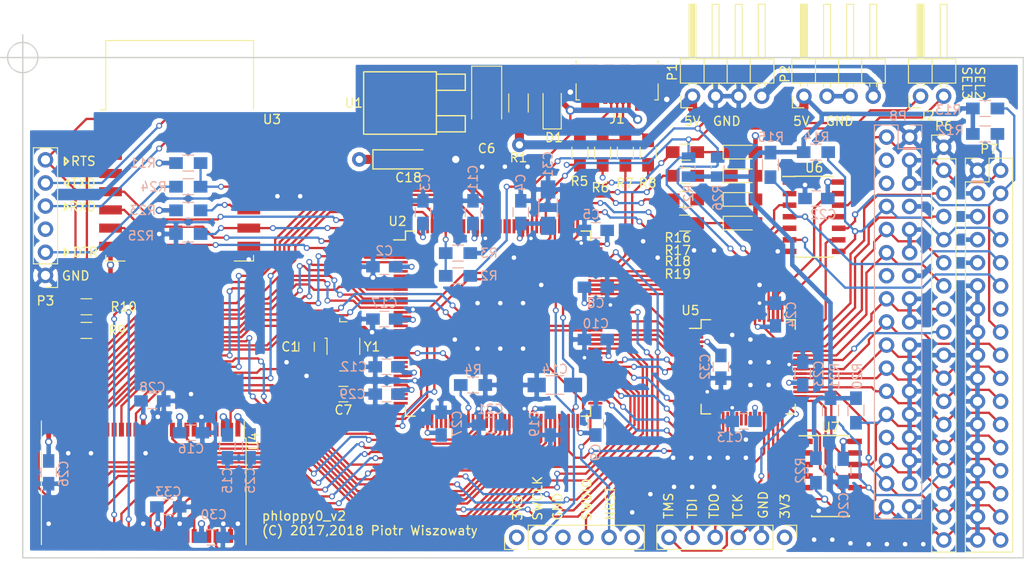
<source format=kicad_pcb>
(kicad_pcb (version 20171130) (host pcbnew "(5.0.0-rc2-dev-433-g81843c37a)")
  (layers (0 F.Cu signal) (1 In1.Cu signal) (2 In2.Cu signal) (31 B.Cu signal) (34 B.Paste user) (35 F.Paste user) (36 B.SilkS user) (37 F.SilkS user) (38 B.Mask user) (39 F.Mask user) (44 Edge.Cuts user))
  (net 0 "")
  (net 1 "Net-(C1-Pad1)")
  (net 2 GND)
  (net 3 +3V3)
  (net 4 "Net-(C7-Pad1)")
  (net 5 "Net-(C14-Pad1)")
  (net 6 +5V)
  (net 7 /boot0)
  (net 8 +5VD)
  (net 9 /boot1)
  (net 10 "Net-(J1-Pad4)")
  (net 11 "Net-(J1-Pad3)")
  (net 12 /usb_dp)
  (net 13 "Net-(J1-Pad2)")
  (net 14 /usb_dm)
  (net 15 "Net-(R10-Pad2)")
  (net 16 /tck)
  (net 17 /tdo)
  (net 18 /tdi)
  (net 19 /tms)
  (net 20 /swclk)
  (net 21 /swdio)
  (net 22 /nrst)
  (net 23 "Net-(U3-Pad2)")
  (net 24 "Net-(U3-Pad4)")
  (net 25 /esp_clk)
  (net 26 /esp_miso)
  (net 27 /esp_mosi)
  (net 28 "Net-(U3-Pad9)")
  (net 29 "Net-(U3-Pad10)")
  (net 30 "Net-(U3-Pad11)")
  (net 31 "Net-(U3-Pad12)")
  (net 32 "Net-(U3-Pad13)")
  (net 33 "Net-(U3-Pad14)")
  (net 34 /esp_cs)
  (net 35 /mreq)
  (net 36 /sreq)
  (net 37 "Net-(U5-Pad7)")
  (net 38 "Net-(U5-Pad10)")
  (net 39 "Net-(U5-Pad11)")
  (net 40 "Net-(U5-Pad12)")
  (net 41 "Net-(U5-Pad13)")
  (net 42 "Net-(U5-Pad15)")
  (net 43 "Net-(U5-Pad22)")
  (net 44 "Net-(U5-Pad23)")
  (net 45 "Net-(U5-Pad24)")
  (net 46 "Net-(U5-Pad25)")
  (net 47 "Net-(U5-Pad27)")
  (net 48 "Net-(U2-Pad2)")
  (net 49 "Net-(U2-Pad7)")
  (net 50 "Net-(U2-Pad8)")
  (net 51 "Net-(U2-Pad9)")
  (net 52 /sdram_a0)
  (net 53 /sdram_a1)
  (net 54 /sdram_a2)
  (net 55 /sdram_a3)
  (net 56 /sdram_a4)
  (net 57 /sdram_a5)
  (net 58 "Net-(U2-Pad18)")
  (net 59 "Net-(U2-Pad19)")
  (net 60 "Net-(U2-Pad20)")
  (net 61 "Net-(U2-Pad21)")
  (net 62 "Net-(U2-Pad22)")
  (net 63 /sdram_nwe)
  (net 64 "Net-(U2-Pad27)")
  (net 65 "Net-(U2-Pad28)")
  (net 66 "Net-(U2-Pad29)")
  (net 67 "Net-(U2-Pad34)")
  (net 68 "Net-(U2-Pad35)")
  (net 69 /sel1)
  (net 70 "Net-(U2-Pad37)")
  (net 71 "Net-(U2-Pad40)")
  (net 72 "Net-(U2-Pad41)")
  (net 73 "Net-(U2-Pad42)")
  (net 74 "Net-(U2-Pad43)")
  (net 75 "Net-(U2-Pad44)")
  (net 76 "Net-(U2-Pad45)")
  (net 77 /step)
  (net 78 "Net-(U2-Pad47)")
  (net 79 /sdram_nras)
  (net 80 /sdram_a6)
  (net 81 /sdram_a7)
  (net 82 /sdram_a8)
  (net 83 /sdram_a9)
  (net 84 /sdram_a10)
  (net 85 /sdram_a11)
  (net 86 /sdram_dq4)
  (net 87 /sdram_dq5)
  (net 88 /sdram_dq6)
  (net 89 /sdram_dq7)
  (net 90 /sdram_dq8)
  (net 91 /sdram_dq9)
  (net 92 /sdram_dq10)
  (net 93 /sdram_dq11)
  (net 94 /sdram_dq12)
  (net 95 /dir)
  (net 96 /wprot)
  (net 97 "Net-(U2-Pad73)")
  (net 98 /sdram_dq13)
  (net 99 /sdram_dq14)
  (net 100 /sdram_dq15)
  (net 101 /sdram_dq0)
  (net 102 /sdram_dq1)
  (net 103 /flop0_trk0)
  (net 104 /sdram_ba0)
  (net 105 /sdram_ba1)
  (net 106 /flop1_trk0)
  (net 107 /sdram_clk)
  (net 108 /dkrd)
  (net 109 /sel0)
  (net 110 /side)
  (net 111 /ena0)
  (net 112 /ena1)
  (net 113 /sdram_dq2)
  (net 114 /sdram_dq3)
  (net 115 "Net-(U2-Pad117)")
  (net 116 "Net-(U2-Pad122)")
  (net 117 "Net-(U2-Pad123)")
  (net 118 "Net-(U2-Pad124)")
  (net 119 /sdram_ncas)
  (net 120 "Net-(U2-Pad133)")
  (net 121 "Net-(U2-Pad134)")
  (net 122 /sdram_cke)
  (net 123 /sdram_ncs)
  (net 124 "Net-(U2-Pad137)")
  (net 125 "Net-(U2-Pad140)")
  (net 126 /sdram_dqml)
  (net 127 /sdram_dqmh)
  (net 128 "Net-(U6-Pad1)")
  (net 129 "Net-(LED1-Pad1)")
  (net 130 "Net-(LED2-Pad1)")
  (net 131 "Net-(LED3-Pad1)")
  (net 132 "Net-(LED4-Pad1)")
  (net 133 /led1)
  (net 134 /led2)
  (net 135 /led3)
  (net 136 /led4)
  (net 137 "Net-(P3-Pad3)")
  (net 138 "Net-(P4-Pad6)")
  (net 139 "Net-(P7-Pad6)")
  (net 140 "Net-(P7-Pad14)")
  (net 141 "Net-(P8-Pad4)")
  (net 142 "Net-(P8-Pad6)")
  (net 143 "Net-(P8-Pad14)")
  (net 144 /debug2)
  (net 145 /debug3)
  (net 146 /debug4)
  (net 147 /chng)
  (net 148 /index)
  (net 149 /mtr0)
  (net 150 /dkwdb)
  (net 151 /dkweb)
  (net 152 /trk0)
  (net 153 /rdy)
  (net 154 "Net-(U7-Pad1)")
  (net 155 "Net-(U7-Pad3)")
  (net 156 "Net-(U7-Pad2)")
  (net 157 "Net-(U7-Pad4)")
  (net 158 "Net-(U6-Pad2)")
  (net 159 /fdd_mtr0)
  (net 160 /fdd_sel0)
  (net 161 /fdd_sel1)
  (net 162 /rdy_emu)
  (net 163 /dkrd_emu)
  (net 164 /wprot_emu)
  (net 165 /trk0_emu)
  (net 166 /index_emu)
  (net 167 /fdd_sel1_emu)
  (net 168 /fdd_sel0_emu)
  (net 169 /fdd_mtr0_emu)
  (net 170 /chng_emu)
  (net 171 /sel1_uc)
  (net 172 /step_uc)
  (net 173 /dir_uc)
  (net 174 /wprot_uc)
  (net 175 /dkrd_uc)
  (net 176 /sel0_uc)
  (net 177 /side_uc)
  (net 178 "Net-(U2-Pad127)")
  (net 179 /in_3v3)
  (net 180 "Net-(U2-Pad69)")
  (net 181 /dkweb_uc)
  (net 182 "Net-(U2-Pad139)")
  (net 183 /index_uc)
  (net 184 "Net-(U2-Pad36)")
  (net 185 /dkwdb_uc)
  (net 186 "Net-(U2-Pad46)")
  (net 187 +12V)
  (net 188 "Net-(U2-Pad125)")
  (net 189 "Net-(U2-Pad126)")
  (net 190 /xclk)
  (net 191 /esp_io0)
  (net 192 /esp_rxd)
  (net 193 /esp_txd)
  (net 194 /esp_rst)
  (net 195 "Net-(R11-Pad1)")
  (net 196 "Net-(R23-Pad1)")
  (net 197 /flop3_trk0)
  (net 198 /ena3)
  (net 199 /ena2)
  (net 200 /flop2_trk0)
  (net 201 /sel2)
  (net 202 /sel3)
  (module Pin_Headers:Pin_Header_Straight_1x18_Pitch2.54mm (layer F.Cu) (at 121.25 29.86)
    (fp_text reference P6 (at 0 -2.33) (layer F.SilkS))
    (fp_text value TEST)
    (pad 18 thru_hole oval (at 0 43.18) (size 1.7 1.7) (drill 1) (layers *.Cu *.Mask) (net 153 /rdy))
    (pad 17 thru_hole oval (at 0 40.64) (size 1.7 1.7) (drill 1) (layers *.Cu *.Mask) (net 110 /side))
    (pad 16 thru_hole oval (at 0 38.1) (size 1.7 1.7) (drill 1) (layers *.Cu *.Mask) (net 108 /dkrd))
    (pad 15 thru_hole oval (at 0 35.56) (size 1.7 1.7) (drill 1) (layers *.Cu *.Mask) (net 96 /wprot))
    (pad 14 thru_hole oval (at 0 33.02) (size 1.7 1.7) (drill 1) (layers *.Cu *.Mask) (net 152 /trk0))
    (pad 13 thru_hole oval (at 0 30.48) (size 1.7 1.7) (drill 1) (layers *.Cu *.Mask) (net 151 /dkweb))
    (pad 12 thru_hole oval (at 0 27.94) (size 1.7 1.7) (drill 1) (layers *.Cu *.Mask) (net 150 /dkwdb))
    (pad 11 thru_hole oval (at 0 25.4) (size 1.7 1.7) (drill 1) (layers *.Cu *.Mask) (net 77 /step))
    (pad 10 thru_hole oval (at 0 22.86) (size 1.7 1.7) (drill 1) (layers *.Cu *.Mask) (net 2 GND))
    (pad 9 thru_hole oval (at 0 20.32) (size 1.7 1.7) (drill 1) (layers *.Cu *.Mask) (net 146 /debug4))
    (pad 8 thru_hole oval (at 0 17.78) (size 1.7 1.7) (drill 1) (layers *.Cu *.Mask) (net 149 /mtr0))
    (pad 7 thru_hole oval (at 0 15.24) (size 1.7 1.7) (drill 1) (layers *.Cu *.Mask) (net 69 /sel1))
    (pad 6 thru_hole oval (at 0 12.7) (size 1.7 1.7) (drill 1) (layers *.Cu *.Mask) (net 109 /sel0))
    (pad 5 thru_hole oval (at 0 10.16) (size 1.7 1.7) (drill 1) (layers *.Cu *.Mask) (net 148 /index))
    (pad 4 thru_hole oval (at 0 7.62) (size 1.7 1.7) (drill 1) (layers *.Cu *.Mask) (net 145 /debug3))
    (pad 3 thru_hole oval (at 0 5.08) (size 1.7 1.7) (drill 1) (layers *.Cu *.Mask) (net 144 /debug2))
    (pad 2 thru_hole oval (at 0 2.54) (size 1.7 1.7) (drill 1) (layers *.Cu *.Mask) (net 147 /chng))
    (pad 1 thru_hole circle (at 0 0) (size 1.7 1.7) (drill 1) (layers *.Cu *.Mask) (net 2 GND))
  )
  (module Housings_QFP:LQFP-144_20x20mm_Pitch0.5mm (layer F.Cu) (at 72.25 49.25)
    (fp_text reference U2 (at -11.05 -11.25) (layer F.SilkS))
    (fp_text value STM32F446ZCTx)
    (pad 1 smd rect (at -10.7 -8.75) (size 1.55 0.3) (layers F.Cu F.Paste F.Mask) (net 25 /esp_clk))
    (pad 2 smd rect (at -10.7 -8.25) (size 1.55 0.3) (layers F.Cu F.Paste F.Mask) (net 48 "Net-(U2-Pad2)"))
    (pad 3 smd rect (at -10.7 -7.75) (size 1.55 0.3) (layers F.Cu F.Paste F.Mask) (net 34 /esp_cs))
    (pad 4 smd rect (at -10.7 -7.25) (size 1.55 0.3) (layers F.Cu F.Paste F.Mask) (net 26 /esp_miso))
    (pad 5 smd rect (at -10.7 -6.75) (size 1.55 0.3) (layers F.Cu F.Paste F.Mask) (net 27 /esp_mosi))
    (pad 6 smd rect (at -10.7 -6.25) (size 1.55 0.3) (layers F.Cu F.Paste F.Mask) (net 3 +3V3))
    (pad 7 smd rect (at -10.7 -5.75) (size 1.55 0.3) (layers F.Cu F.Paste F.Mask) (net 49 "Net-(U2-Pad7)"))
    (pad 8 smd rect (at -10.7 -5.25) (size 1.55 0.3) (layers F.Cu F.Paste F.Mask) (net 50 "Net-(U2-Pad8)"))
    (pad 9 smd rect (at -10.7 -4.75) (size 1.55 0.3) (layers F.Cu F.Paste F.Mask) (net 51 "Net-(U2-Pad9)"))
    (pad 10 smd rect (at -10.7 -4.25) (size 1.55 0.3) (layers F.Cu F.Paste F.Mask) (net 52 /sdram_a0))
    (pad 11 smd rect (at -10.7 -3.75) (size 1.55 0.3) (layers F.Cu F.Paste F.Mask) (net 53 /sdram_a1))
    (pad 12 smd rect (at -10.7 -3.25) (size 1.55 0.3) (layers F.Cu F.Paste F.Mask) (net 54 /sdram_a2))
    (pad 13 smd rect (at -10.7 -2.75) (size 1.55 0.3) (layers F.Cu F.Paste F.Mask) (net 55 /sdram_a3))
    (pad 14 smd rect (at -10.7 -2.25) (size 1.55 0.3) (layers F.Cu F.Paste F.Mask) (net 56 /sdram_a4))
    (pad 15 smd rect (at -10.7 -1.75) (size 1.55 0.3) (layers F.Cu F.Paste F.Mask) (net 57 /sdram_a5))
    (pad 16 smd rect (at -10.7 -1.25) (size 1.55 0.3) (layers F.Cu F.Paste F.Mask) (net 2 GND))
    (pad 17 smd rect (at -10.7 -0.75) (size 1.55 0.3) (layers F.Cu F.Paste F.Mask) (net 3 +3V3))
    (pad 18 smd rect (at -10.7 -0.25) (size 1.55 0.3) (layers F.Cu F.Paste F.Mask) (net 58 "Net-(U2-Pad18)"))
    (pad 19 smd rect (at -10.7 0.25) (size 1.55 0.3) (layers F.Cu F.Paste F.Mask) (net 59 "Net-(U2-Pad19)"))
    (pad 20 smd rect (at -10.7 0.75) (size 1.55 0.3) (layers F.Cu F.Paste F.Mask) (net 60 "Net-(U2-Pad20)"))
    (pad 21 smd rect (at -10.7 1.25) (size 1.55 0.3) (layers F.Cu F.Paste F.Mask) (net 61 "Net-(U2-Pad21)"))
    (pad 22 smd rect (at -10.7 1.75) (size 1.55 0.3) (layers F.Cu F.Paste F.Mask) (net 62 "Net-(U2-Pad22)"))
    (pad 23 smd rect (at -10.7 2.25) (size 1.55 0.3) (layers F.Cu F.Paste F.Mask) (net 1 "Net-(C1-Pad1)"))
    (pad 24 smd rect (at -10.7 2.75) (size 1.55 0.3) (layers F.Cu F.Paste F.Mask) (net 4 "Net-(C7-Pad1)"))
    (pad 25 smd rect (at -10.7 3.25) (size 1.55 0.3) (layers F.Cu F.Paste F.Mask) (net 22 /nrst))
    (pad 26 smd rect (at -10.7 3.75) (size 1.55 0.3) (layers F.Cu F.Paste F.Mask) (net 63 /sdram_nwe))
    (pad 27 smd rect (at -10.7 4.25) (size 1.55 0.3) (layers F.Cu F.Paste F.Mask) (net 64 "Net-(U2-Pad27)"))
    (pad 28 smd rect (at -10.7 4.75) (size 1.55 0.3) (layers F.Cu F.Paste F.Mask) (net 65 "Net-(U2-Pad28)"))
    (pad 29 smd rect (at -10.7 5.25) (size 1.55 0.3) (layers F.Cu F.Paste F.Mask) (net 66 "Net-(U2-Pad29)"))
    (pad 30 smd rect (at -10.7 5.75) (size 1.55 0.3) (layers F.Cu F.Paste F.Mask) (net 3 +3V3))
    (pad 31 smd rect (at -10.7 6.25) (size 1.55 0.3) (layers F.Cu F.Paste F.Mask) (net 2 GND))
    (pad 32 smd rect (at -10.7 6.75) (size 1.55 0.3) (layers F.Cu F.Paste F.Mask) (net 3 +3V3))
    (pad 33 smd rect (at -10.7 7.25) (size 1.55 0.3) (layers F.Cu F.Paste F.Mask) (net 3 +3V3))
    (pad 34 smd rect (at -10.7 7.75) (size 1.55 0.3) (layers F.Cu F.Paste F.Mask) (net 67 "Net-(U2-Pad34)"))
    (pad 35 smd rect (at -10.7 8.25) (size 1.55 0.3) (layers F.Cu F.Paste F.Mask) (net 68 "Net-(U2-Pad35)"))
    (pad 36 smd rect (at -10.7 8.75) (size 1.55 0.3) (layers F.Cu F.Paste F.Mask) (net 184 "Net-(U2-Pad36)"))
    (pad 37 smd rect (at -8.75 10.7 90) (size 1.55 0.3) (layers F.Cu F.Paste F.Mask) (net 70 "Net-(U2-Pad37)"))
    (pad 38 smd rect (at -8.25 10.7 90) (size 1.55 0.3) (layers F.Cu F.Paste F.Mask) (net 2 GND))
    (pad 39 smd rect (at -7.75 10.7 90) (size 1.55 0.3) (layers F.Cu F.Paste F.Mask) (net 3 +3V3))
    (pad 40 smd rect (at -7.25 10.7 90) (size 1.55 0.3) (layers F.Cu F.Paste F.Mask) (net 71 "Net-(U2-Pad40)"))
    (pad 41 smd rect (at -6.75 10.7 90) (size 1.55 0.3) (layers F.Cu F.Paste F.Mask) (net 72 "Net-(U2-Pad41)"))
    (pad 42 smd rect (at -6.25 10.7 90) (size 1.55 0.3) (layers F.Cu F.Paste F.Mask) (net 73 "Net-(U2-Pad42)"))
    (pad 43 smd rect (at -5.75 10.7 90) (size 1.55 0.3) (layers F.Cu F.Paste F.Mask) (net 74 "Net-(U2-Pad43)"))
    (pad 44 smd rect (at -5.25 10.7 90) (size 1.55 0.3) (layers F.Cu F.Paste F.Mask) (net 75 "Net-(U2-Pad44)"))
    (pad 45 smd rect (at -4.75 10.7 90) (size 1.55 0.3) (layers F.Cu F.Paste F.Mask) (net 76 "Net-(U2-Pad45)"))
    (pad 46 smd rect (at -4.25 10.7 90) (size 1.55 0.3) (layers F.Cu F.Paste F.Mask) (net 186 "Net-(U2-Pad46)"))
    (pad 47 smd rect (at -3.75 10.7 90) (size 1.55 0.3) (layers F.Cu F.Paste F.Mask) (net 78 "Net-(U2-Pad47)"))
    (pad 48 smd rect (at -3.25 10.7 90) (size 1.55 0.3) (layers F.Cu F.Paste F.Mask) (net 9 /boot1))
    (pad 49 smd rect (at -2.75 10.7 90) (size 1.55 0.3) (layers F.Cu F.Paste F.Mask) (net 79 /sdram_nras))
    (pad 50 smd rect (at -2.25 10.7 90) (size 1.55 0.3) (layers F.Cu F.Paste F.Mask) (net 80 /sdram_a6))
    (pad 51 smd rect (at -1.75 10.7 90) (size 1.55 0.3) (layers F.Cu F.Paste F.Mask) (net 2 GND))
    (pad 52 smd rect (at -1.25 10.7 90) (size 1.55 0.3) (layers F.Cu F.Paste F.Mask) (net 3 +3V3))
    (pad 53 smd rect (at -0.75 10.7 90) (size 1.55 0.3) (layers F.Cu F.Paste F.Mask) (net 81 /sdram_a7))
    (pad 54 smd rect (at -0.25 10.7 90) (size 1.55 0.3) (layers F.Cu F.Paste F.Mask) (net 82 /sdram_a8))
    (pad 55 smd rect (at 0.25 10.7 90) (size 1.55 0.3) (layers F.Cu F.Paste F.Mask) (net 83 /sdram_a9))
    (pad 56 smd rect (at 0.75 10.7 90) (size 1.55 0.3) (layers F.Cu F.Paste F.Mask) (net 84 /sdram_a10))
    (pad 57 smd rect (at 1.25 10.7 90) (size 1.55 0.3) (layers F.Cu F.Paste F.Mask) (net 85 /sdram_a11))
    (pad 58 smd rect (at 1.75 10.7 90) (size 1.55 0.3) (layers F.Cu F.Paste F.Mask) (net 86 /sdram_dq4))
    (pad 59 smd rect (at 2.25 10.7 90) (size 1.55 0.3) (layers F.Cu F.Paste F.Mask) (net 87 /sdram_dq5))
    (pad 60 smd rect (at 2.75 10.7 90) (size 1.55 0.3) (layers F.Cu F.Paste F.Mask) (net 88 /sdram_dq6))
    (pad 61 smd rect (at 3.25 10.7 90) (size 1.55 0.3) (layers F.Cu F.Paste F.Mask) (net 2 GND))
    (pad 62 smd rect (at 3.75 10.7 90) (size 1.55 0.3) (layers F.Cu F.Paste F.Mask) (net 3 +3V3))
    (pad 63 smd rect (at 4.25 10.7 90) (size 1.55 0.3) (layers F.Cu F.Paste F.Mask) (net 89 /sdram_dq7))
    (pad 64 smd rect (at 4.75 10.7 90) (size 1.55 0.3) (layers F.Cu F.Paste F.Mask) (net 90 /sdram_dq8))
    (pad 65 smd rect (at 5.25 10.7 90) (size 1.55 0.3) (layers F.Cu F.Paste F.Mask) (net 91 /sdram_dq9))
    (pad 66 smd rect (at 5.75 10.7 90) (size 1.55 0.3) (layers F.Cu F.Paste F.Mask) (net 92 /sdram_dq10))
    (pad 67 smd rect (at 6.25 10.7 90) (size 1.55 0.3) (layers F.Cu F.Paste F.Mask) (net 93 /sdram_dq11))
    (pad 68 smd rect (at 6.75 10.7 90) (size 1.55 0.3) (layers F.Cu F.Paste F.Mask) (net 94 /sdram_dq12))
    (pad 69 smd rect (at 7.25 10.7 90) (size 1.55 0.3) (layers F.Cu F.Paste F.Mask) (net 180 "Net-(U2-Pad69)"))
    (pad 70 smd rect (at 7.75 10.7 90) (size 1.55 0.3) (layers F.Cu F.Paste F.Mask) (net 197 /flop3_trk0))
    (pad 71 smd rect (at 8.25 10.7 90) (size 1.55 0.3) (layers F.Cu F.Paste F.Mask) (net 5 "Net-(C14-Pad1)"))
    (pad 72 smd rect (at 8.75 10.7 90) (size 1.55 0.3) (layers F.Cu F.Paste F.Mask) (net 3 +3V3))
    (pad 73 smd rect (at 10.7 8.75) (size 1.55 0.3) (layers F.Cu F.Paste F.Mask) (net 97 "Net-(U2-Pad73)"))
    (pad 74 smd rect (at 10.7 8.25) (size 1.55 0.3) (layers F.Cu F.Paste F.Mask) (net 174 /wprot_uc))
    (pad 75 smd rect (at 10.7 7.75) (size 1.55 0.3) (layers F.Cu F.Paste F.Mask) (net 173 /dir_uc))
    (pad 76 smd rect (at 10.7 7.25) (size 1.55 0.3) (layers F.Cu F.Paste F.Mask) (net 190 /xclk))
    (pad 77 smd rect (at 10.7 6.75) (size 1.55 0.3) (layers F.Cu F.Paste F.Mask) (net 98 /sdram_dq13))
    (pad 78 smd rect (at 10.7 6.25) (size 1.55 0.3) (layers F.Cu F.Paste F.Mask) (net 99 /sdram_dq14))
    (pad 79 smd rect (at 10.7 5.75) (size 1.55 0.3) (layers F.Cu F.Paste F.Mask) (net 100 /sdram_dq15))
    (pad 80 smd rect (at 10.7 5.25) (size 1.55 0.3) (layers F.Cu F.Paste F.Mask) (net 177 /side_uc))
    (pad 81 smd rect (at 10.7 4.75) (size 1.55 0.3) (layers F.Cu F.Paste F.Mask) (net 175 /dkrd_uc))
    (pad 82 smd rect (at 10.7 4.25) (size 1.55 0.3) (layers F.Cu F.Paste F.Mask) (net 181 /dkweb_uc))
    (pad 83 smd rect (at 10.7 3.75) (size 1.55 0.3) (layers F.Cu F.Paste F.Mask) (net 2 GND))
    (pad 84 smd rect (at 10.7 3.25) (size 1.55 0.3) (layers F.Cu F.Paste F.Mask) (net 3 +3V3))
    (pad 85 smd rect (at 10.7 2.75) (size 1.55 0.3) (layers F.Cu F.Paste F.Mask) (net 101 /sdram_dq0))
    (pad 86 smd rect (at 10.7 2.25) (size 1.55 0.3) (layers F.Cu F.Paste F.Mask) (net 102 /sdram_dq1))
    (pad 87 smd rect (at 10.7 1.75) (size 1.55 0.3) (layers F.Cu F.Paste F.Mask) (net 183 /index_uc))
    (pad 88 smd rect (at 10.7 1.25) (size 1.55 0.3) (layers F.Cu F.Paste F.Mask) (net 176 /sel0_uc))
    (pad 89 smd rect (at 10.7 0.75) (size 1.55 0.3) (layers F.Cu F.Paste F.Mask) (net 104 /sdram_ba0))
    (pad 90 smd rect (at 10.7 0.25) (size 1.55 0.3) (layers F.Cu F.Paste F.Mask) (net 105 /sdram_ba1))
    (pad 91 smd rect (at 10.7 -0.25) (size 1.55 0.3) (layers F.Cu F.Paste F.Mask) (net 171 /sel1_uc))
    (pad 92 smd rect (at 10.7 -0.75) (size 1.55 0.3) (layers F.Cu F.Paste F.Mask) (net 172 /step_uc))
    (pad 93 smd rect (at 10.7 -1.25) (size 1.55 0.3) (layers F.Cu F.Paste F.Mask) (net 107 /sdram_clk))
    (pad 94 smd rect (at 10.7 -1.75) (size 1.55 0.3) (layers F.Cu F.Paste F.Mask) (net 2 GND))
    (pad 95 smd rect (at 10.7 -2.25) (size 1.55 0.3) (layers F.Cu F.Paste F.Mask) (net 3 +3V3))
    (pad 96 smd rect (at 10.7 -2.75) (size 1.55 0.3) (layers F.Cu F.Paste F.Mask) (net 185 /dkwdb_uc))
    (pad 97 smd rect (at 10.7 -3.25) (size 1.55 0.3) (layers F.Cu F.Paste F.Mask) (net 111 /ena0))
    (pad 98 smd rect (at 10.7 -3.75) (size 1.55 0.3) (layers F.Cu F.Paste F.Mask) (net 112 /ena1))
    (pad 99 smd rect (at 10.7 -4.25) (size 1.55 0.3) (layers F.Cu F.Paste F.Mask) (net 103 /flop0_trk0))
    (pad 100 smd rect (at 10.7 -4.75) (size 1.55 0.3) (layers F.Cu F.Paste F.Mask) (net 106 /flop1_trk0))
    (pad 101 smd rect (at 10.7 -5.25) (size 1.55 0.3) (layers F.Cu F.Paste F.Mask) (net 198 /ena3))
    (pad 102 smd rect (at 10.7 -5.75) (size 1.55 0.3) (layers F.Cu F.Paste F.Mask) (net 199 /ena2))
    (pad 103 smd rect (at 10.7 -6.25) (size 1.55 0.3) (layers F.Cu F.Paste F.Mask) (net 14 /usb_dm))
    (pad 104 smd rect (at 10.7 -6.75) (size 1.55 0.3) (layers F.Cu F.Paste F.Mask) (net 12 /usb_dp))
    (pad 105 smd rect (at 10.7 -7.25) (size 1.55 0.3) (layers F.Cu F.Paste F.Mask) (net 21 /swdio))
    (pad 106 smd rect (at 10.7 -7.75) (size 1.55 0.3) (layers F.Cu F.Paste F.Mask) (net 5 "Net-(C14-Pad1)"))
    (pad 107 smd rect (at 10.7 -8.25) (size 1.55 0.3) (layers F.Cu F.Paste F.Mask) (net 2 GND))
    (pad 108 smd rect (at 10.7 -8.75) (size 1.55 0.3) (layers F.Cu F.Paste F.Mask) (net 3 +3V3))
    (pad 109 smd rect (at 8.75 -10.7 90) (size 1.55 0.3) (layers F.Cu F.Paste F.Mask) (net 20 /swclk))
    (pad 110 smd rect (at 8.25 -10.7 90) (size 1.55 0.3) (layers F.Cu F.Paste F.Mask) (net 200 /flop2_trk0))
    (pad 111 smd rect (at 7.75 -10.7 90) (size 1.55 0.3) (layers F.Cu F.Paste F.Mask) (net 136 /led4))
    (pad 112 smd rect (at 7.25 -10.7 90) (size 1.55 0.3) (layers F.Cu F.Paste F.Mask) (net 135 /led3))
    (pad 113 smd rect (at 6.75 -10.7 90) (size 1.55 0.3) (layers F.Cu F.Paste F.Mask) (net 134 /led2))
    (pad 114 smd rect (at 6.25 -10.7 90) (size 1.55 0.3) (layers F.Cu F.Paste F.Mask) (net 113 /sdram_dq2))
    (pad 115 smd rect (at 5.75 -10.7 90) (size 1.55 0.3) (layers F.Cu F.Paste F.Mask) (net 114 /sdram_dq3))
    (pad 116 smd rect (at 5.25 -10.7 90) (size 1.55 0.3) (layers F.Cu F.Paste F.Mask) (net 133 /led1))
    (pad 117 smd rect (at 4.75 -10.7 90) (size 1.55 0.3) (layers F.Cu F.Paste F.Mask) (net 115 "Net-(U2-Pad117)"))
    (pad 118 smd rect (at 4.25 -10.7 90) (size 1.55 0.3) (layers F.Cu F.Paste F.Mask) (net 201 /sel2))
    (pad 119 smd rect (at 3.75 -10.7 90) (size 1.55 0.3) (layers F.Cu F.Paste F.Mask) (net 202 /sel3))
    (pad 120 smd rect (at 3.25 -10.7 90) (size 1.55 0.3) (layers F.Cu F.Paste F.Mask) (net 2 GND))
    (pad 121 smd rect (at 2.75 -10.7 90) (size 1.55 0.3) (layers F.Cu F.Paste F.Mask) (net 3 +3V3))
    (pad 122 smd rect (at 2.25 -10.7 90) (size 1.55 0.3) (layers F.Cu F.Paste F.Mask) (net 116 "Net-(U2-Pad122)"))
    (pad 123 smd rect (at 1.75 -10.7 90) (size 1.55 0.3) (layers F.Cu F.Paste F.Mask) (net 117 "Net-(U2-Pad123)"))
    (pad 124 smd rect (at 1.25 -10.7 90) (size 1.55 0.3) (layers F.Cu F.Paste F.Mask) (net 118 "Net-(U2-Pad124)"))
    (pad 125 smd rect (at 0.75 -10.7 90) (size 1.55 0.3) (layers F.Cu F.Paste F.Mask) (net 188 "Net-(U2-Pad125)"))
    (pad 126 smd rect (at 0.25 -10.7 90) (size 1.55 0.3) (layers F.Cu F.Paste F.Mask) (net 189 "Net-(U2-Pad126)"))
    (pad 127 smd rect (at -0.25 -10.7 90) (size 1.55 0.3) (layers F.Cu F.Paste F.Mask) (net 178 "Net-(U2-Pad127)"))
    (pad 128 smd rect (at -0.75 -10.7 90) (size 1.55 0.3) (layers F.Cu F.Paste F.Mask) (net 36 /sreq))
    (pad 129 smd rect (at -1.25 -10.7 90) (size 1.55 0.3) (layers F.Cu F.Paste F.Mask) (net 35 /mreq))
    (pad 130 smd rect (at -1.75 -10.7 90) (size 1.55 0.3) (layers F.Cu F.Paste F.Mask) (net 2 GND))
    (pad 131 smd rect (at -2.25 -10.7 90) (size 1.55 0.3) (layers F.Cu F.Paste F.Mask) (net 3 +3V3))
    (pad 132 smd rect (at -2.75 -10.7 90) (size 1.55 0.3) (layers F.Cu F.Paste F.Mask) (net 119 /sdram_ncas))
    (pad 133 smd rect (at -3.25 -10.7 90) (size 1.55 0.3) (layers F.Cu F.Paste F.Mask) (net 120 "Net-(U2-Pad133)"))
    (pad 134 smd rect (at -3.75 -10.7 90) (size 1.55 0.3) (layers F.Cu F.Paste F.Mask) (net 121 "Net-(U2-Pad134)"))
    (pad 135 smd rect (at -4.25 -10.7 90) (size 1.55 0.3) (layers F.Cu F.Paste F.Mask) (net 122 /sdram_cke))
    (pad 136 smd rect (at -4.75 -10.7 90) (size 1.55 0.3) (layers F.Cu F.Paste F.Mask) (net 123 /sdram_ncs))
    (pad 137 smd rect (at -5.25 -10.7 90) (size 1.55 0.3) (layers F.Cu F.Paste F.Mask) (net 124 "Net-(U2-Pad137)"))
    (pad 138 smd rect (at -5.75 -10.7 90) (size 1.55 0.3) (layers F.Cu F.Paste F.Mask) (net 7 /boot0))
    (pad 139 smd rect (at -6.25 -10.7 90) (size 1.55 0.3) (layers F.Cu F.Paste F.Mask) (net 182 "Net-(U2-Pad139)"))
    (pad 140 smd rect (at -6.75 -10.7 90) (size 1.55 0.3) (layers F.Cu F.Paste F.Mask) (net 125 "Net-(U2-Pad140)"))
    (pad 141 smd rect (at -7.25 -10.7 90) (size 1.55 0.3) (layers F.Cu F.Paste F.Mask) (net 126 /sdram_dqml))
    (pad 142 smd rect (at -7.75 -10.7 90) (size 1.55 0.3) (layers F.Cu F.Paste F.Mask) (net 127 /sdram_dqmh))
    (pad 143 smd rect (at -8.25 -10.7 90) (size 1.55 0.3) (layers F.Cu F.Paste F.Mask) (net 3 +3V3))
    (pad 144 smd rect (at -8.75 -10.7 90) (size 1.55 0.3) (layers F.Cu F.Paste F.Mask) (net 3 +3V3))
  )
  (module Pin_Headers:Pin_Header_Straight_2x17_Pitch2.54mm (layer B.Cu) (at 117.5 28.75 180)
    (fp_text reference P8 (at 1.27 2.33 180) (layer B.SilkS) (effects (justify mirror)))
    (fp_text value Amiga)
    (pad 34 thru_hole oval (at 2.54 -40.64 180) (size 1.7 1.7) (drill 1) (layers *.Cu *.Mask) (net 153 /rdy))
    (pad 33 thru_hole oval (at 0 -40.64 180) (size 1.7 1.7) (drill 1) (layers *.Cu *.Mask) (net 2 GND))
    (pad 32 thru_hole oval (at 2.54 -38.1 180) (size 1.7 1.7) (drill 1) (layers *.Cu *.Mask) (net 110 /side))
    (pad 31 thru_hole oval (at 0 -38.1 180) (size 1.7 1.7) (drill 1) (layers *.Cu *.Mask) (net 2 GND))
    (pad 30 thru_hole oval (at 2.54 -35.56 180) (size 1.7 1.7) (drill 1) (layers *.Cu *.Mask) (net 108 /dkrd))
    (pad 29 thru_hole oval (at 0 -35.56 180) (size 1.7 1.7) (drill 1) (layers *.Cu *.Mask) (net 2 GND))
    (pad 28 thru_hole oval (at 2.54 -33.02 180) (size 1.7 1.7) (drill 1) (layers *.Cu *.Mask) (net 96 /wprot))
    (pad 27 thru_hole oval (at 0 -33.02 180) (size 1.7 1.7) (drill 1) (layers *.Cu *.Mask) (net 2 GND))
    (pad 26 thru_hole oval (at 2.54 -30.48 180) (size 1.7 1.7) (drill 1) (layers *.Cu *.Mask) (net 152 /trk0))
    (pad 25 thru_hole oval (at 0 -30.48 180) (size 1.7 1.7) (drill 1) (layers *.Cu *.Mask) (net 2 GND))
    (pad 24 thru_hole oval (at 2.54 -27.94 180) (size 1.7 1.7) (drill 1) (layers *.Cu *.Mask) (net 151 /dkweb))
    (pad 23 thru_hole oval (at 0 -27.94 180) (size 1.7 1.7) (drill 1) (layers *.Cu *.Mask) (net 2 GND))
    (pad 22 thru_hole oval (at 2.54 -25.4 180) (size 1.7 1.7) (drill 1) (layers *.Cu *.Mask) (net 150 /dkwdb))
    (pad 21 thru_hole oval (at 0 -25.4 180) (size 1.7 1.7) (drill 1) (layers *.Cu *.Mask) (net 2 GND))
    (pad 20 thru_hole oval (at 2.54 -22.86 180) (size 1.7 1.7) (drill 1) (layers *.Cu *.Mask) (net 77 /step))
    (pad 19 thru_hole oval (at 0 -22.86 180) (size 1.7 1.7) (drill 1) (layers *.Cu *.Mask) (net 2 GND))
    (pad 18 thru_hole oval (at 2.54 -20.32 180) (size 1.7 1.7) (drill 1) (layers *.Cu *.Mask) (net 95 /dir))
    (pad 17 thru_hole oval (at 0 -20.32 180) (size 1.7 1.7) (drill 1) (layers *.Cu *.Mask) (net 2 GND))
    (pad 16 thru_hole oval (at 2.54 -17.78 180) (size 1.7 1.7) (drill 1) (layers *.Cu *.Mask) (net 149 /mtr0))
    (pad 15 thru_hole oval (at 0 -17.78 180) (size 1.7 1.7) (drill 1) (layers *.Cu *.Mask) (net 2 GND))
    (pad 14 thru_hole oval (at 2.54 -15.24 180) (size 1.7 1.7) (drill 1) (layers *.Cu *.Mask) (net 143 "Net-(P8-Pad14)"))
    (pad 13 thru_hole oval (at 0 -15.24 180) (size 1.7 1.7) (drill 1) (layers *.Cu *.Mask) (net 2 GND))
    (pad 12 thru_hole oval (at 2.54 -12.7 180) (size 1.7 1.7) (drill 1) (layers *.Cu *.Mask) (net 69 /sel1))
    (pad 11 thru_hole oval (at 0 -12.7 180) (size 1.7 1.7) (drill 1) (layers *.Cu *.Mask) (net 2 GND))
    (pad 10 thru_hole oval (at 2.54 -10.16 180) (size 1.7 1.7) (drill 1) (layers *.Cu *.Mask) (net 109 /sel0))
    (pad 9 thru_hole oval (at 0 -10.16 180) (size 1.7 1.7) (drill 1) (layers *.Cu *.Mask) (net 2 GND))
    (pad 8 thru_hole oval (at 2.54 -7.62 180) (size 1.7 1.7) (drill 1) (layers *.Cu *.Mask) (net 148 /index))
    (pad 7 thru_hole oval (at 0 -7.62 180) (size 1.7 1.7) (drill 1) (layers *.Cu *.Mask) (net 2 GND))
    (pad 6 thru_hole oval (at 2.54 -5.08 180) (size 1.7 1.7) (drill 1) (layers *.Cu *.Mask) (net 142 "Net-(P8-Pad6)"))
    (pad 5 thru_hole oval (at 0 -5.08 180) (size 1.7 1.7) (drill 1) (layers *.Cu *.Mask) (net 2 GND))
    (pad 4 thru_hole oval (at 2.54 -2.54 180) (size 1.7 1.7) (drill 1) (layers *.Cu *.Mask) (net 141 "Net-(P8-Pad4)"))
    (pad 3 thru_hole oval (at 0 -2.54 180) (size 1.7 1.7) (drill 1) (layers *.Cu *.Mask) (net 2 GND))
    (pad 2 thru_hole oval (at 2.54 0 180) (size 1.7 1.7) (drill 1) (layers *.Cu *.Mask) (net 147 /chng))
    (pad 1 thru_hole circle (at 0 0 180) (size 1.7 1.7) (drill 1) (layers *.Cu *.Mask) (net 2 GND))
  )
  (module Resistors_SMD:R_0805_HandSoldering (layer B.Cu) (at 38.2 31.6 180)
    (fp_text reference R11 (at 5 0 180) (layer B.SilkS) (effects (justify mirror)))
    (fp_text value 10k)
    (pad 1 smd rect (at -1.35 0 180) (size 1.5 1.3) (layers B.Cu B.Paste B.Mask) (net 195 "Net-(R11-Pad1)"))
    (pad 2 smd rect (at 1.35 0 180) (size 1.5 1.3) (layers B.Cu B.Paste B.Mask) (net 3 +3V3))
  )
  (module Capacitors_SMD:C_0805_HandSoldering (layer F.Cu) (at 51.2 51.8 270)
    (fp_text reference C1 (at 0 1.8) (layer F.SilkS))
    (fp_text value "10 pF")
    (pad 1 smd rect (at -1.25 0 270) (size 1.5 1.25) (layers F.Cu F.Paste F.Mask) (net 1 "Net-(C1-Pad1)"))
    (pad 2 smd rect (at 1.25 0 270) (size 1.5 1.25) (layers F.Cu F.Paste F.Mask) (net 2 GND))
  )
  (module Capacitors_SMD:C_0805_HandSoldering (layer B.Cu) (at 59.75 43 180)
    (fp_text reference C2 (at 0 1.75 180) (layer B.SilkS) (effects (justify mirror)))
    (fp_text value "100 nF")
    (pad 1 smd rect (at -1.25 0 180) (size 1.5 1.25) (layers B.Cu B.Paste B.Mask) (net 3 +3V3))
    (pad 2 smd rect (at 1.25 0 180) (size 1.5 1.25) (layers B.Cu B.Paste B.Mask) (net 2 GND))
  )
  (module Capacitors_SMD:C_0805_HandSoldering (layer B.Cu) (at 64 37 90)
    (fp_text reference C3 (at 3.25 0.25 90) (layer B.SilkS) (effects (justify mirror)))
    (fp_text value "100 nF")
    (pad 1 smd rect (at -1.25 0 90) (size 1.5 1.25) (layers B.Cu B.Paste B.Mask) (net 3 +3V3))
    (pad 2 smd rect (at 1.25 0 90) (size 1.5 1.25) (layers B.Cu B.Paste B.Mask) (net 2 GND))
  )
  (module Capacitors_SMD:C_0805_HandSoldering (layer B.Cu) (at 74.75 37 90)
    (fp_text reference C4 (at 3.25 0 90) (layer B.SilkS) (effects (justify mirror)))
    (fp_text value "100 nF")
    (pad 1 smd rect (at -1.25 0 90) (size 1.5 1.25) (layers B.Cu B.Paste B.Mask) (net 3 +3V3))
    (pad 2 smd rect (at 1.25 0 90) (size 1.5 1.25) (layers B.Cu B.Paste B.Mask) (net 2 GND))
  )
  (module Capacitors_SMD:C_0805_HandSoldering (layer B.Cu) (at 83 39 180)
    (fp_text reference C5 (at 0.5 1.75 180) (layer B.SilkS) (effects (justify mirror)))
    (fp_text value "100 nF")
    (pad 1 smd rect (at -1.25 0 180) (size 1.5 1.25) (layers B.Cu B.Paste B.Mask) (net 3 +3V3))
    (pad 2 smd rect (at 1.25 0 180) (size 1.5 1.25) (layers B.Cu B.Paste B.Mask) (net 2 GND))
  )
  (module Capacitors_Tantalum_SMD:CP_Tantalum_Case-B_EIA-3528-21_Hand (layer F.Cu) (at 71 25 270)
    (fp_text reference C6 (at 5 0) (layer F.SilkS))
    (fp_text value 10uF)
    (pad 1 smd rect (at -2.15 0 270) (size 3.2 2.5) (layers F.Cu F.Paste F.Mask) (net 179 /in_3v3))
    (pad 2 smd rect (at 2.15 0 270) (size 3.2 2.5) (layers F.Cu F.Paste F.Mask) (net 2 GND))
  )
  (module Capacitors_SMD:C_0805_HandSoldering (layer F.Cu) (at 55.25 57 180)
    (fp_text reference C7 (at 0 -1.75 180) (layer F.SilkS))
    (fp_text value "10 pF")
    (pad 1 smd rect (at -1.25 0 180) (size 1.5 1.25) (layers F.Cu F.Paste F.Mask) (net 4 "Net-(C7-Pad1)"))
    (pad 2 smd rect (at 1.25 0 180) (size 1.5 1.25) (layers F.Cu F.Paste F.Mask) (net 2 GND))
  )
  (module Capacitors_SMD:C_0805_HandSoldering (layer B.Cu) (at 83 45.25)
    (fp_text reference C8 (at 0 1.75) (layer B.SilkS) (effects (justify mirror)))
    (fp_text value "100 nF")
    (pad 1 smd rect (at -1.25 0) (size 1.5 1.25) (layers B.Cu B.Paste B.Mask) (net 3 +3V3))
    (pad 2 smd rect (at 1.25 0) (size 1.5 1.25) (layers B.Cu B.Paste B.Mask) (net 2 GND))
  )
  (module Capacitors_SMD:C_0805_HandSoldering (layer B.Cu) (at 83 60.25 90)
    (fp_text reference C9 (at -3.15 0 90) (layer B.SilkS) (effects (justify mirror)))
    (fp_text value "100 nF")
    (pad 1 smd rect (at -1.25 0 90) (size 1.5 1.25) (layers B.Cu B.Paste B.Mask) (net 3 +3V3))
    (pad 2 smd rect (at 1.25 0 90) (size 1.5 1.25) (layers B.Cu B.Paste B.Mask) (net 2 GND))
  )
  (module Capacitors_SMD:C_0805_HandSoldering (layer B.Cu) (at 83 51 180)
    (fp_text reference C10 (at 0 1.75 180) (layer B.SilkS) (effects (justify mirror)))
    (fp_text value "100 nF")
    (pad 1 smd rect (at -1.25 0 180) (size 1.5 1.25) (layers B.Cu B.Paste B.Mask) (net 3 +3V3))
    (pad 2 smd rect (at 1.25 0 180) (size 1.5 1.25) (layers B.Cu B.Paste B.Mask) (net 2 GND))
  )
  (module Capacitors_SMD:C_0805_HandSoldering (layer B.Cu) (at 69.5 37 90)
    (fp_text reference C11 (at 3.75 0 90) (layer B.SilkS) (effects (justify mirror)))
    (fp_text value "100 nF")
    (pad 1 smd rect (at -1.25 0 90) (size 1.5 1.25) (layers B.Cu B.Paste B.Mask) (net 3 +3V3))
    (pad 2 smd rect (at 1.25 0 90) (size 1.5 1.25) (layers B.Cu B.Paste B.Mask) (net 2 GND))
  )
  (module Capacitors_SMD:C_0805_HandSoldering (layer B.Cu) (at 60 54 180)
    (fp_text reference C12 (at 3.6 0 180) (layer B.SilkS) (effects (justify mirror)))
    (fp_text value "100 nF")
    (pad 1 smd rect (at -1.25 0 180) (size 1.5 1.25) (layers B.Cu B.Paste B.Mask) (net 3 +3V3))
    (pad 2 smd rect (at 1.25 0 180) (size 1.5 1.25) (layers B.Cu B.Paste B.Mask) (net 2 GND))
  )
  (module Capacitors_SMD:C_0805_HandSoldering (layer B.Cu) (at 99.25 60 180)
    (fp_text reference C13 (at 1.5 -1.75 180) (layer B.SilkS) (effects (justify mirror)))
    (fp_text value "100 nF")
    (pad 1 smd rect (at -1.25 0 180) (size 1.5 1.25) (layers B.Cu B.Paste B.Mask) (net 3 +3V3))
    (pad 2 smd rect (at 1.25 0 180) (size 1.5 1.25) (layers B.Cu B.Paste B.Mask) (net 2 GND))
  )
  (module Capacitors_SMD:C_1206_HandSoldering (layer B.Cu) (at 78.5 56 180)
    (fp_text reference C14 (at 0 1.75 180) (layer B.SilkS) (effects (justify mirror)))
    (fp_text value "2.2 uF")
    (pad 1 smd rect (at -2 0 180) (size 2 1.6) (layers B.Cu B.Paste B.Mask) (net 5 "Net-(C14-Pad1)"))
    (pad 2 smd rect (at 2 0 180) (size 2 1.6) (layers B.Cu B.Paste B.Mask) (net 2 GND))
  )
  (module Capacitors_SMD:C_0805_HandSoldering (layer B.Cu) (at 42.5 62.75 270)
    (fp_text reference C15 (at 3.75 0 270) (layer B.SilkS) (effects (justify mirror)))
    (fp_text value "100 nF")
    (pad 1 smd rect (at -1.25 0 270) (size 1.5 1.25) (layers B.Cu B.Paste B.Mask) (net 3 +3V3))
    (pad 2 smd rect (at 1.25 0 270) (size 1.5 1.25) (layers B.Cu B.Paste B.Mask) (net 2 GND))
  )
  (module Capacitors_SMD:C_0805_HandSoldering (layer B.Cu) (at 38.5 61.25)
    (fp_text reference C16 (at 0 1.75) (layer B.SilkS) (effects (justify mirror)))
    (fp_text value "100 nF")
    (pad 1 smd rect (at -1.25 0) (size 1.5 1.25) (layers B.Cu B.Paste B.Mask) (net 3 +3V3))
    (pad 2 smd rect (at 1.25 0) (size 1.5 1.25) (layers B.Cu B.Paste B.Mask) (net 2 GND))
  )
  (module Capacitors_SMD:C_0805_HandSoldering (layer B.Cu) (at 59.75 48.75 180)
    (fp_text reference C17 (at 0 1.75 180) (layer B.SilkS) (effects (justify mirror)))
    (fp_text value "100 nF")
    (pad 1 smd rect (at -1.25 0 180) (size 1.5 1.25) (layers B.Cu B.Paste B.Mask) (net 3 +3V3))
    (pad 2 smd rect (at 1.25 0 180) (size 1.5 1.25) (layers B.Cu B.Paste B.Mask) (net 2 GND))
  )
  (module Capacitors_SMD:C_0805_HandSoldering (layer B.Cu) (at 78 60.25 270)
    (fp_text reference C19 (at 0 1.75 270) (layer B.SilkS) (effects (justify mirror)))
    (fp_text value "100 nF")
    (pad 1 smd rect (at -1.25 0 270) (size 1.5 1.25) (layers B.Cu B.Paste B.Mask) (net 3 +3V3))
    (pad 2 smd rect (at 1.25 0 270) (size 1.5 1.25) (layers B.Cu B.Paste B.Mask) (net 2 GND))
  )
  (module Capacitors_SMD:C_0805_HandSoldering (layer B.Cu) (at 110.2 65.4 270)
    (fp_text reference C20 (at 3.85 -0.05 270) (layer B.SilkS) (effects (justify mirror)))
    (fp_text value "100 nF")
    (pad 1 smd rect (at -1.25 0 270) (size 1.5 1.25) (layers B.Cu B.Paste B.Mask) (net 3 +3V3))
    (pad 2 smd rect (at 1.25 0 270) (size 1.5 1.25) (layers B.Cu B.Paste B.Mask) (net 2 GND))
  )
  (module Capacitors_SMD:C_0805_HandSoldering (layer B.Cu) (at 71.4 60.4 180)
    (fp_text reference C21 (at 0 1.75 180) (layer B.SilkS) (effects (justify mirror)))
    (fp_text value "100 nF")
    (pad 1 smd rect (at -1.25 0 180) (size 1.5 1.25) (layers B.Cu B.Paste B.Mask) (net 3 +3V3))
    (pad 2 smd rect (at 1.25 0 180) (size 1.5 1.25) (layers B.Cu B.Paste B.Mask) (net 2 GND))
  )
  (module Capacitors_SMD:C_0805_HandSoldering (layer B.Cu) (at 107.25 35.5 180)
    (fp_text reference C22 (at -0.75 -1.75 180) (layer B.SilkS) (effects (justify mirror)))
    (fp_text value "100 nF")
    (pad 1 smd rect (at -1.25 0 180) (size 1.5 1.25) (layers B.Cu B.Paste B.Mask) (net 3 +3V3))
    (pad 2 smd rect (at 1.25 0 180) (size 1.5 1.25) (layers B.Cu B.Paste B.Mask) (net 2 GND))
  )
  (module Capacitors_SMD:C_0805_HandSoldering (layer B.Cu) (at 105.75 54.75 90)
    (fp_text reference C23 (at 0 1.75 90) (layer B.SilkS) (effects (justify mirror)))
    (fp_text value "100 nF")
    (pad 1 smd rect (at -1.25 0 90) (size 1.5 1.25) (layers B.Cu B.Paste B.Mask) (net 3 +3V3))
    (pad 2 smd rect (at 1.25 0 90) (size 1.5 1.25) (layers B.Cu B.Paste B.Mask) (net 2 GND))
  )
  (module Capacitors_SMD:C_0805_HandSoldering (layer B.Cu) (at 102.75 48.25 90)
    (fp_text reference C24 (at 0 1.75 90) (layer B.SilkS) (effects (justify mirror)))
    (fp_text value "100 nF")
    (pad 1 smd rect (at -1.25 0 90) (size 1.5 1.25) (layers B.Cu B.Paste B.Mask) (net 3 +3V3))
    (pad 2 smd rect (at 1.25 0 90) (size 1.5 1.25) (layers B.Cu B.Paste B.Mask) (net 2 GND))
  )
  (module Capacitors_SMD:C_0805_HandSoldering (layer B.Cu) (at 45 62.75 270)
    (fp_text reference C25 (at 3.75 0 270) (layer B.SilkS) (effects (justify mirror)))
    (fp_text value "100 nF")
    (pad 1 smd rect (at -1.25 0 270) (size 1.5 1.25) (layers B.Cu B.Paste B.Mask) (net 3 +3V3))
    (pad 2 smd rect (at 1.25 0 270) (size 1.5 1.25) (layers B.Cu B.Paste B.Mask) (net 2 GND))
  )
  (module Capacitors_SMD:C_0805_HandSoldering (layer B.Cu) (at 22.85 65.6 270)
    (fp_text reference C26 (at 0.15 -1.65 270) (layer B.SilkS) (effects (justify mirror)))
    (fp_text value "100 nF")
    (pad 1 smd rect (at -1.25 0 270) (size 1.5 1.25) (layers B.Cu B.Paste B.Mask) (net 3 +3V3))
    (pad 2 smd rect (at 1.25 0 270) (size 1.5 1.25) (layers B.Cu B.Paste B.Mask) (net 2 GND))
  )
  (module Capacitors_SMD:C_0805_HandSoldering (layer B.Cu) (at 66 60.25 90)
    (fp_text reference C27 (at 0 1.75 90) (layer B.SilkS) (effects (justify mirror)))
    (fp_text value "100 nF")
    (pad 1 smd rect (at -1.25 0 90) (size 1.5 1.25) (layers B.Cu B.Paste B.Mask) (net 3 +3V3))
    (pad 2 smd rect (at 1.25 0 90) (size 1.5 1.25) (layers B.Cu B.Paste B.Mask) (net 2 GND))
  )
  (module Capacitors_SMD:C_0805_HandSoldering (layer B.Cu) (at 34.25 57.75)
    (fp_text reference C28 (at 0 -1.5) (layer B.SilkS) (effects (justify mirror)))
    (fp_text value "100 nF")
    (pad 1 smd rect (at -1.25 0) (size 1.5 1.25) (layers B.Cu B.Paste B.Mask) (net 3 +3V3))
    (pad 2 smd rect (at 1.25 0) (size 1.5 1.25) (layers B.Cu B.Paste B.Mask) (net 2 GND))
  )
  (module Capacitors_SMD:C_0805_HandSoldering (layer B.Cu) (at 60 57 180)
    (fp_text reference C29 (at 3.75 0 180) (layer B.SilkS) (effects (justify mirror)))
    (fp_text value "100 nF")
    (pad 1 smd rect (at -1.25 0 180) (size 1.5 1.25) (layers B.Cu B.Paste B.Mask) (net 3 +3V3))
    (pad 2 smd rect (at 1.25 0 180) (size 1.5 1.25) (layers B.Cu B.Paste B.Mask) (net 2 GND))
  )
  (module Capacitors_SMD:C_0805_HandSoldering (layer B.Cu) (at 40.75 72.75)
    (fp_text reference C30 (at 0.25 -2.5) (layer B.SilkS) (effects (justify mirror)))
    (fp_text value "100 nF")
    (pad 1 smd rect (at -1.25 0) (size 1.5 1.25) (layers B.Cu B.Paste B.Mask) (net 3 +3V3))
    (pad 2 smd rect (at 1.25 0) (size 1.5 1.25) (layers B.Cu B.Paste B.Mask) (net 2 GND))
  )
  (module Capacitors_SMD:C_1206_HandSoldering (layer B.Cu) (at 77.75 36.5 90)
    (fp_text reference C31 (at 4.75 0 90) (layer B.SilkS) (effects (justify mirror)))
    (fp_text value "4.7 uF")
    (pad 1 smd rect (at -2 0 90) (size 2 1.6) (layers B.Cu B.Paste B.Mask) (net 3 +3V3))
    (pad 2 smd rect (at 2 0 90) (size 2 1.6) (layers B.Cu B.Paste B.Mask) (net 2 GND))
  )
  (module Resistors_SMD:R_1206_HandSoldering (layer F.Cu) (at 74.5 25 270)
    (fp_text reference R1 (at 6 0) (layer F.SilkS))
    (fp_text value 220m)
    (pad 1 smd rect (at -2 0 270) (size 2 1.7) (layers F.Cu F.Paste F.Mask) (net 179 /in_3v3))
    (pad 2 smd rect (at 2 0 270) (size 2 1.7) (layers F.Cu F.Paste F.Mask) (net 6 +5V))
  )
  (module Resistors_SMD:R_0805_HandSoldering (layer B.Cu) (at 67.85 44)
    (fp_text reference R2 (at 3.4 0) (layer B.SilkS) (effects (justify mirror)))
    (fp_text value 5.6k)
    (pad 1 smd rect (at -1.35 0) (size 1.5 1.3) (layers B.Cu B.Paste B.Mask) (net 7 /boot0))
    (pad 2 smd rect (at 1.35 0) (size 1.5 1.3) (layers B.Cu B.Paste B.Mask) (net 8 +5VD))
  )
  (module Resistors_SMD:R_0805_HandSoldering (layer B.Cu) (at 67.85 41.5 180)
    (fp_text reference R3 (at -3.4 0 180) (layer B.SilkS) (effects (justify mirror)))
    (fp_text value 10k)
    (pad 1 smd rect (at -1.35 0 180) (size 1.5 1.3) (layers B.Cu B.Paste B.Mask) (net 2 GND))
    (pad 2 smd rect (at 1.35 0 180) (size 1.5 1.3) (layers B.Cu B.Paste B.Mask) (net 7 /boot0))
  )
  (module Resistors_SMD:R_0805_HandSoldering (layer B.Cu) (at 69.5 56 180)
    (fp_text reference R4 (at 0 1.7 180) (layer B.SilkS) (effects (justify mirror)))
    (fp_text value 10k)
    (pad 1 smd rect (at -1.35 0 180) (size 1.5 1.3) (layers B.Cu B.Paste B.Mask) (net 2 GND))
    (pad 2 smd rect (at 1.35 0 180) (size 1.5 1.3) (layers B.Cu B.Paste B.Mask) (net 9 /boot1))
  )
  (module Resistors_SMD:R_0805_HandSoldering (layer F.Cu) (at 81.25 30.45 90)
    (fp_text reference R5 (at -3.15 -0.05 180) (layer F.SilkS))
    (fp_text value 100k)
    (pad 1 smd rect (at -1.35 0 90) (size 1.5 1.3) (layers F.Cu F.Paste F.Mask) (net 2 GND))
    (pad 2 smd rect (at 1.35 0 90) (size 1.5 1.3) (layers F.Cu F.Paste F.Mask) (net 10 "Net-(J1-Pad4)"))
  )
  (module Resistors_SMD:R_0805_HandSoldering (layer F.Cu) (at 83.75 30.45 270)
    (fp_text reference R6 (at 3.85 0.25) (layer F.SilkS))
    (fp_text value 1.5k)
    (pad 1 smd rect (at -1.35 0 270) (size 1.5 1.3) (layers F.Cu F.Paste F.Mask) (net 11 "Net-(J1-Pad3)"))
    (pad 2 smd rect (at 1.35 0 270) (size 1.5 1.3) (layers F.Cu F.Paste F.Mask) (net 3 +3V3))
  )
  (module Resistors_SMD:R_0805_HandSoldering (layer F.Cu) (at 86.25 30.45 270)
    (fp_text reference R7 (at 3.35 0.05) (layer F.SilkS))
    (fp_text value 0)
    (pad 1 smd rect (at -1.35 0 270) (size 1.5 1.3) (layers F.Cu F.Paste F.Mask) (net 11 "Net-(J1-Pad3)"))
    (pad 2 smd rect (at 1.35 0 270) (size 1.5 1.3) (layers F.Cu F.Paste F.Mask) (net 12 /usb_dp))
  )
  (module Resistors_SMD:R_0805_HandSoldering (layer F.Cu) (at 88.75 30.45 270)
    (fp_text reference R8 (at 3.35 0.05) (layer F.SilkS))
    (fp_text value 0)
    (pad 1 smd rect (at -1.35 0 270) (size 1.5 1.3) (layers F.Cu F.Paste F.Mask) (net 13 "Net-(J1-Pad2)"))
    (pad 2 smd rect (at 1.35 0 270) (size 1.5 1.3) (layers F.Cu F.Paste F.Mask) (net 14 /usb_dm))
  )
  (module Resistors_SMD:R_0805_HandSoldering (layer F.Cu) (at 27 50 180)
    (fp_text reference R9 (at -3.35 0 180) (layer F.SilkS))
    (fp_text value 10k)
    (pad 1 smd rect (at -1.35 0 180) (size 1.5 1.3) (layers F.Cu F.Paste F.Mask) (net 3 +3V3))
    (pad 2 smd rect (at 1.35 0 180) (size 1.5 1.3) (layers F.Cu F.Paste F.Mask) (net 194 /esp_rst))
  )
  (module Resistors_SMD:R_0805_HandSoldering (layer F.Cu) (at 27 47.4 180)
    (fp_text reference R10 (at -4.1 0 180) (layer F.SilkS))
    (fp_text value 100)
    (pad 1 smd rect (at -1.35 0 180) (size 1.5 1.3) (layers F.Cu F.Paste F.Mask) (net 3 +3V3))
    (pad 2 smd rect (at 1.35 0 180) (size 1.5 1.3) (layers F.Cu F.Paste F.Mask) (net 15 "Net-(R10-Pad2)"))
  )
  (module TO_SOT_Packages_SMD:TO-252-2Lead (layer F.Cu) (at 67 25 90)
    (fp_text reference U1 (at 0 -10.6 180) (layer F.SilkS))
    (fp_text value LM1117-3.3)
    (pad 1 smd rect (at -2.286 0 90) (size 1.651 3.048) (layers F.Cu F.Paste F.Mask) (net 2 GND))
    (pad 2 smd rect (at 0 -6.35 90) (size 6.096 6.096) (layers F.Cu F.Paste F.Mask) (net 3 +3V3))
    (pad 3 smd rect (at 2.286 0 90) (size 1.651 3.048) (layers F.Cu F.Paste F.Mask) (net 179 /in_3v3))
  )
  (module RF_Modules:ESP-12E (layer F.Cu) (at 37.25 30.25)
    (fp_text reference U3 (at 10.15 -3.45) (layer F.SilkS))
    (fp_text value ESP-12E)
    (pad 1 smd rect (at -7.6 -3.5) (size 2.5 1) (layers F.Cu F.Paste F.Mask) (net 194 /esp_rst))
    (pad 2 smd rect (at -7.6 -1.5) (size 2.5 1) (layers F.Cu F.Paste F.Mask) (net 23 "Net-(U3-Pad2)"))
    (pad 3 smd rect (at -7.6 0.5) (size 2.5 1) (layers F.Cu F.Paste F.Mask) (net 15 "Net-(R10-Pad2)"))
    (pad 4 smd rect (at -7.6 2.5) (size 2.5 1) (layers F.Cu F.Paste F.Mask) (net 24 "Net-(U3-Pad4)"))
    (pad 5 smd rect (at -7.6 4.5) (size 2.5 1) (layers F.Cu F.Paste F.Mask) (net 25 /esp_clk))
    (pad 6 smd rect (at -7.6 6.5) (size 2.5 1) (layers F.Cu F.Paste F.Mask) (net 26 /esp_miso))
    (pad 7 smd rect (at -7.6 8.5) (size 2.5 1) (layers F.Cu F.Paste F.Mask) (net 27 /esp_mosi))
    (pad 8 smd rect (at -7.6 10.5) (size 2.5 1) (layers F.Cu F.Paste F.Mask) (net 3 +3V3))
    (pad 9 smd rect (at -5 12) (size 1 1.8) (layers F.Cu F.Paste F.Mask) (net 28 "Net-(U3-Pad9)"))
    (pad 10 smd rect (at -3 12) (size 1 1.8) (layers F.Cu F.Paste F.Mask) (net 29 "Net-(U3-Pad10)"))
    (pad 11 smd rect (at -1 12) (size 1 1.8) (layers F.Cu F.Paste F.Mask) (net 30 "Net-(U3-Pad11)"))
    (pad 12 smd rect (at 1 12) (size 1 1.8) (layers F.Cu F.Paste F.Mask) (net 31 "Net-(U3-Pad12)"))
    (pad 13 smd rect (at 3 12) (size 1 1.8) (layers F.Cu F.Paste F.Mask) (net 32 "Net-(U3-Pad13)"))
    (pad 14 smd rect (at 5 12) (size 1 1.8) (layers F.Cu F.Paste F.Mask) (net 33 "Net-(U3-Pad14)"))
    (pad 15 smd rect (at 7.6 10.5) (size 2.5 1) (layers F.Cu F.Paste F.Mask) (net 2 GND))
    (pad 16 smd rect (at 7.6 8.5) (size 2.5 1) (layers F.Cu F.Paste F.Mask) (net 34 /esp_cs))
    (pad 17 smd rect (at 7.6 6.5) (size 2.5 1) (layers F.Cu F.Paste F.Mask) (net 196 "Net-(R23-Pad1)"))
    (pad 18 smd rect (at 7.6 4.5) (size 2.5 1) (layers F.Cu F.Paste F.Mask) (net 195 "Net-(R11-Pad1)"))
    (pad 19 smd rect (at 7.6 2.5) (size 2.5 1) (layers F.Cu F.Paste F.Mask) (net 35 /mreq))
    (pad 20 smd rect (at 7.6 0.5) (size 2.5 1) (layers F.Cu F.Paste F.Mask) (net 36 /sreq))
    (pad 21 smd rect (at 7.6 -1.5) (size 2.5 1) (layers F.Cu F.Paste F.Mask) (net 192 /esp_rxd))
    (pad 22 smd rect (at 7.6 -3.5) (size 2.5 1) (layers F.Cu F.Paste F.Mask) (net 193 /esp_txd))
  )
  (module Housings_QFP:TQFP-64_10x10mm_Pitch0.5mm (layer F.Cu) (at 99.75 54)
    (fp_text reference U5 (at -6.35 -6.2) (layer F.SilkS))
    (fp_text value XC9572XL-VQ64)
    (pad 64 smd rect (at -3.75 -5.7 90) (size 1.5 0.3) (layers F.Cu F.Paste F.Mask) (net 111 /ena0))
    (pad 63 smd rect (at -3.25 -5.7 90) (size 1.5 0.3) (layers F.Cu F.Paste F.Mask) (net 112 /ena1))
    (pad 62 smd rect (at -2.75 -5.7 90) (size 1.5 0.3) (layers F.Cu F.Paste F.Mask) (net 103 /flop0_trk0))
    (pad 61 smd rect (at -2.25 -5.7 90) (size 1.5 0.3) (layers F.Cu F.Paste F.Mask) (net 106 /flop1_trk0))
    (pad 60 smd rect (at -1.75 -5.7 90) (size 1.5 0.3) (layers F.Cu F.Paste F.Mask) (net 198 /ena3))
    (pad 59 smd rect (at -1.25 -5.7 90) (size 1.5 0.3) (layers F.Cu F.Paste F.Mask) (net 199 /ena2))
    (pad 58 smd rect (at -0.75 -5.7 90) (size 1.5 0.3) (layers F.Cu F.Paste F.Mask) (net 200 /flop2_trk0))
    (pad 57 smd rect (at -0.25 -5.7 90) (size 1.5 0.3) (layers F.Cu F.Paste F.Mask) (net 201 /sel2))
    (pad 56 smd rect (at 0.25 -5.7 90) (size 1.5 0.3) (layers F.Cu F.Paste F.Mask) (net 202 /sel3))
    (pad 55 smd rect (at 0.75 -5.7 90) (size 1.5 0.3) (layers F.Cu F.Paste F.Mask) (net 3 +3V3))
    (pad 54 smd rect (at 1.25 -5.7 90) (size 1.5 0.3) (layers F.Cu F.Paste F.Mask) (net 2 GND))
    (pad 53 smd rect (at 1.75 -5.7 90) (size 1.5 0.3) (layers F.Cu F.Paste F.Mask) (net 17 /tdo))
    (pad 52 smd rect (at 2.25 -5.7 90) (size 1.5 0.3) (layers F.Cu F.Paste F.Mask) (net 168 /fdd_sel0_emu))
    (pad 51 smd rect (at 2.75 -5.7 90) (size 1.5 0.3) (layers F.Cu F.Paste F.Mask) (net 167 /fdd_sel1_emu))
    (pad 50 smd rect (at 3.25 -5.7 90) (size 1.5 0.3) (layers F.Cu F.Paste F.Mask) (net 170 /chng_emu))
    (pad 49 smd rect (at 3.75 -5.7 90) (size 1.5 0.3) (layers F.Cu F.Paste F.Mask) (net 169 /fdd_mtr0_emu))
    (pad 48 smd rect (at 5.7 -3.75) (size 1.5 0.3) (layers F.Cu F.Paste F.Mask) (net 166 /index_emu))
    (pad 47 smd rect (at 5.7 -3.25) (size 1.5 0.3) (layers F.Cu F.Paste F.Mask) (net 144 /debug2))
    (pad 46 smd rect (at 5.7 -2.75) (size 1.5 0.3) (layers F.Cu F.Paste F.Mask) (net 145 /debug3))
    (pad 45 smd rect (at 5.7 -2.25) (size 1.5 0.3) (layers F.Cu F.Paste F.Mask) (net 109 /sel0))
    (pad 44 smd rect (at 5.7 -1.75) (size 1.5 0.3) (layers F.Cu F.Paste F.Mask) (net 69 /sel1))
    (pad 43 smd rect (at 5.7 -1.25) (size 1.5 0.3) (layers F.Cu F.Paste F.Mask) (net 149 /mtr0))
    (pad 42 smd rect (at 5.7 -0.75) (size 1.5 0.3) (layers F.Cu F.Paste F.Mask) (net 146 /debug4))
    (pad 41 smd rect (at 5.7 -0.25) (size 1.5 0.3) (layers F.Cu F.Paste F.Mask) (net 2 GND))
    (pad 40 smd rect (at 5.7 0.25) (size 1.5 0.3) (layers F.Cu F.Paste F.Mask) (net 95 /dir))
    (pad 39 smd rect (at 5.7 0.75) (size 1.5 0.3) (layers F.Cu F.Paste F.Mask) (net 77 /step))
    (pad 38 smd rect (at 5.7 1.25) (size 1.5 0.3) (layers F.Cu F.Paste F.Mask) (net 150 /dkwdb))
    (pad 37 smd rect (at 5.7 1.75) (size 1.5 0.3) (layers F.Cu F.Paste F.Mask) (net 3 +3V3))
    (pad 36 smd rect (at 5.7 2.25) (size 1.5 0.3) (layers F.Cu F.Paste F.Mask) (net 151 /dkweb))
    (pad 35 smd rect (at 5.7 2.75) (size 1.5 0.3) (layers F.Cu F.Paste F.Mask) (net 110 /side))
    (pad 34 smd rect (at 5.7 3.25) (size 1.5 0.3) (layers F.Cu F.Paste F.Mask) (net 165 /trk0_emu))
    (pad 33 smd rect (at 5.7 3.75) (size 1.5 0.3) (layers F.Cu F.Paste F.Mask) (net 164 /wprot_emu))
    (pad 32 smd rect (at 3.75 5.7 90) (size 1.5 0.3) (layers F.Cu F.Paste F.Mask) (net 163 /dkrd_emu))
    (pad 31 smd rect (at 3.25 5.7 90) (size 1.5 0.3) (layers F.Cu F.Paste F.Mask) (net 162 /rdy_emu))
    (pad 30 smd rect (at 2.75 5.7 90) (size 1.5 0.3) (layers F.Cu F.Paste F.Mask) (net 16 /tck))
    (pad 29 smd rect (at 2.25 5.7 90) (size 1.5 0.3) (layers F.Cu F.Paste F.Mask) (net 19 /tms))
    (pad 28 smd rect (at 1.75 5.7 90) (size 1.5 0.3) (layers F.Cu F.Paste F.Mask) (net 18 /tdi))
    (pad 27 smd rect (at 1.25 5.7 90) (size 1.5 0.3) (layers F.Cu F.Paste F.Mask) (net 47 "Net-(U5-Pad27)"))
    (pad 26 smd rect (at 0.75 5.7 90) (size 1.5 0.3) (layers F.Cu F.Paste F.Mask) (net 3 +3V3))
    (pad 25 smd rect (at 0.25 5.7 90) (size 1.5 0.3) (layers F.Cu F.Paste F.Mask) (net 46 "Net-(U5-Pad25)"))
    (pad 24 smd rect (at -0.25 5.7 90) (size 1.5 0.3) (layers F.Cu F.Paste F.Mask) (net 45 "Net-(U5-Pad24)"))
    (pad 23 smd rect (at -0.75 5.7 90) (size 1.5 0.3) (layers F.Cu F.Paste F.Mask) (net 44 "Net-(U5-Pad23)"))
    (pad 22 smd rect (at -1.25 5.7 90) (size 1.5 0.3) (layers F.Cu F.Paste F.Mask) (net 43 "Net-(U5-Pad22)"))
    (pad 21 smd rect (at -1.75 5.7 90) (size 1.5 0.3) (layers F.Cu F.Paste F.Mask) (net 2 GND))
    (pad 20 smd rect (at -2.25 5.7 90) (size 1.5 0.3) (layers F.Cu F.Paste F.Mask) (net 197 /flop3_trk0))
    (pad 19 smd rect (at -2.75 5.7 90) (size 1.5 0.3) (layers F.Cu F.Paste F.Mask) (net 174 /wprot_uc))
    (pad 18 smd rect (at -3.25 5.7 90) (size 1.5 0.3) (layers F.Cu F.Paste F.Mask) (net 173 /dir_uc))
    (pad 17 smd rect (at -3.75 5.7 90) (size 1.5 0.3) (layers F.Cu F.Paste F.Mask) (net 190 /xclk))
    (pad 16 smd rect (at -5.7 3.75) (size 1.5 0.3) (layers F.Cu F.Paste F.Mask) (net 177 /side_uc))
    (pad 15 smd rect (at -5.7 3.25) (size 1.5 0.3) (layers F.Cu F.Paste F.Mask) (net 42 "Net-(U5-Pad15)"))
    (pad 14 smd rect (at -5.7 2.75) (size 1.5 0.3) (layers F.Cu F.Paste F.Mask) (net 2 GND))
    (pad 13 smd rect (at -5.7 2.25) (size 1.5 0.3) (layers F.Cu F.Paste F.Mask) (net 41 "Net-(U5-Pad13)"))
    (pad 12 smd rect (at -5.7 1.75) (size 1.5 0.3) (layers F.Cu F.Paste F.Mask) (net 40 "Net-(U5-Pad12)"))
    (pad 11 smd rect (at -5.7 1.25) (size 1.5 0.3) (layers F.Cu F.Paste F.Mask) (net 39 "Net-(U5-Pad11)"))
    (pad 10 smd rect (at -5.7 0.75) (size 1.5 0.3) (layers F.Cu F.Paste F.Mask) (net 38 "Net-(U5-Pad10)"))
    (pad 9 smd rect (at -5.7 0.25) (size 1.5 0.3) (layers F.Cu F.Paste F.Mask) (net 175 /dkrd_uc))
    (pad 8 smd rect (at -5.7 -0.25) (size 1.5 0.3) (layers F.Cu F.Paste F.Mask) (net 181 /dkweb_uc))
    (pad 7 smd rect (at -5.7 -0.75) (size 1.5 0.3) (layers F.Cu F.Paste F.Mask) (net 37 "Net-(U5-Pad7)"))
    (pad 6 smd rect (at -5.7 -1.25) (size 1.5 0.3) (layers F.Cu F.Paste F.Mask) (net 183 /index_uc))
    (pad 5 smd rect (at -5.7 -1.75) (size 1.5 0.3) (layers F.Cu F.Paste F.Mask) (net 176 /sel0_uc))
    (pad 4 smd rect (at -5.7 -2.25) (size 1.5 0.3) (layers F.Cu F.Paste F.Mask) (net 171 /sel1_uc))
    (pad 3 smd rect (at -5.7 -2.75) (size 1.5 0.3) (layers F.Cu F.Paste F.Mask) (net 3 +3V3))
    (pad 2 smd rect (at -5.7 -3.25) (size 1.5 0.3) (layers F.Cu F.Paste F.Mask) (net 172 /step_uc))
    (pad 1 smd rect (at -5.7 -3.75) (size 1.5 0.3) (layers F.Cu F.Paste F.Mask) (net 185 /dkwdb_uc))
  )
  (module Housings_SSOP:TSOP-II-54_22.22x10.16mm_Pitch0.8mm (layer F.Cu) (at 33.25 66.75 270)
    (fp_text reference U4 (at -4.55 -12.15 270) (layer F.SilkS))
    (fp_text value AS4C4M16SA)
    (pad 1 smd rect (at -5.84 -10.4 270) (size 1.52 0.548) (layers F.Cu F.Paste F.Mask) (net 3 +3V3))
    (pad 2 smd rect (at -5.84 -9.6 270) (size 1.52 0.548) (layers F.Cu F.Paste F.Mask) (net 101 /sdram_dq0))
    (pad 3 smd rect (at -5.84 -8.8 270) (size 1.52 0.548) (layers F.Cu F.Paste F.Mask) (net 3 +3V3))
    (pad 4 smd rect (at -5.84 -8 270) (size 1.52 0.548) (layers F.Cu F.Paste F.Mask) (net 102 /sdram_dq1))
    (pad 5 smd rect (at -5.84 -7.2 270) (size 1.52 0.548) (layers F.Cu F.Paste F.Mask) (net 113 /sdram_dq2))
    (pad 6 smd rect (at -5.84 -6.4 270) (size 1.52 0.548) (layers F.Cu F.Paste F.Mask) (net 2 GND))
    (pad 7 smd rect (at -5.84 -5.6 270) (size 1.52 0.548) (layers F.Cu F.Paste F.Mask) (net 114 /sdram_dq3))
    (pad 8 smd rect (at -5.84 -4.8 270) (size 1.52 0.548) (layers F.Cu F.Paste F.Mask) (net 86 /sdram_dq4))
    (pad 9 smd rect (at -5.84 -4 270) (size 1.52 0.548) (layers F.Cu F.Paste F.Mask) (net 3 +3V3))
    (pad 10 smd rect (at -5.84 -3.2 270) (size 1.52 0.548) (layers F.Cu F.Paste F.Mask) (net 87 /sdram_dq5))
    (pad 11 smd rect (at -5.84 -2.4 270) (size 1.52 0.548) (layers F.Cu F.Paste F.Mask) (net 88 /sdram_dq6))
    (pad 12 smd rect (at -5.84 -1.6 270) (size 1.52 0.548) (layers F.Cu F.Paste F.Mask) (net 2 GND))
    (pad 13 smd rect (at -5.84 -0.8 270) (size 1.52 0.548) (layers F.Cu F.Paste F.Mask) (net 89 /sdram_dq7))
    (pad 14 smd rect (at -5.84 0 270) (size 1.52 0.548) (layers F.Cu F.Paste F.Mask) (net 3 +3V3))
    (pad 15 smd rect (at -5.84 0.8 270) (size 1.52 0.548) (layers F.Cu F.Paste F.Mask) (net 126 /sdram_dqml))
    (pad 16 smd rect (at -5.84 1.6 270) (size 1.52 0.548) (layers F.Cu F.Paste F.Mask) (net 63 /sdram_nwe))
    (pad 17 smd rect (at -5.84 2.4 270) (size 1.52 0.548) (layers F.Cu F.Paste F.Mask) (net 119 /sdram_ncas))
    (pad 18 smd rect (at -5.84 3.2 270) (size 1.52 0.548) (layers F.Cu F.Paste F.Mask) (net 79 /sdram_nras))
    (pad 19 smd rect (at -5.84 4 270) (size 1.52 0.548) (layers F.Cu F.Paste F.Mask) (net 123 /sdram_ncs))
    (pad 20 smd rect (at -5.84 4.8 270) (size 1.52 0.548) (layers F.Cu F.Paste F.Mask) (net 104 /sdram_ba0))
    (pad 21 smd rect (at -5.84 5.6 270) (size 1.52 0.548) (layers F.Cu F.Paste F.Mask) (net 105 /sdram_ba1))
    (pad 22 smd rect (at -5.84 6.4 270) (size 1.52 0.548) (layers F.Cu F.Paste F.Mask) (net 84 /sdram_a10))
    (pad 23 smd rect (at -5.84 7.2 270) (size 1.52 0.548) (layers F.Cu F.Paste F.Mask) (net 52 /sdram_a0))
    (pad 24 smd rect (at -5.84 8 270) (size 1.52 0.548) (layers F.Cu F.Paste F.Mask) (net 53 /sdram_a1))
    (pad 25 smd rect (at -5.84 8.8 270) (size 1.52 0.548) (layers F.Cu F.Paste F.Mask) (net 54 /sdram_a2))
    (pad 26 smd rect (at -5.84 9.6 270) (size 1.52 0.548) (layers F.Cu F.Paste F.Mask) (net 55 /sdram_a3))
    (pad 27 smd rect (at -5.84 10.4 270) (size 1.52 0.548) (layers F.Cu F.Paste F.Mask) (net 3 +3V3))
    (pad 28 smd rect (at 5.84 10.4 270) (size 1.52 0.548) (layers F.Cu F.Paste F.Mask) (net 2 GND))
    (pad 29 smd rect (at 5.84 9.6 270) (size 1.52 0.548) (layers F.Cu F.Paste F.Mask) (net 56 /sdram_a4))
    (pad 30 smd rect (at 5.84 8.8 270) (size 1.52 0.548) (layers F.Cu F.Paste F.Mask) (net 57 /sdram_a5))
    (pad 31 smd rect (at 5.84 8 270) (size 1.52 0.548) (layers F.Cu F.Paste F.Mask) (net 80 /sdram_a6))
    (pad 32 smd rect (at 5.84 7.2 270) (size 1.52 0.548) (layers F.Cu F.Paste F.Mask) (net 81 /sdram_a7))
    (pad 33 smd rect (at 5.84 6.4 270) (size 1.52 0.548) (layers F.Cu F.Paste F.Mask) (net 82 /sdram_a8))
    (pad 34 smd rect (at 5.84 5.6 270) (size 1.52 0.548) (layers F.Cu F.Paste F.Mask) (net 83 /sdram_a9))
    (pad 35 smd rect (at 5.84 4.8 270) (size 1.52 0.548) (layers F.Cu F.Paste F.Mask) (net 85 /sdram_a11))
    (pad 36 smd rect (at 5.84 4 270) (size 1.52 0.548) (layers F.Cu F.Paste F.Mask))
    (pad 37 smd rect (at 5.84 3.2 270) (size 1.52 0.548) (layers F.Cu F.Paste F.Mask) (net 122 /sdram_cke))
    (pad 38 smd rect (at 5.84 2.4 270) (size 1.52 0.548) (layers F.Cu F.Paste F.Mask) (net 107 /sdram_clk))
    (pad 39 smd rect (at 5.84 1.6 270) (size 1.52 0.548) (layers F.Cu F.Paste F.Mask) (net 127 /sdram_dqmh))
    (pad 40 smd rect (at 5.84 0.8 270) (size 1.52 0.548) (layers F.Cu F.Paste F.Mask))
    (pad 41 smd rect (at 5.84 0 270) (size 1.52 0.548) (layers F.Cu F.Paste F.Mask) (net 2 GND))
    (pad 42 smd rect (at 5.84 -0.8 270) (size 1.52 0.548) (layers F.Cu F.Paste F.Mask) (net 90 /sdram_dq8))
    (pad 43 smd rect (at 5.84 -1.6 270) (size 1.52 0.548) (layers F.Cu F.Paste F.Mask) (net 3 +3V3))
    (pad 44 smd rect (at 5.84 -2.4 270) (size 1.52 0.548) (layers F.Cu F.Paste F.Mask) (net 91 /sdram_dq9))
    (pad 45 smd rect (at 5.84 -3.2 270) (size 1.52 0.548) (layers F.Cu F.Paste F.Mask) (net 92 /sdram_dq10))
    (pad 46 smd rect (at 5.84 -4 270) (size 1.52 0.548) (layers F.Cu F.Paste F.Mask) (net 2 GND))
    (pad 47 smd rect (at 5.84 -4.8 270) (size 1.52 0.548) (layers F.Cu F.Paste F.Mask) (net 93 /sdram_dq11))
    (pad 48 smd rect (at 5.84 -5.6 270) (size 1.52 0.548) (layers F.Cu F.Paste F.Mask) (net 94 /sdram_dq12))
    (pad 49 smd rect (at 5.84 -6.4 270) (size 1.52 0.548) (layers F.Cu F.Paste F.Mask) (net 3 +3V3))
    (pad 50 smd rect (at 5.84 -7.2 270) (size 1.52 0.548) (layers F.Cu F.Paste F.Mask) (net 98 /sdram_dq13))
    (pad 51 smd rect (at 5.84 -8 270) (size 1.52 0.548) (layers F.Cu F.Paste F.Mask) (net 99 /sdram_dq14))
    (pad 52 smd rect (at 5.84 -8.8 270) (size 1.52 0.548) (layers F.Cu F.Paste F.Mask) (net 2 GND))
    (pad 53 smd rect (at 5.84 -9.6 270) (size 1.52 0.548) (layers F.Cu F.Paste F.Mask) (net 100 /sdram_dq15))
    (pad 54 smd rect (at 5.84 -10.4 270) (size 1.52 0.548) (layers F.Cu F.Paste F.Mask) (net 2 GND))
  )
  (module Housings_SOIC:SOIC-14_3.9x8.7mm_Pitch1.27mm (layer F.Cu) (at 107 37.5)
    (fp_text reference U6 (at 0 -5.375) (layer F.SilkS))
    (fp_text value 74LCX07)
    (pad 14 smd rect (at 2.7 -3.81) (size 1.5 0.6) (layers F.Cu F.Paste F.Mask) (net 3 +3V3))
    (pad 13 smd rect (at 2.7 -2.54) (size 1.5 0.6) (layers F.Cu F.Paste F.Mask) (net 170 /chng_emu))
    (pad 12 smd rect (at 2.7 -1.27) (size 1.5 0.6) (layers F.Cu F.Paste F.Mask) (net 147 /chng))
    (pad 11 smd rect (at 2.7 0) (size 1.5 0.6) (layers F.Cu F.Paste F.Mask) (net 169 /fdd_mtr0_emu))
    (pad 10 smd rect (at 2.7 1.27) (size 1.5 0.6) (layers F.Cu F.Paste F.Mask) (net 159 /fdd_mtr0))
    (pad 9 smd rect (at 2.7 2.54) (size 1.5 0.6) (layers F.Cu F.Paste F.Mask) (net 166 /index_emu))
    (pad 8 smd rect (at 2.7 3.81) (size 1.5 0.6) (layers F.Cu F.Paste F.Mask) (net 148 /index))
    (pad 7 smd rect (at -2.7 3.81) (size 1.5 0.6) (layers F.Cu F.Paste F.Mask) (net 2 GND))
    (pad 6 smd rect (at -2.7 2.54) (size 1.5 0.6) (layers F.Cu F.Paste F.Mask) (net 161 /fdd_sel1))
    (pad 5 smd rect (at -2.7 1.27) (size 1.5 0.6) (layers F.Cu F.Paste F.Mask) (net 167 /fdd_sel1_emu))
    (pad 4 smd rect (at -2.7 0) (size 1.5 0.6) (layers F.Cu F.Paste F.Mask) (net 160 /fdd_sel0))
    (pad 3 smd rect (at -2.7 -1.27) (size 1.5 0.6) (layers F.Cu F.Paste F.Mask) (net 168 /fdd_sel0_emu))
    (pad 2 smd rect (at -2.7 -2.54) (size 1.5 0.6) (layers F.Cu F.Paste F.Mask) (net 158 "Net-(U6-Pad2)"))
    (pad 1 smd rect (at -2.7 -3.81) (size 1.5 0.6) (layers F.Cu F.Paste F.Mask) (net 128 "Net-(U6-Pad1)"))
  )
  (module LEDs:LED_0805_HandSoldering (layer F.Cu) (at 99.2 30.4)
    (fp_text reference LED1 hide)
    (fp_text value YELLOW)
    (pad 1 smd rect (at -1.35 0) (size 1.5 1.3) (layers F.Cu F.Paste F.Mask) (net 129 "Net-(LED1-Pad1)"))
    (pad 2 smd rect (at 1.35 0) (size 1.5 1.3) (layers F.Cu F.Paste F.Mask) (net 3 +3V3))
  )
  (module LEDs:LED_0805_HandSoldering (layer F.Cu) (at 99.2 33)
    (fp_text reference LED2 hide)
    (fp_text value GREEN)
    (pad 1 smd rect (at -1.35 0) (size 1.5 1.3) (layers F.Cu F.Paste F.Mask) (net 130 "Net-(LED2-Pad1)"))
    (pad 2 smd rect (at 1.35 0) (size 1.5 1.3) (layers F.Cu F.Paste F.Mask) (net 3 +3V3))
  )
  (module LEDs:LED_0805_HandSoldering (layer F.Cu) (at 99.2 35.6)
    (fp_text reference LED3 hide)
    (fp_text value BLUE)
    (pad 1 smd rect (at -1.35 0) (size 1.5 1.3) (layers F.Cu F.Paste F.Mask) (net 131 "Net-(LED3-Pad1)"))
    (pad 2 smd rect (at 1.35 0) (size 1.5 1.3) (layers F.Cu F.Paste F.Mask) (net 3 +3V3))
  )
  (module LEDs:LED_0805_HandSoldering (layer F.Cu) (at 99.2 38.2)
    (fp_text reference LED4 hide)
    (fp_text value RED)
    (pad 1 smd rect (at -1.35 0) (size 1.5 1.3) (layers F.Cu F.Paste F.Mask) (net 132 "Net-(LED4-Pad1)"))
    (pad 2 smd rect (at 1.35 0) (size 1.5 1.3) (layers F.Cu F.Paste F.Mask) (net 3 +3V3))
  )
  (module Resistors_SMD:R_0805_HandSoldering (layer F.Cu) (at 92.8 30.4 180)
    (fp_text reference R16 (at 0.8 -9.4) (layer F.SilkS))
    (fp_text value 1k)
    (pad 1 smd rect (at -1.35 0 180) (size 1.5 1.3) (layers F.Cu F.Paste F.Mask) (net 129 "Net-(LED1-Pad1)"))
    (pad 2 smd rect (at 1.35 0 180) (size 1.5 1.3) (layers F.Cu F.Paste F.Mask) (net 133 /led1))
  )
  (module Resistors_SMD:R_0805_HandSoldering (layer F.Cu) (at 92.8 33 180)
    (fp_text reference R17 (at 0.8 -8.2) (layer F.SilkS))
    (fp_text value 330)
    (pad 1 smd rect (at -1.35 0 180) (size 1.5 1.3) (layers F.Cu F.Paste F.Mask) (net 130 "Net-(LED2-Pad1)"))
    (pad 2 smd rect (at 1.35 0 180) (size 1.5 1.3) (layers F.Cu F.Paste F.Mask) (net 134 /led2))
  )
  (module Resistors_SMD:R_0805_HandSoldering (layer F.Cu) (at 92.8 35.6 180)
    (fp_text reference R18 (at 0.8 -6.8) (layer F.SilkS))
    (fp_text value 2.2k)
    (pad 1 smd rect (at -1.35 0 180) (size 1.5 1.3) (layers F.Cu F.Paste F.Mask) (net 131 "Net-(LED3-Pad1)"))
    (pad 2 smd rect (at 1.35 0 180) (size 1.5 1.3) (layers F.Cu F.Paste F.Mask) (net 135 /led3))
  )
  (module Resistors_SMD:R_0805_HandSoldering (layer F.Cu) (at 92.8 38.2 180)
    (fp_text reference R19 (at 0.8 -5.6) (layer F.SilkS))
    (fp_text value 1k)
    (pad 1 smd rect (at -1.35 0 180) (size 1.5 1.3) (layers F.Cu F.Paste F.Mask) (net 132 "Net-(LED4-Pad1)"))
    (pad 2 smd rect (at 1.35 0 180) (size 1.5 1.3) (layers F.Cu F.Paste F.Mask) (net 136 /led4))
  )
  (module Pin_Headers:Pin_Header_Angled_1x04_Pitch2.54mm (layer F.Cu) (at 93.63 24.25 90)
    (fp_text reference P1 (at 2.65 -2.23 270) (layer F.SilkS))
    (fp_text value PWR_IN)
    (pad 1 thru_hole circle (at 0 0 90) (size 1.7 1.7) (drill 1) (layers *.Cu *.Mask) (net 6 +5V))
    (pad 2 thru_hole oval (at 0 2.54 90) (size 1.7 1.7) (drill 1) (layers *.Cu *.Mask) (net 2 GND))
    (pad 3 thru_hole oval (at 0 5.08 90) (size 1.7 1.7) (drill 1) (layers *.Cu *.Mask) (net 2 GND))
    (pad 4 thru_hole oval (at 0 7.62 90) (size 1.7 1.7) (drill 1) (layers *.Cu *.Mask) (net 187 +12V))
  )
  (module Pin_Headers:Pin_Header_Angled_1x04_Pitch2.54mm (layer F.Cu) (at 105.88 24.25 90)
    (fp_text reference P2 (at 2.45 -2.08 270) (layer F.SilkS))
    (fp_text value PWR_OUT)
    (pad 1 thru_hole circle (at 0 0 90) (size 1.7 1.7) (drill 1) (layers *.Cu *.Mask) (net 6 +5V))
    (pad 2 thru_hole oval (at 0 2.54 90) (size 1.7 1.7) (drill 1) (layers *.Cu *.Mask) (net 2 GND))
    (pad 3 thru_hole oval (at 0 5.08 90) (size 1.7 1.7) (drill 1) (layers *.Cu *.Mask) (net 2 GND))
    (pad 4 thru_hole oval (at 0 7.62 90) (size 1.7 1.7) (drill 1) (layers *.Cu *.Mask) (net 187 +12V))
  )
  (module Pin_Headers:Pin_Header_Straight_1x06_Pitch2.54mm (layer F.Cu) (at 22.5 43.95 180)
    (fp_text reference P3 (at 0 -2.8 180) (layer F.SilkS))
    (fp_text value ESP_UART)
    (pad 1 thru_hole circle (at 0 0 180) (size 1.7 1.7) (drill 1) (layers *.Cu *.Mask) (net 2 GND))
    (pad 2 thru_hole oval (at 0 2.54 180) (size 1.7 1.7) (drill 1) (layers *.Cu *.Mask) (net 191 /esp_io0))
    (pad 3 thru_hole oval (at 0 5.08 180) (size 1.7 1.7) (drill 1) (layers *.Cu *.Mask) (net 137 "Net-(P3-Pad3)"))
    (pad 4 thru_hole oval (at 0 7.62 180) (size 1.7 1.7) (drill 1) (layers *.Cu *.Mask) (net 192 /esp_rxd))
    (pad 5 thru_hole oval (at 0 10.16 180) (size 1.7 1.7) (drill 1) (layers *.Cu *.Mask) (net 193 /esp_txd))
    (pad 6 thru_hole oval (at 0 12.7 180) (size 1.7 1.7) (drill 1) (layers *.Cu *.Mask) (net 194 /esp_rst))
  )
  (module Pin_Headers:Pin_Header_Straight_1x06_Pitch2.54mm (layer F.Cu) (at 74.3 72.75 90)
    (fp_text reference P4 hide)
    (fp_text value SWD)
    (pad 1 thru_hole circle (at 0 0 90) (size 1.7 1.7) (drill 1) (layers *.Cu *.Mask) (net 3 +3V3))
    (pad 2 thru_hole oval (at 0 2.54 90) (size 1.7 1.7) (drill 1) (layers *.Cu *.Mask) (net 20 /swclk))
    (pad 3 thru_hole oval (at 0 5.08 90) (size 1.7 1.7) (drill 1) (layers *.Cu *.Mask) (net 2 GND))
    (pad 4 thru_hole oval (at 0 7.62 90) (size 1.7 1.7) (drill 1) (layers *.Cu *.Mask) (net 21 /swdio))
    (pad 5 thru_hole oval (at 0 10.16 90) (size 1.7 1.7) (drill 1) (layers *.Cu *.Mask) (net 22 /nrst))
    (pad 6 thru_hole oval (at 0 12.7 90) (size 1.7 1.7) (drill 1) (layers *.Cu *.Mask) (net 138 "Net-(P4-Pad6)"))
  )
  (module Pin_Headers:Pin_Header_Straight_1x06_Pitch2.54mm (layer F.Cu) (at 103.75 72.75 270)
    (fp_text reference P5 hide)
    (fp_text value JTAG)
    (pad 1 thru_hole circle (at 0 0 270) (size 1.7 1.7) (drill 1) (layers *.Cu *.Mask) (net 3 +3V3))
    (pad 2 thru_hole oval (at 0 2.54 270) (size 1.7 1.7) (drill 1) (layers *.Cu *.Mask) (net 2 GND))
    (pad 3 thru_hole oval (at 0 5.08 270) (size 1.7 1.7) (drill 1) (layers *.Cu *.Mask) (net 16 /tck))
    (pad 4 thru_hole oval (at 0 7.62 270) (size 1.7 1.7) (drill 1) (layers *.Cu *.Mask) (net 17 /tdo))
    (pad 5 thru_hole oval (at 0 10.16 270) (size 1.7 1.7) (drill 1) (layers *.Cu *.Mask) (net 18 /tdi))
    (pad 6 thru_hole oval (at 0 12.7 270) (size 1.7 1.7) (drill 1) (layers *.Cu *.Mask) (net 19 /tms))
  )
  (module Pin_Headers:Pin_Header_Straight_2x17_Pitch2.54mm (layer F.Cu) (at 124.96 32.4)
    (fp_text reference P7 (at 1.27 -2.33) (layer F.SilkS))
    (fp_text value Floppy)
    (pad 34 thru_hole oval (at 2.54 40.64) (size 1.7 1.7) (drill 1) (layers *.Cu *.Mask) (net 153 /rdy))
    (pad 33 thru_hole oval (at 0 40.64) (size 1.7 1.7) (drill 1) (layers *.Cu *.Mask) (net 2 GND))
    (pad 32 thru_hole oval (at 2.54 38.1) (size 1.7 1.7) (drill 1) (layers *.Cu *.Mask) (net 110 /side))
    (pad 31 thru_hole oval (at 0 38.1) (size 1.7 1.7) (drill 1) (layers *.Cu *.Mask) (net 2 GND))
    (pad 30 thru_hole oval (at 2.54 35.56) (size 1.7 1.7) (drill 1) (layers *.Cu *.Mask) (net 108 /dkrd))
    (pad 29 thru_hole oval (at 0 35.56) (size 1.7 1.7) (drill 1) (layers *.Cu *.Mask) (net 2 GND))
    (pad 28 thru_hole oval (at 2.54 33.02) (size 1.7 1.7) (drill 1) (layers *.Cu *.Mask) (net 96 /wprot))
    (pad 27 thru_hole oval (at 0 33.02) (size 1.7 1.7) (drill 1) (layers *.Cu *.Mask) (net 2 GND))
    (pad 26 thru_hole oval (at 2.54 30.48) (size 1.7 1.7) (drill 1) (layers *.Cu *.Mask) (net 152 /trk0))
    (pad 25 thru_hole oval (at 0 30.48) (size 1.7 1.7) (drill 1) (layers *.Cu *.Mask) (net 2 GND))
    (pad 24 thru_hole oval (at 2.54 27.94) (size 1.7 1.7) (drill 1) (layers *.Cu *.Mask) (net 151 /dkweb))
    (pad 23 thru_hole oval (at 0 27.94) (size 1.7 1.7) (drill 1) (layers *.Cu *.Mask) (net 2 GND))
    (pad 22 thru_hole oval (at 2.54 25.4) (size 1.7 1.7) (drill 1) (layers *.Cu *.Mask) (net 150 /dkwdb))
    (pad 21 thru_hole oval (at 0 25.4) (size 1.7 1.7) (drill 1) (layers *.Cu *.Mask) (net 2 GND))
    (pad 20 thru_hole oval (at 2.54 22.86) (size 1.7 1.7) (drill 1) (layers *.Cu *.Mask) (net 77 /step))
    (pad 19 thru_hole oval (at 0 22.86) (size 1.7 1.7) (drill 1) (layers *.Cu *.Mask) (net 2 GND))
    (pad 18 thru_hole oval (at 2.54 20.32) (size 1.7 1.7) (drill 1) (layers *.Cu *.Mask) (net 95 /dir))
    (pad 17 thru_hole oval (at 0 20.32) (size 1.7 1.7) (drill 1) (layers *.Cu *.Mask) (net 2 GND))
    (pad 16 thru_hole oval (at 2.54 17.78) (size 1.7 1.7) (drill 1) (layers *.Cu *.Mask) (net 159 /fdd_mtr0))
    (pad 15 thru_hole oval (at 0 17.78) (size 1.7 1.7) (drill 1) (layers *.Cu *.Mask) (net 2 GND))
    (pad 14 thru_hole oval (at 2.54 15.24) (size 1.7 1.7) (drill 1) (layers *.Cu *.Mask) (net 140 "Net-(P7-Pad14)"))
    (pad 13 thru_hole oval (at 0 15.24) (size 1.7 1.7) (drill 1) (layers *.Cu *.Mask) (net 2 GND))
    (pad 12 thru_hole oval (at 2.54 12.7) (size 1.7 1.7) (drill 1) (layers *.Cu *.Mask) (net 161 /fdd_sel1))
    (pad 11 thru_hole oval (at 0 12.7) (size 1.7 1.7) (drill 1) (layers *.Cu *.Mask) (net 2 GND))
    (pad 10 thru_hole oval (at 2.54 10.16) (size 1.7 1.7) (drill 1) (layers *.Cu *.Mask) (net 160 /fdd_sel0))
    (pad 9 thru_hole oval (at 0 10.16) (size 1.7 1.7) (drill 1) (layers *.Cu *.Mask) (net 2 GND))
    (pad 8 thru_hole oval (at 2.54 7.62) (size 1.7 1.7) (drill 1) (layers *.Cu *.Mask) (net 148 /index))
    (pad 7 thru_hole oval (at 0 7.62) (size 1.7 1.7) (drill 1) (layers *.Cu *.Mask) (net 2 GND))
    (pad 6 thru_hole oval (at 2.54 5.08) (size 1.7 1.7) (drill 1) (layers *.Cu *.Mask) (net 139 "Net-(P7-Pad6)"))
    (pad 5 thru_hole oval (at 0 5.08) (size 1.7 1.7) (drill 1) (layers *.Cu *.Mask) (net 2 GND))
    (pad 4 thru_hole oval (at 2.54 2.54) (size 1.7 1.7) (drill 1) (layers *.Cu *.Mask) (net 159 /fdd_mtr0))
    (pad 3 thru_hole oval (at 0 2.54) (size 1.7 1.7) (drill 1) (layers *.Cu *.Mask) (net 2 GND))
    (pad 2 thru_hole oval (at 2.54 0) (size 1.7 1.7) (drill 1) (layers *.Cu *.Mask) (net 147 /chng))
    (pad 1 thru_hole circle (at 0 0) (size 1.7 1.7) (drill 1) (layers *.Cu *.Mask) (net 2 GND))
  )
  (module Mounting_Holes:MountingHole_3.2mm_M3 (layer F.Cu) (at 23.75 23.75)
    (fp_text reference REF** hide)
    (fp_text value MountingHole_3.2mm_M3)
    (pad 1 np_thru_hole circle (at 0 0) (size 3.2 3.2) (drill 3.2) (layers *.Cu *.Mask))
  )
  (module Crystals:Crystal_SMD_Abracon_ABM3B-4pin_5.0x3.2mm (layer F.Cu) (at 55.25 51.75 270)
    (fp_text reference Y1 (at 0.05 -3.15) (layer F.SilkS))
    (fp_text value "ABM3B 8MHz")
    (pad 1 smd rect (at -2 1.2 270) (size 1.8 1.2) (layers F.Cu F.Paste F.Mask) (net 1 "Net-(C1-Pad1)"))
    (pad 2 smd rect (at 2 1.2 270) (size 1.8 1.2) (layers F.Cu F.Paste F.Mask) (net 2 GND))
    (pad 3 smd rect (at 2 -1.2 270) (size 1.8 1.2) (layers F.Cu F.Paste F.Mask) (net 4 "Net-(C7-Pad1)"))
    (pad 4 smd rect (at -2 -1.2 270) (size 1.8 1.2) (layers F.Cu F.Paste F.Mask) (net 2 GND))
  )
  (module Housings_SOIC:SOIC-14_3.9x8.7mm_Pitch1.27mm (layer F.Cu) (at 108.8 66.01)
    (fp_text reference U7 (at 0 -5.375) (layer F.SilkS))
    (fp_text value 74LCX07)
    (pad 14 smd rect (at 2.7 -3.81) (size 1.5 0.6) (layers F.Cu F.Paste F.Mask) (net 3 +3V3))
    (pad 13 smd rect (at 2.7 -2.54) (size 1.5 0.6) (layers F.Cu F.Paste F.Mask) (net 165 /trk0_emu))
    (pad 12 smd rect (at 2.7 -1.27) (size 1.5 0.6) (layers F.Cu F.Paste F.Mask) (net 152 /trk0))
    (pad 11 smd rect (at 2.7 0) (size 1.5 0.6) (layers F.Cu F.Paste F.Mask) (net 164 /wprot_emu))
    (pad 10 smd rect (at 2.7 1.27) (size 1.5 0.6) (layers F.Cu F.Paste F.Mask) (net 96 /wprot))
    (pad 9 smd rect (at 2.7 2.54) (size 1.5 0.6) (layers F.Cu F.Paste F.Mask) (net 163 /dkrd_emu))
    (pad 8 smd rect (at 2.7 3.81) (size 1.5 0.6) (layers F.Cu F.Paste F.Mask) (net 108 /dkrd))
    (pad 7 smd rect (at -2.7 3.81) (size 1.5 0.6) (layers F.Cu F.Paste F.Mask) (net 2 GND))
    (pad 6 smd rect (at -2.7 2.54) (size 1.5 0.6) (layers F.Cu F.Paste F.Mask) (net 153 /rdy))
    (pad 5 smd rect (at -2.7 1.27) (size 1.5 0.6) (layers F.Cu F.Paste F.Mask) (net 162 /rdy_emu))
    (pad 4 smd rect (at -2.7 0) (size 1.5 0.6) (layers F.Cu F.Paste F.Mask) (net 157 "Net-(U7-Pad4)"))
    (pad 3 smd rect (at -2.7 -1.27) (size 1.5 0.6) (layers F.Cu F.Paste F.Mask) (net 155 "Net-(U7-Pad3)"))
    (pad 2 smd rect (at -2.7 -2.54) (size 1.5 0.6) (layers F.Cu F.Paste F.Mask) (net 156 "Net-(U7-Pad2)"))
    (pad 1 smd rect (at -2.7 -3.81) (size 1.5 0.6) (layers F.Cu F.Paste F.Mask) (net 154 "Net-(U7-Pad1)"))
  )
  (module Capacitors_SMD:C_0805_HandSoldering (layer B.Cu) (at 96.75 54 270)
    (fp_text reference C32 (at 0 1.75 270) (layer B.SilkS) (effects (justify mirror)))
    (fp_text value "100 nF")
    (pad 1 smd rect (at -1.25 0 270) (size 1.5 1.25) (layers B.Cu B.Paste B.Mask) (net 3 +3V3))
    (pad 2 smd rect (at 1.25 0 270) (size 1.5 1.25) (layers B.Cu B.Paste B.Mask) (net 2 GND))
  )
  (module Diodes_SMD:D_SOD-123 (layer F.Cu) (at 78.2 25.6 90)
    (fp_text reference D1 (at -3.2 0.2 180) (layer F.SilkS))
    (fp_text value 1N5819)
    (pad 1 smd rect (at -1.65 0 90) (size 0.9 1.2) (layers F.Cu F.Paste F.Mask) (net 6 +5V))
    (pad 2 smd rect (at 1.65 0 90) (size 0.9 1.2) (layers F.Cu F.Paste F.Mask) (net 8 +5VD))
  )
  (module Capacitors_SMD:C_0805_HandSoldering (layer B.Cu) (at 36 69.4)
    (fp_text reference C33 (at 0 -1.65) (layer B.SilkS) (effects (justify mirror)))
    (fp_text value "100 nF")
    (pad 1 smd rect (at -1.25 0) (size 1.5 1.25) (layers B.Cu B.Paste B.Mask) (net 3 +3V3))
    (pad 2 smd rect (at 1.25 0) (size 1.5 1.25) (layers B.Cu B.Paste B.Mask) (net 2 GND))
  )
  (module Capacitors_Tantalum_SMD:Tantalum_Case-A_EIA-3216-18_Hand (layer F.Cu) (at 62.4 31.2)
    (fp_text reference C18 (at 0 2) (layer F.SilkS))
    (fp_text value 10uF)
    (pad 1 smd rect (at -2 0) (size 3.2 1.5) (layers F.Cu F.Paste F.Mask) (net 3 +3V3))
    (pad 2 smd rect (at 2 0) (size 3.2 1.5) (layers F.Cu F.Paste F.Mask) (net 2 GND))
  )
  (module Resistors_SMD:R_0805_HandSoldering (layer B.Cu) (at 125.8 28.4)
    (fp_text reference R12 (at -3.8 -0.4) (layer B.SilkS) (effects (justify mirror)))
    (fp_text value 1k)
    (pad 1 smd rect (at -1.35 0) (size 1.5 1.3) (layers B.Cu B.Paste B.Mask) (net 6 +5V))
    (pad 2 smd rect (at 1.35 0) (size 1.5 1.3) (layers B.Cu B.Paste B.Mask) (net 147 /chng))
  )
  (module Resistors_SMD:R_0805_HandSoldering (layer B.Cu) (at 125.8 25.6)
    (fp_text reference R13 (at -4.05 0.15) (layer B.SilkS) (effects (justify mirror)))
    (fp_text value 1k)
    (pad 2 smd rect (at 1.35 0) (size 1.5 1.3) (layers B.Cu B.Paste B.Mask) (net 159 /fdd_mtr0))
    (pad 1 smd rect (at -1.35 0) (size 1.5 1.3) (layers B.Cu B.Paste B.Mask) (net 6 +5V))
  )
  (module Resistors_SMD:R_0805_HandSoldering (layer B.Cu) (at 107.2 30.4)
    (fp_text reference R14 (at 0.05 -1.65) (layer B.SilkS) (effects (justify mirror)))
    (fp_text value 1k)
    (pad 1 smd rect (at -1.35 0) (size 1.5 1.3) (layers B.Cu B.Paste B.Mask) (net 6 +5V))
    (pad 2 smd rect (at 1.35 0) (size 1.5 1.3) (layers B.Cu B.Paste B.Mask) (net 148 /index))
  )
  (module Resistors_SMD:R_0805_HandSoldering (layer B.Cu) (at 102.2 31.8 270)
    (fp_text reference R15 (at -3.05 -0.05) (layer B.SilkS) (effects (justify mirror)))
    (fp_text value 1k)
    (pad 2 smd rect (at 1.35 0 270) (size 1.5 1.3) (layers B.Cu B.Paste B.Mask) (net 160 /fdd_sel0))
    (pad 1 smd rect (at -1.35 0 270) (size 1.5 1.3) (layers B.Cu B.Paste B.Mask) (net 6 +5V))
  )
  (module Resistors_SMD:R_0805_HandSoldering (layer B.Cu) (at 111.6 58.8 270)
    (fp_text reference R20 (at -3.8 -0.15 270) (layer B.SilkS) (effects (justify mirror)))
    (fp_text value 1k)
    (pad 1 smd rect (at -1.35 0 270) (size 1.5 1.3) (layers B.Cu B.Paste B.Mask) (net 6 +5V))
    (pad 2 smd rect (at 1.35 0 270) (size 1.5 1.3) (layers B.Cu B.Paste B.Mask) (net 152 /trk0))
  )
  (module Resistors_SMD:R_0805_HandSoldering (layer B.Cu) (at 108.8 58.8 270)
    (fp_text reference R21 (at -3.8 -0.45 270) (layer B.SilkS) (effects (justify mirror)))
    (fp_text value 1k)
    (pad 2 smd rect (at 1.35 0 270) (size 1.5 1.3) (layers B.Cu B.Paste B.Mask) (net 96 /wprot))
    (pad 1 smd rect (at -1.35 0 270) (size 1.5 1.3) (layers B.Cu B.Paste B.Mask) (net 6 +5V))
  )
  (module Resistors_SMD:R_0805_HandSoldering (layer B.Cu) (at 107.2 65.4 270)
    (fp_text reference R22 (at 0 1.7 270) (layer B.SilkS) (effects (justify mirror)))
    (fp_text value 1k)
    (pad 1 smd rect (at -1.35 0 270) (size 1.5 1.3) (layers B.Cu B.Paste B.Mask) (net 6 +5V))
    (pad 2 smd rect (at 1.35 0 270) (size 1.5 1.3) (layers B.Cu B.Paste B.Mask) (net 153 /rdy))
  )
  (module Miscellaneous:USB_Micro-B_Molex_47346-0001 (layer F.Cu) (at 85.34 21.75 180)
    (fp_text reference J1 (at 0 -5) (layer F.SilkS))
    (fp_text value USB_OTG)
    (pad 1 smd rect (at -1.3 -2.66 180) (size 0.45 1.38) (layers F.Cu F.Paste F.Mask) (net 8 +5VD))
    (pad 2 smd rect (at -0.65 -2.66 180) (size 0.45 1.38) (layers F.Cu F.Paste F.Mask) (net 13 "Net-(J1-Pad2)"))
    (pad 3 smd rect (at 0 -2.66 180) (size 0.45 1.38) (layers F.Cu F.Paste F.Mask) (net 11 "Net-(J1-Pad3)"))
    (pad 4 smd rect (at 0.65 -2.66 180) (size 0.45 1.38) (layers F.Cu F.Paste F.Mask) (net 10 "Net-(J1-Pad4)"))
    (pad 5 smd rect (at 1.3 -2.66 180) (size 0.45 1.38) (layers F.Cu F.Paste F.Mask) (net 2 GND))
    (pad 6 smd rect (at -2.9625 -2.8 180) (size 1.975 2.6) (layers F.Cu F.Paste F.Mask) (net 2 GND))
    (pad 6 smd rect (at 2.9625 -2.8 180) (size 1.975 2.6) (layers F.Cu F.Paste F.Mask) (net 2 GND))
    (pad 6 smd rect (at -3.61 0 180) (size 3 1.9) (layers F.Cu F.Paste F.Mask) (net 2 GND))
    (pad 6 smd rect (at 3.61 0 180) (size 3 1.9) (layers F.Cu F.Paste F.Mask) (net 2 GND))
    (pad 6 smd rect (at -0.84 0 180) (size 1.175 1.9) (layers F.Cu F.Paste F.Mask) (net 2 GND))
    (pad 6 smd rect (at 0.84 0 180) (size 1.175 1.9) (layers F.Cu F.Paste F.Mask) (net 2 GND))
  )
  (module Resistors_SMD:R_0805_HandSoldering (layer B.Cu) (at 38.2 36.8 180)
    (fp_text reference R23 (at 5 0 180) (layer B.SilkS) (effects (justify mirror)))
    (fp_text value 10k)
    (pad 1 smd rect (at -1.35 0 180) (size 1.5 1.3) (layers B.Cu B.Paste B.Mask) (net 196 "Net-(R23-Pad1)"))
    (pad 2 smd rect (at 1.35 0 180) (size 1.5 1.3) (layers B.Cu B.Paste B.Mask) (net 3 +3V3))
  )
  (module Resistors_SMD:R_0805_HandSoldering (layer B.Cu) (at 38.2 34.2 180)
    (fp_text reference R24 (at 3.8 0 180) (layer B.SilkS) (effects (justify mirror)))
    (fp_text value 100)
    (pad 1 smd rect (at -1.35 0 180) (size 1.5 1.3) (layers B.Cu B.Paste B.Mask) (net 195 "Net-(R11-Pad1)"))
    (pad 2 smd rect (at 1.35 0 180) (size 1.5 1.3) (layers B.Cu B.Paste B.Mask) (net 191 /esp_io0))
  )
  (module Resistors_SMD:R_0805_HandSoldering (layer B.Cu) (at 38.2 39.4 180)
    (fp_text reference R25 (at 5.2 -0.2 180) (layer B.SilkS) (effects (justify mirror)))
    (fp_text value 10k)
    (pad 1 smd rect (at -1.35 0 180) (size 1.5 1.3) (layers B.Cu B.Paste B.Mask) (net 34 /esp_cs))
    (pad 2 smd rect (at 1.35 0 180) (size 1.5 1.3) (layers B.Cu B.Paste B.Mask) (net 2 GND))
  )
  (module Pin_Headers:Pin_Header_Angled_1x02_Pitch2.54mm (layer F.Cu) (at 118.7 24.25 90)
    (fp_text reference J2 (at -2.15 0.7) (layer F.SilkS))
    (fp_text value Conn_01x02)
    (pad 1 thru_hole circle (at 0 0 90) (size 1.7 1.7) (drill 1) (layers *.Cu *.Mask) (net 202 /sel3))
    (pad 2 thru_hole oval (at 0 2.54 90) (size 1.7 1.7) (drill 1) (layers *.Cu *.Mask) (net 201 /sel2))
  )
  (module Resistor_SMD:R_0805_2012Metric_Pad1.15x1.50mm_HandSolder (layer B.Cu) (at 96.4 32.0425 90)
    (fp_text reference R26 (at -3.3575 0 90) (layer B.SilkS) (effects (justify mirror)))
    (fp_text value 100k)
    (pad 2 smd rect (at 1.0425 0 90) (size 1.145 1.5) (layers B.Cu B.Paste B.Mask) (net 202 /sel3))
    (pad 1 smd rect (at -1.0425 0 90) (size 1.145 1.5) (layers B.Cu B.Paste B.Mask) (net 6 +5V))
  )
  (module Resistor_SMD:R_0805_2012Metric_Pad1.15x1.50mm_HandSolder (layer B.Cu) (at 93.2 32.0425 90)
    (fp_text reference R27 (at -3.3575 0 90) (layer B.SilkS) (effects (justify mirror)))
    (fp_text value 100k)
    (pad 1 smd rect (at -1.0425 0 90) (size 1.145 1.5) (layers B.Cu B.Paste B.Mask) (net 6 +5V))
    (pad 2 smd rect (at 1.0425 0 90) (size 1.145 1.5) (layers B.Cu B.Paste B.Mask) (net 201 /sel2))
  )
  (gr_text SEL3 (at 123.8 22.8 270) (layer F.SilkS) (effects (font (size 1 1))))
  (gr_text SEL2 (at 125.2 22.8 270) (layer F.SilkS) (effects (font (size 1 1))))
  (gr_line (start 24.6 41.8) (end 24.6 41) (layer F.SilkS) (width 0.2))
  (gr_line (start 24.6 41) (end 25 41.4) (layer F.SilkS) (width 0.2))
  (gr_line (start 25 41.4) (end 24.6 41.8) (layer F.SilkS) (width 0.2))
  (gr_line (start 24.6 36) (end 25 36.4) (layer F.SilkS) (width 0.2))
  (gr_line (start 25 36.4) (end 24.6 36.8) (layer F.SilkS) (width 0.2))
  (gr_line (start 24.6 36.8) (end 24.6 36) (layer F.SilkS) (width 0.2))
  (gr_line (start 25 34.2) (end 24.6 33.8) (layer F.SilkS) (width 0.2))
  (gr_line (start 25 33.4) (end 25 34.2) (layer F.SilkS) (width 0.2))
  (gr_line (start 24.6 33.8) (end 25 33.4) (layer F.SilkS) (width 0.2))
  (gr_line (start 24.6 31.8) (end 24.6 31) (layer F.SilkS) (width 0.2))
  (gr_line (start 25 31.4) (end 24.6 31.8) (layer F.SilkS) (width 0.2))
  (gr_line (start 24.6 31) (end 25 31.4) (layer F.SilkS) (width 0.2))
  (gr_text "phloppy0_v2\n(C) 2017,2018 Piotr Wiszowaty" (at 46.2 71.2) (layer F.SilkS) (effects (font (size 1 1)) (justify left)))
  (gr_text GND (at 24.2 44) (layer F.SilkS) (effects (font (size 1 1)) (justify left)))
  (gr_text DTR (at 25.4 41.4) (layer F.SilkS) (effects (font (size 1 1)) (justify left)))
  (gr_text TXD (at 25.2 33.8) (layer F.SilkS) (effects (font (size 1 1)) (justify left)))
  (gr_text RXD (at 25 36.4) (layer F.SilkS) (effects (font (size 1 1)) (justify left)))
  (gr_text RTS (at 25.2 31.4) (layer F.SilkS) (effects (font (size 1 1)) (justify left)))
  (gr_text 3V3 (at 103.8 70.8 90) (layer F.SilkS) (effects (font (size 1 1)) (justify left)))
  (gr_text GND (at 101.4 70.8 90) (layer F.SilkS) (effects (font (size 1 1)) (justify left)))
  (gr_text TCK (at 98.6 70.8 90) (layer F.SilkS) (effects (font (size 1 1)) (justify left)))
  (gr_text TDO (at 96 70.8 90) (layer F.SilkS) (effects (font (size 1 1)) (justify left)))
  (gr_text TDI (at 93.6 70.8 90) (layer F.SilkS) (effects (font (size 1 1)) (justify left)))
  (gr_text TMS (at 91 70.8 90) (layer F.SilkS) (effects (font (size 1 1)) (justify left)))
  (gr_text NRST (at 84.6 71 90) (layer F.SilkS) (effects (font (size 1 1)) (justify left)))
  (gr_text SWDIO (at 82 71 90) (layer F.SilkS) (effects (font (size 1 1)) (justify left)))
  (gr_text GND (at 78.8 71 90) (layer F.SilkS) (effects (font (size 1 1)) (justify left)))
  (gr_text SWCLK (at 76.6 71 90) (layer F.SilkS) (effects (font (size 1 1)) (justify left)))
  (gr_text 3V3 (at 74.4 71 90) (layer F.SilkS) (effects (font (size 1 1)) (justify left)))
  (gr_text GND (at 109.8 27) (layer F.SilkS) (effects (font (size 1 1))))
  (gr_text GND (at 97.4 27) (layer F.SilkS) (effects (font (size 1 1))))
  (gr_text 5V (at 105.6 27) (layer F.SilkS) (effects (font (size 1 1))))
  (gr_text 5V (at 93.6 27) (layer F.SilkS) (effects (font (size 1 1))))
  (gr_line (start 130 20) (end 20 20) (layer Edge.Cuts) (width 0.15))
  (gr_line (start 130 75) (end 130 20) (layer Edge.Cuts) (width 0.15))
  (gr_line (start 20 75) (end 130 75) (layer Edge.Cuts) (width 0.15))
  (gr_line (start 20 20) (end 20 75) (layer Edge.Cuts) (width 0.15))
  (target plus (at 20 20) (size 5) (width 0.15) (layer Edge.Cuts))
  (via (at 35 39.4) (size 0.8) (drill 0.5) (layers F.Cu B.Cu) (net 2))
  (segment (start 36.85 39.4) (end 35 39.4) (width 0.5) (layer B.Cu) (net 2))
  (segment (start 80.2 22.8) (end 80.2 23.8) (width 0.5) (layer F.Cu) (net 2))
  (segment (start 81.73 21.75) (end 81.25 21.75) (width 0.5) (layer F.Cu) (net 2))
  (segment (start 81.25 21.75) (end 80.2 22.8) (width 0.5) (layer F.Cu) (net 2))
  (segment (start 89.55 21.75) (end 90.8 23) (width 0.5) (layer F.Cu) (net 2))
  (segment (start 90.8 23) (end 90.8 24.6) (width 0.5) (layer F.Cu) (net 2))
  (segment (start 88.95 21.75) (end 89.55 21.75) (width 0.5) (layer F.Cu) (net 2))
  (segment (start 81.73 21.75) (end 81.05 21.75) (width 0.5) (layer F.Cu) (net 2))
  (segment (start 80.2 23.8) (end 81.6275 23.8) (width 0.5) (layer F.Cu) (net 2))
  (segment (start 81.6275 23.8) (end 82.3775 24.55) (width 0.5) (layer F.Cu) (net 2))
  (segment (start 90.8 24.6) (end 88.3525 24.6) (width 0.5) (layer F.Cu) (net 2))
  (segment (start 88.3525 24.6) (end 88.3025 24.55) (width 0.5) (layer F.Cu) (net 2))
  (via (at 50.5 35.25) (size 0.8) (drill 0.5) (layers F.Cu B.Cu) (net 2))
  (via (at 48 35.25) (size 0.8) (drill 0.5) (layers F.Cu B.Cu) (net 2))
  (via (at 106 34) (size 0.8) (drill 0.5) (layers F.Cu B.Cu) (net 2))
  (segment (start 106 35.5) (end 106 34) (width 0.5) (layer B.Cu) (net 2))
  (via (at 75.5 32) (size 0.8) (drill 0.5) (layers F.Cu B.Cu) (net 2))
  (via (at 73 32) (size 0.8) (drill 0.5) (layers F.Cu B.Cu) (net 2))
  (via (at 70.5 32) (size 0.8) (drill 0.5) (layers F.Cu B.Cu) (net 2))
  (via (at 49 53.5) (size 0.8) (drill 0.5) (layers F.Cu B.Cu) (net 2))
  (via (at 38.5 57) (size 0.8) (drill 0.5) (layers F.Cu B.Cu) (net 2))
  (via (at 33.5 63.5) (size 0.8) (drill 0.5) (layers F.Cu B.Cu) (net 2))
  (via (at 27.5 63.5) (size 0.8) (drill 0.5) (layers F.Cu B.Cu) (net 2))
  (via (at 25 63.5) (size 0.8) (drill 0.5) (layers F.Cu B.Cu) (net 2))
  (via (at 74 42) (size 0.8) (drill 0.5) (layers F.Cu B.Cu) (net 2))
  (via (at 77 45) (size 0.8) (drill 0.5) (layers F.Cu B.Cu) (net 2))
  (via (at 67.5 51) (size 0.8) (drill 0.5) (layers F.Cu B.Cu) (net 2))
  (via (at 70 52) (size 0.8) (drill 0.5) (layers F.Cu B.Cu) (net 2))
  (via (at 72.5 52) (size 0.8) (drill 0.5) (layers F.Cu B.Cu) (net 2))
  (via (at 75 52) (size 0.8) (drill 0.5) (layers F.Cu B.Cu) (net 2))
  (via (at 75 47) (size 0.8) (drill 0.5) (layers F.Cu B.Cu) (net 2))
  (via (at 72.5 47) (size 0.8) (drill 0.5) (layers F.Cu B.Cu) (net 2))
  (via (at 70 47) (size 0.8) (drill 0.5) (layers F.Cu B.Cu) (net 2))
  (via (at 89.8 42) (size 0.8) (drill 0.5) (layers F.Cu B.Cu) (net 2))
  (via (at 96 41.2) (size 0.8) (drill 0.5) (layers F.Cu B.Cu) (net 2))
  (via (at 93.8 41.2) (size 0.8) (drill 0.5) (layers F.Cu B.Cu) (net 2))
  (via (at 88.2 40.2) (size 0.8) (drill 0.5) (layers F.Cu B.Cu) (net 2))
  (via (at 98 50.5) (size 0.8) (drill 0.5) (layers F.Cu B.Cu) (net 2))
  (via (at 100 51) (size 0.8) (drill 0.5) (layers F.Cu B.Cu) (net 2))
  (via (at 100 53.5) (size 0.8) (drill 0.5) (layers F.Cu B.Cu) (net 2))
  (via (at 102 53.5) (size 0.8) (drill 0.5) (layers F.Cu B.Cu) (net 2))
  (via (at 102 56) (size 0.8) (drill 0.5) (layers F.Cu B.Cu) (net 2))
  (via (at 100 56) (size 0.8) (drill 0.5) (layers F.Cu B.Cu) (net 2))
  (via (at 87 70) (size 0.8) (drill 0.5) (layers F.Cu B.Cu) (net 2))
  (via (at 99.5 62) (size 0.8) (drill 0.5) (layers F.Cu B.Cu) (net 2))
  (via (at 89 68) (size 0.8) (drill 0.5) (layers F.Cu B.Cu) (net 2))
  (via (at 96 67.2) (size 0.8) (drill 0.5) (layers F.Cu B.Cu) (net 2))
  (via (at 93.6 67.2) (size 0.8) (drill 0.5) (layers F.Cu B.Cu) (net 2))
  (via (at 91.6 67.2) (size 0.8) (drill 0.5) (layers F.Cu B.Cu) (net 2))
  (via (at 99.5 64) (size 0.8) (drill 0.5) (layers F.Cu B.Cu) (net 2))
  (via (at 97.5 64) (size 0.8) (drill 0.5) (layers F.Cu B.Cu) (net 2))
  (via (at 95.5 64) (size 0.8) (drill 0.5) (layers F.Cu B.Cu) (net 2))
  (via (at 93.5 64) (size 0.8) (drill 0.5) (layers F.Cu B.Cu) (net 2))
  (via (at 91.5 64) (size 0.8) (drill 0.5) (layers F.Cu B.Cu) (net 2))
  (via (at 119 73.5) (size 0.8) (drill 0.5) (layers F.Cu B.Cu) (net 2))
  (via (at 117 73.5) (size 0.8) (drill 0.5) (layers F.Cu B.Cu) (net 2))
  (via (at 115 73.5) (size 0.8) (drill 0.5) (layers F.Cu B.Cu) (net 2))
  (via (at 113 73.5) (size 0.8) (drill 0.5) (layers F.Cu B.Cu) (net 2))
  (via (at 111 73.4) (size 0.8) (drill 0.5) (layers F.Cu B.Cu) (net 2))
  (via (at 109 73) (size 0.8) (drill 0.5) (layers F.Cu B.Cu) (net 2))
  (via (at 107 73) (size 0.8) (drill 0.5) (layers F.Cu B.Cu) (net 2))
  (via (at 107.5 69.82) (size 0.8) (drill 0.5) (layers F.Cu B.Cu) (net 2))
  (segment (start 82.95 41) (end 81.921 41) (width 0.254) (layer F.Cu) (net 2))
  (via (at 81.4 40.4) (size 0.65) (drill 0.4) (layers F.Cu B.Cu) (net 2))
  (segment (start 81.921 41) (end 81.4 40.479) (width 0.254) (layer F.Cu) (net 2))
  (segment (start 81.4 40.479) (end 81.4 40.4) (width 0.254) (layer F.Cu) (net 2))
  (segment (start 70.797225 39.876225) (end 70.859616 39.876225) (width 0.254) (layer F.Cu) (net 2))
  (segment (start 70.5 39.579) (end 70.797225 39.876225) (width 0.254) (layer F.Cu) (net 2))
  (segment (start 70.5 38.55) (end 70.5 39.579) (width 0.254) (layer F.Cu) (net 2))
  (via (at 70.859616 39.876225) (size 0.65) (drill 0.4) (layers F.Cu B.Cu) (net 2))
  (segment (start 70.105209 60.355209) (end 70.15 60.4) (width 0.5) (layer B.Cu) (net 2))
  (segment (start 82.95 47.5) (end 84.3 47.5) (width 0.254) (layer F.Cu) (net 2))
  (via (at 84.6 47.2) (size 0.65) (drill 0.4) (layers F.Cu B.Cu) (net 2))
  (segment (start 84.3 47.5) (end 84.6 47.2) (width 0.254) (layer F.Cu) (net 2))
  (segment (start 64.4 31.2) (end 67.6 31.2) (width 1) (layer F.Cu) (net 2))
  (via (at 44.85 42.2) (size 0.8) (drill 0.5) (layers F.Cu B.Cu) (net 2))
  (segment (start 44.85 40.75) (end 44.85 42.2) (width 0.5) (layer F.Cu) (net 2))
  (via (at 79.8 31.8) (size 0.65) (drill 0.4) (layers F.Cu B.Cu) (net 2))
  (segment (start 81.25 31.8) (end 79.8 31.8) (width 0.254) (layer F.Cu) (net 2))
  (segment (start 84.04 24.41) (end 83.2375 24.41) (width 0.254) (layer F.Cu) (net 2))
  (segment (start 83.2375 24.41) (end 82.8775 24.05) (width 0.254) (layer F.Cu) (net 2))
  (segment (start 65.75 58.75) (end 66 59) (width 0.5) (layer B.Cu) (net 2))
  (segment (start 34.85 59.5) (end 34.85 58.4) (width 0.5) (layer B.Cu) (net 2))
  (segment (start 34.85 58.4) (end 35.5 57.75) (width 0.5) (layer B.Cu) (net 2))
  (segment (start 39.65 59.5) (end 39.65 61.15) (width 0.5) (layer B.Cu) (net 2))
  (segment (start 39.65 61.15) (end 39.75 61.25) (width 0.5) (layer B.Cu) (net 2))
  (segment (start 42.05 72.7) (end 42 72.75) (width 0.5) (layer B.Cu) (net 2))
  (segment (start 22.85 71.25) (end 22.85 66.85) (width 0.5) (layer B.Cu) (net 2))
  (segment (start 105.5 53.75) (end 105.75 53.5) (width 0.5) (layer B.Cu) (net 2))
  (segment (start 77.25 34) (end 77.75 34.5) (width 0.5) (layer B.Cu) (net 2))
  (via (at 58.5 44.2) (size 0.8) (drill 0.5) (layers F.Cu B.Cu) (net 2))
  (segment (start 58.5 43) (end 58.5 44.2) (width 0.5) (layer B.Cu) (net 2))
  (segment (start 58.4 50.2) (end 58.4 48.85) (width 0.5) (layer B.Cu) (net 2))
  (segment (start 58.4 48.85) (end 58.5 48.75) (width 0.5) (layer B.Cu) (net 2))
  (via (at 58.4 50.2) (size 0.8) (drill 0.5) (layers F.Cu B.Cu) (net 2))
  (segment (start 58 50.2) (end 58.4 50.2) (width 0.5) (layer F.Cu) (net 2))
  (segment (start 56.45 49.75) (end 57.55 49.75) (width 0.5) (layer F.Cu) (net 2))
  (segment (start 57.55 49.75) (end 58 50.2) (width 0.5) (layer F.Cu) (net 2))
  (segment (start 52.4 57) (end 51.2 55.8) (width 0.5) (layer F.Cu) (net 2))
  (segment (start 51.2 55.8) (end 51.2 55) (width 0.5) (layer F.Cu) (net 2))
  (segment (start 54 57) (end 52.4 57) (width 0.5) (layer F.Cu) (net 2))
  (segment (start 51.2 55) (end 52.8 55) (width 0.5) (layer F.Cu) (net 2))
  (segment (start 52.8 55) (end 54.05 53.75) (width 0.5) (layer F.Cu) (net 2))
  (via (at 51.2 55) (size 0.8) (drill 0.5) (layers F.Cu B.Cu) (net 2))
  (segment (start 51.2 53.05) (end 51.2 55) (width 0.5) (layer F.Cu) (net 2))
  (segment (start 67.6 31.2) (end 67.6 27.886) (width 1) (layer F.Cu) (net 2))
  (segment (start 67.6 27.886) (end 67 27.286) (width 0.5) (layer F.Cu) (net 2))
  (via (at 67.6 31.2) (size 1.6) (drill 0.8) (layers F.Cu B.Cu) (net 2))
  (segment (start 86.18 21.75) (end 88.25 21.75) (width 0.5) (layer F.Cu) (net 2))
  (segment (start 84.5 21.75) (end 86.18 21.75) (width 0.5) (layer F.Cu) (net 2))
  (segment (start 82.43 21.75) (end 84.5 21.75) (width 0.5) (layer F.Cu) (net 2))
  (via (at 90.8 24.6) (size 1) (drill 0.6) (layers F.Cu B.Cu) (net 2))
  (via (at 80.2 23.8) (size 1) (drill 0.6) (layers F.Cu B.Cu) (net 2))
  (segment (start 100.55 30.4) (end 100.55 28.6) (width 0.5) (layer F.Cu) (net 3))
  (segment (start 100.55 33) (end 100.55 30.4) (width 0.5) (layer F.Cu) (net 3))
  (segment (start 100.55 35.6) (end 100.55 33) (width 0.5) (layer F.Cu) (net 3))
  (segment (start 100.55 38.2) (end 100.55 35.6) (width 0.5) (layer F.Cu) (net 3))
  (segment (start 28.35 45.25) (end 29.65 43.95) (width 0.5) (layer F.Cu) (net 3))
  (segment (start 29.65 43.95) (end 29.65 42.8) (width 0.5) (layer F.Cu) (net 3))
  (segment (start 28.35 47.4) (end 28.35 45.25) (width 0.5) (layer F.Cu) (net 3))
  (segment (start 28.35 50) (end 28.35 47.4) (width 0.5) (layer F.Cu) (net 3))
  (via (at 35 31.6) (size 0.8) (drill 0.5) (layers F.Cu B.Cu) (net 3))
  (segment (start 36.85 31.6) (end 35 31.6) (width 0.5) (layer B.Cu) (net 3))
  (via (at 35 36.8) (size 0.8) (drill 0.5) (layers F.Cu B.Cu) (net 3))
  (segment (start 36.85 36.8) (end 35 36.8) (width 0.5) (layer B.Cu) (net 3))
  (segment (start 110.2 64.15) (end 110.2 62.2) (width 0.5) (layer B.Cu) (net 3))
  (segment (start 72.004464 58.604464) (end 72.65 59.25) (width 0.5) (layer B.Cu) (net 3))
  (segment (start 72.65 59.25) (end 72.65 60.4) (width 0.5) (layer B.Cu) (net 3))
  (segment (start 71.370719 58.604464) (end 72.004464 58.604464) (width 0.5) (layer B.Cu) (net 3))
  (segment (start 34.85 71.2) (end 34.85 69.5) (width 0.5) (layer B.Cu) (net 3))
  (segment (start 34.85 69.5) (end 34.75 69.4) (width 0.5) (layer B.Cu) (net 3))
  (segment (start 111.5 62.2) (end 110.25 62.2) (width 0.5) (layer F.Cu) (net 3))
  (segment (start 59.85 25.8) (end 59.85 31.2) (width 1) (layer F.Cu) (net 3))
  (segment (start 59.85 31.2) (end 57 31.2) (width 1) (layer F.Cu) (net 3))
  (via (at 29.65 42.8) (size 0.8) (drill 0.5) (layers F.Cu B.Cu) (net 3))
  (segment (start 29.65 40.75) (end 29.65 42.8) (width 0.5) (layer F.Cu) (net 3))
  (via (at 83.75 33.2) (size 0.65) (drill 0.4) (layers F.Cu B.Cu) (net 3))
  (segment (start 83.75 31.8) (end 83.75 33.2) (width 0.254) (layer F.Cu) (net 3))
  (via (at 34.85 71.2) (size 0.8) (drill 0.5) (layers F.Cu B.Cu) (net 3))
  (segment (start 34.85 72.59) (end 34.85 71.2) (width 0.5) (layer F.Cu) (net 3))
  (via (at 100.55 28.6) (size 0.8) (drill 0.5) (layers F.Cu B.Cu) (net 3))
  (via (at 57 31.2) (size 1.6) (drill 0.8) (layers F.Cu B.Cu) (net 3))
  (segment (start 82.95 41.5) (end 81.921 41.5) (width 0.254) (layer F.Cu) (net 5))
  (segment (start 81.921 41.5) (end 79.4 44.021) (width 0.254) (layer F.Cu) (net 5))
  (segment (start 79.4 44.021) (end 79.4 48.6) (width 0.254) (layer F.Cu) (net 5))
  (segment (start 80.5 56) (end 80.5 54.2) (width 0.254) (layer B.Cu) (net 5))
  (segment (start 79.4 48.6) (end 79.4 53.1) (width 0.254) (layer B.Cu) (net 5))
  (segment (start 79.4 53.1) (end 80.5 54.2) (width 0.254) (layer B.Cu) (net 5))
  (via (at 79.4 48.6) (size 0.65) (drill 0.4) (layers F.Cu B.Cu) (net 5))
  (segment (start 80.8 58.4) (end 80.8 56.3) (width 0.254) (layer B.Cu) (net 5))
  (segment (start 80.8 56.3) (end 80.5 56) (width 0.254) (layer B.Cu) (net 5))
  (segment (start 80.5 58.7) (end 80.8 58.4) (width 0.254) (layer F.Cu) (net 5))
  (segment (start 80.5 59.95) (end 80.5 58.7) (width 0.254) (layer F.Cu) (net 5))
  (via (at 80.8 58.4) (size 0.65) (drill 0.4) (layers F.Cu B.Cu) (net 5))
  (segment (start 100.2 33) (end 100.2 35.8) (width 0.5) (layer B.Cu) (net 6))
  (segment (start 100.2 31.3) (end 100.2 33) (width 0.5) (layer B.Cu) (net 6))
  (segment (start 96.4 33.085) (end 100.115 33.085) (width 0.5) (layer B.Cu) (net 6))
  (segment (start 100.115 33.085) (end 100.2 33) (width 0.5) (layer B.Cu) (net 6))
  (segment (start 93.2 33.085) (end 96.4 33.085) (width 0.5) (layer B.Cu) (net 6))
  (segment (start 107.83 26.2) (end 122.6 26.2) (width 0.5) (layer B.Cu) (net 6))
  (segment (start 122.6 26.2) (end 123.2 25.6) (width 0.5) (layer B.Cu) (net 6))
  (segment (start 123.2 25.6) (end 124.45 25.6) (width 0.5) (layer B.Cu) (net 6))
  (segment (start 94.2 26.17) (end 93.63 25.6) (width 1) (layer F.Cu) (net 6))
  (segment (start 94.2 26.17) (end 105.23 26.17) (width 1) (layer F.Cu) (net 6))
  (segment (start 105.23 26.17) (end 105.88 25.52) (width 1) (layer F.Cu) (net 6))
  (segment (start 87.4 29.6) (end 74.6 29.6) (width 1) (layer B.Cu) (net 6))
  (segment (start 93.63 24.25) (end 88.28 29.6) (width 1) (layer B.Cu) (net 6))
  (segment (start 88.28 29.6) (end 87.4 29.6) (width 1) (layer B.Cu) (net 6))
  (segment (start 107 58) (end 107.55 57.45) (width 0.5) (layer B.Cu) (net 6))
  (segment (start 107.55 57.45) (end 108.8 57.45) (width 0.5) (layer B.Cu) (net 6))
  (segment (start 107 61.6) (end 107 58) (width 0.5) (layer B.Cu) (net 6))
  (segment (start 107.2 61.8) (end 107 61.6) (width 0.5) (layer B.Cu) (net 6))
  (segment (start 107.2 64.05) (end 107.2 61.8) (width 0.5) (layer B.Cu) (net 6))
  (segment (start 108.8 57.45) (end 108.8 57.55) (width 0.5) (layer B.Cu) (net 6))
  (segment (start 108.8 57.45) (end 111.6 57.45) (width 0.5) (layer B.Cu) (net 6))
  (segment (start 108.8 56.05) (end 108.8 57.45) (width 0.5) (layer B.Cu) (net 6))
  (segment (start 104.6 42.8) (end 108.8 47) (width 0.5) (layer B.Cu) (net 6))
  (segment (start 108.8 47) (end 108.8 56.05) (width 0.5) (layer B.Cu) (net 6))
  (segment (start 104.6 40.2) (end 104.6 42.8) (width 0.5) (layer B.Cu) (net 6))
  (segment (start 100.2 35.8) (end 104.6 40.2) (width 0.5) (layer B.Cu) (net 6))
  (segment (start 102.2 30.45) (end 101.05 30.45) (width 0.5) (layer B.Cu) (net 6))
  (segment (start 101.05 30.45) (end 100.2 31.3) (width 0.5) (layer B.Cu) (net 6))
  (segment (start 105.85 30.4) (end 102.25 30.4) (width 0.5) (layer B.Cu) (net 6))
  (segment (start 102.25 30.4) (end 102.2 30.45) (width 0.5) (layer B.Cu) (net 6))
  (segment (start 107.83 26.97) (end 105.85 28.95) (width 0.5) (layer B.Cu) (net 6))
  (segment (start 105.85 28.95) (end 105.85 30.4) (width 0.5) (layer B.Cu) (net 6))
  (segment (start 107.83 26.2) (end 107.83 26.97) (width 0.5) (layer B.Cu) (net 6))
  (segment (start 124.45 25.6) (end 124.45 28.4) (width 0.5) (layer B.Cu) (net 6))
  (segment (start 105.88 24.25) (end 107.83 26.2) (width 0.5) (layer B.Cu) (net 6))
  (segment (start 74.6 29.6) (end 74.6 27.1) (width 1) (layer F.Cu) (net 6))
  (segment (start 74.6 27.1) (end 74.5 27) (width 0.5) (layer F.Cu) (net 6))
  (via (at 74.6 29.6) (size 1.6) (drill 0.8) (layers F.Cu B.Cu) (net 6))
  (segment (start 76 27) (end 76.25 27.25) (width 1) (layer F.Cu) (net 6))
  (segment (start 76.25 27.25) (end 77.8 27.25) (width 1) (layer F.Cu) (net 6))
  (segment (start 74.5 27) (end 76 27) (width 1) (layer F.Cu) (net 6))
  (segment (start 66.5 44) (end 66.5 41.5) (width 0.254) (layer B.Cu) (net 7))
  (segment (start 74.459621 34.199998) (end 73.659619 34.199998) (width 0.254) (layer F.Cu) (net 8))
  (segment (start 73.2 40.1) (end 73.2 34.659617) (width 0.254) (layer B.Cu) (net 8))
  (segment (start 73.659619 34.199998) (end 73.2 34.199998) (width 0.254) (layer F.Cu) (net 8))
  (segment (start 73.2 34.659617) (end 73.2 34.199998) (width 0.254) (layer B.Cu) (net 8))
  (segment (start 69.3 44) (end 73.2 40.1) (width 0.254) (layer B.Cu) (net 8))
  (segment (start 69.2 44) (end 69.3 44) (width 0.254) (layer B.Cu) (net 8))
  (segment (start 80.2 28.459619) (end 74.459621 34.199998) (width 0.254) (layer F.Cu) (net 8))
  (segment (start 80.2 25.8) (end 80.2 28.459619) (width 0.254) (layer F.Cu) (net 8))
  (via (at 73.2 34.199998) (size 0.65) (drill 0.4) (layers F.Cu B.Cu) (net 8))
  (segment (start 80.907106 25.8) (end 80.2 25.8) (width 0.6) (layer B.Cu) (net 8))
  (segment (start 86.6 25.8) (end 80.907106 25.8) (width 0.6) (layer B.Cu) (net 8))
  (segment (start 87.600002 26.800002) (end 86.6 25.8) (width 0.6) (layer B.Cu) (net 8))
  (segment (start 78.35 23.95) (end 79.700001 25.300001) (width 0.6) (layer F.Cu) (net 8))
  (segment (start 79.700001 25.300001) (end 80.2 25.8) (width 0.6) (layer F.Cu) (net 8))
  (segment (start 78.2 23.95) (end 78.35 23.95) (width 0.6) (layer F.Cu) (net 8))
  (via (at 80.2 25.8) (size 1) (drill 0.6) (layers F.Cu B.Cu) (net 8))
  (segment (start 87.100003 26.300003) (end 87.600002 26.800002) (width 0.4) (layer F.Cu) (net 8))
  (segment (start 86.64 25.84) (end 87.100003 26.300003) (width 0.4) (layer F.Cu) (net 8))
  (via (at 87.600002 26.800002) (size 1) (drill 0.6) (layers F.Cu B.Cu) (net 8))
  (segment (start 86.64 24.41) (end 86.64 25.84) (width 0.4) (layer F.Cu) (net 8))
  (segment (start 81.25 29.1) (end 81.25 29) (width 0.254) (layer F.Cu) (net 10))
  (segment (start 81.25 29) (end 82.154 28.096) (width 0.254) (layer F.Cu) (net 10))
  (segment (start 82.154 28.096) (end 82.304 28.096) (width 0.254) (layer F.Cu) (net 10))
  (segment (start 82.304 28.096) (end 84.69 25.71) (width 0.254) (layer F.Cu) (net 10))
  (segment (start 84.69 25.71) (end 84.69 25.354) (width 0.254) (layer F.Cu) (net 10))
  (segment (start 84.69 25.354) (end 84.69 24.41) (width 0.254) (layer F.Cu) (net 10))
  (segment (start 85.34 25.61) (end 85.34 24.41) (width 0.254) (layer F.Cu) (net 11))
  (segment (start 86.25 31.8) (end 86.25 41.75) (width 0.254) (layer F.Cu) (net 12))
  (segment (start 86.25 41.75) (end 85.5 42.5) (width 0.254) (layer F.Cu) (net 12))
  (segment (start 85.5 42.5) (end 82.95 42.5) (width 0.254) (layer F.Cu) (net 12))
  (segment (start 88.75 29.1) (end 88.75 29) (width 0.254) (layer F.Cu) (net 13))
  (segment (start 88.75 29) (end 87.846 28.096) (width 0.254) (layer F.Cu) (net 13))
  (segment (start 87.496 28.096) (end 85.99 26.59) (width 0.254) (layer F.Cu) (net 13))
  (segment (start 87.846 28.096) (end 87.496 28.096) (width 0.254) (layer F.Cu) (net 13))
  (segment (start 85.99 26.59) (end 85.99 25.354) (width 0.254) (layer F.Cu) (net 13))
  (segment (start 85.99 25.354) (end 85.99 24.41) (width 0.254) (layer F.Cu) (net 13))
  (segment (start 87 41.8) (end 85.8 43) (width 0.254) (layer F.Cu) (net 14))
  (segment (start 88.75 31.8) (end 88.75 33.2) (width 0.254) (layer F.Cu) (net 14))
  (segment (start 87 41.8) (end 87 34.95) (width 0.254) (layer F.Cu) (net 14))
  (segment (start 87 34.95) (end 88.75 33.2) (width 0.254) (layer F.Cu) (net 14))
  (segment (start 85.8 43) (end 82.95 43) (width 0.254) (layer F.Cu) (net 14))
  (segment (start 25.65 44.75) (end 27.05 43.35) (width 0.254) (layer F.Cu) (net 15))
  (segment (start 27.05 43.35) (end 27.05 31.7) (width 0.254) (layer F.Cu) (net 15))
  (segment (start 25.65 47.4) (end 25.65 44.75) (width 0.254) (layer F.Cu) (net 15))
  (segment (start 102.5 59.7) (end 102.5 68.92) (width 0.254) (layer F.Cu) (net 16))
  (segment (start 102.5 68.92) (end 98.67 72.75) (width 0.254) (layer F.Cu) (net 16))
  (segment (start 101.2 66) (end 101.2 62.999998) (width 0.254) (layer B.Cu) (net 17))
  (segment (start 101.2 62.999998) (end 104.999998 59.2) (width 0.254) (layer B.Cu) (net 17))
  (segment (start 103 57.200002) (end 104.674999 58.875001) (width 0.254) (layer F.Cu) (net 17))
  (segment (start 103 51.2) (end 103 57.200002) (width 0.254) (layer F.Cu) (net 17))
  (segment (start 101.5 48.3) (end 101.5 49.7) (width 0.254) (layer F.Cu) (net 17))
  (segment (start 101.5 49.7) (end 103 51.2) (width 0.254) (layer F.Cu) (net 17))
  (via (at 104.999998 59.2) (size 0.65) (drill 0.4) (layers F.Cu B.Cu) (net 17))
  (segment (start 104.674999 58.875001) (end 104.999998 59.2) (width 0.254) (layer F.Cu) (net 17))
  (segment (start 101.2 66.477919) (end 101.2 66) (width 0.254) (layer F.Cu) (net 17))
  (via (at 101.2 66) (size 0.65) (drill 0.4) (layers F.Cu B.Cu) (net 17))
  (segment (start 96.13 72.75) (end 96.13 71.547919) (width 0.254) (layer F.Cu) (net 17))
  (segment (start 96.13 71.547919) (end 101.2 66.477919) (width 0.254) (layer F.Cu) (net 17))
  (segment (start 93.59 72.75) (end 93.59 71.41) (width 0.254) (layer F.Cu) (net 18))
  (segment (start 93.59 71.41) (end 101.5 63.5) (width 0.254) (layer F.Cu) (net 18))
  (segment (start 101.5 63.5) (end 101.5 59.7) (width 0.254) (layer F.Cu) (net 18))
  (segment (start 102 59.7) (end 102 66.8) (width 0.254) (layer F.Cu) (net 19))
  (segment (start 102 66.8) (end 97.4 71.4) (width 0.254) (layer F.Cu) (net 19))
  (segment (start 97.4 71.4) (end 97.4 73.6) (width 0.254) (layer F.Cu) (net 19))
  (segment (start 97.4 73.6) (end 96.8 74.2) (width 0.254) (layer F.Cu) (net 19))
  (segment (start 96.8 74.2) (end 92.5 74.2) (width 0.254) (layer F.Cu) (net 19))
  (segment (start 92.5 74.2) (end 91.05 72.75) (width 0.254) (layer F.Cu) (net 19))
  (segment (start 81 38.55) (end 81 39.579) (width 0.254) (layer F.Cu) (net 20))
  (segment (start 81 39.579) (end 78.6 41.979) (width 0.254) (layer F.Cu) (net 20))
  (segment (start 78.6 41.979) (end 78.6 47.8) (width 0.254) (layer F.Cu) (net 20))
  (segment (start 78.6 57.2) (end 78.6 47.8) (width 0.254) (layer B.Cu) (net 20))
  (segment (start 80.6 59.2) (end 78.6 57.2) (width 0.254) (layer B.Cu) (net 20))
  (segment (start 80.6 68.99) (end 80.6 59.2) (width 0.254) (layer B.Cu) (net 20))
  (segment (start 76.84 72.75) (end 80.6 68.99) (width 0.254) (layer B.Cu) (net 20))
  (via (at 78.6 47.8) (size 0.65) (drill 0.4) (layers F.Cu B.Cu) (net 20))
  (segment (start 89.8 62.7) (end 81.92 70.58) (width 0.254) (layer F.Cu) (net 21))
  (segment (start 89.8 52.4) (end 89.8 62.7) (width 0.254) (layer F.Cu) (net 21))
  (segment (start 81.92 70.58) (end 81.92 71.547919) (width 0.254) (layer F.Cu) (net 21))
  (segment (start 81.92 71.547919) (end 81.92 72.75) (width 0.254) (layer F.Cu) (net 21))
  (segment (start 85.200012 41.4) (end 89.8 45.999988) (width 0.254) (layer B.Cu) (net 21))
  (segment (start 89.8 45.999988) (end 89.8 47) (width 0.254) (layer B.Cu) (net 21))
  (segment (start 89.8 47) (end 89.8 52.4) (width 0.254) (layer B.Cu) (net 21))
  (via (at 89.8 52.4) (size 0.65) (drill 0.4) (layers F.Cu B.Cu) (net 21))
  (segment (start 84.600012 42) (end 85.200012 41.4) (width 0.254) (layer F.Cu) (net 21))
  (segment (start 82.95 42) (end 84.600012 42) (width 0.254) (layer F.Cu) (net 21))
  (via (at 85.200012 41.4) (size 0.65) (drill 0.4) (layers F.Cu B.Cu) (net 21))
  (segment (start 84.46 72.75) (end 84.46 67.25) (width 0.254) (layer B.Cu) (net 22))
  (segment (start 81.4 62.8) (end 81.4 64.19) (width 0.254) (layer B.Cu) (net 22))
  (segment (start 81.4 64.19) (end 84.46 67.25) (width 0.254) (layer B.Cu) (net 22))
  (segment (start 81.4 62.8) (end 82.4 61.8) (width 0.254) (layer F.Cu) (net 22))
  (segment (start 82.4 61.8) (end 82.4 59.4) (width 0.254) (layer F.Cu) (net 22))
  (segment (start 82.4 59.4) (end 81.6 58.6) (width 0.254) (layer F.Cu) (net 22))
  (segment (start 81.6 58.6) (end 81.6 57.8) (width 0.254) (layer F.Cu) (net 22))
  (segment (start 81.6 57.8) (end 77.4 53.6) (width 0.254) (layer F.Cu) (net 22))
  (segment (start 77.4 53.6) (end 67.3 53.6) (width 0.254) (layer F.Cu) (net 22))
  (segment (start 67.3 53.6) (end 66.2 52.5) (width 0.254) (layer F.Cu) (net 22))
  (via (at 66.2 52.5) (size 0.65) (drill 0.4) (layers F.Cu B.Cu) (net 22))
  (segment (start 63.4 52.5) (end 66.2 52.5) (width 0.254) (layer B.Cu) (net 22))
  (via (at 63.4 52.5) (size 0.65) (drill 0.4) (layers F.Cu B.Cu) (net 22))
  (segment (start 34.204 37.8) (end 31.154 34.75) (width 0.254) (layer F.Cu) (net 25))
  (segment (start 41.75 37.5) (end 41.45 37.8) (width 0.254) (layer F.Cu) (net 25))
  (segment (start 34.204 37.8) (end 41.45 37.8) (width 0.254) (layer F.Cu) (net 25))
  (segment (start 31.154 34.75) (end 29.65 34.75) (width 0.254) (layer F.Cu) (net 25))
  (segment (start 54.454784 37.875454) (end 56.375454 37.875454) (width 0.254) (layer F.Cu) (net 25))
  (segment (start 56.375454 37.875454) (end 59 40.5) (width 0.254) (layer F.Cu) (net 25))
  (segment (start 59 40.5) (end 61.55 40.5) (width 0.254) (layer F.Cu) (net 25))
  (segment (start 42.4 39.8) (end 41 39.8) (width 0.254) (layer F.Cu) (net 26))
  (segment (start 41 39.8) (end 39.8 38.6) (width 0.254) (layer F.Cu) (net 26))
  (segment (start 39.8 38.6) (end 33.004 38.6) (width 0.254) (layer F.Cu) (net 26))
  (segment (start 33.004 38.6) (end 31.154 36.75) (width 0.254) (layer F.Cu) (net 26))
  (segment (start 31.154 36.75) (end 29.65 36.75) (width 0.254) (layer F.Cu) (net 26))
  (segment (start 42.859619 39.8) (end 42.4 39.8) (width 0.254) (layer B.Cu) (net 26))
  (segment (start 52.460193 39.8) (end 42.859619 39.8) (width 0.254) (layer B.Cu) (net 26))
  (segment (start 52.838837 40.178644) (end 52.460193 39.8) (width 0.254) (layer B.Cu) (net 26))
  (via (at 42.4 39.8) (size 0.65) (drill 0.4) (layers F.Cu B.Cu) (net 26))
  (segment (start 31.154 38.75) (end 31.204 38.8) (width 0.254) (layer F.Cu) (net 27))
  (segment (start 41.20001 40.6) (end 33.004 40.6) (width 0.254) (layer F.Cu) (net 27))
  (segment (start 33.004 40.6) (end 31.204 38.8) (width 0.254) (layer F.Cu) (net 27))
  (segment (start 29.65 38.75) (end 31.154 38.75) (width 0.254) (layer F.Cu) (net 27))
  (via (at 41.20001 40.6) (size 0.65) (drill 0.4) (layers F.Cu B.Cu) (net 27))
  (segment (start 41.659629 40.6) (end 41.20001 40.6) (width 0.254) (layer B.Cu) (net 27))
  (segment (start 50.882706 40.6) (end 41.659629 40.6) (width 0.254) (layer B.Cu) (net 27))
  (segment (start 51.222889 40.940183) (end 50.882706 40.6) (width 0.254) (layer B.Cu) (net 27))
  (segment (start 39.55 39.4) (end 41.15 39.4) (width 0.254) (layer B.Cu) (net 34))
  (segment (start 41.15 39.4) (end 41.8 38.75) (width 0.254) (layer B.Cu) (net 34))
  (via (at 41.8 38.75) (size 0.65) (drill 0.4) (layers F.Cu B.Cu) (net 34))
  (segment (start 44.85 38.75) (end 41.8 38.75) (width 0.254) (layer F.Cu) (net 34))
  (segment (start 53.5 38.75) (end 55.75 38.75) (width 0.254) (layer F.Cu) (net 34))
  (segment (start 55.75 38.75) (end 58.5 41.5) (width 0.254) (layer F.Cu) (net 34))
  (segment (start 58.5 41.5) (end 61.55 41.5) (width 0.254) (layer F.Cu) (net 34))
  (segment (start 105.45 52.25) (end 108.75 52.25) (width 0.254) (layer F.Cu) (net 69))
  (segment (start 112.75 43.66) (end 114.96 41.45) (width 0.254) (layer F.Cu) (net 69))
  (segment (start 108.75 52.25) (end 112.75 48.25) (width 0.254) (layer F.Cu) (net 69))
  (segment (start 112.75 48.25) (end 112.75 43.66) (width 0.254) (layer F.Cu) (net 69))
  (segment (start 114.96 41.45) (end 116.21 42.7) (width 0.254) (layer F.Cu) (net 69))
  (segment (start 116.21 42.7) (end 118.85 42.7) (width 0.254) (layer F.Cu) (net 69))
  (segment (start 118.85 42.7) (end 120.400001 44.250001) (width 0.254) (layer F.Cu) (net 69))
  (segment (start 120.400001 44.250001) (end 121.25 45.1) (width 0.254) (layer F.Cu) (net 69))
  (segment (start 116.25 52.9) (end 115.809999 52.459999) (width 0.254) (layer F.Cu) (net 77))
  (segment (start 118.89 52.9) (end 116.25 52.9) (width 0.254) (layer F.Cu) (net 77))
  (segment (start 115.809999 52.459999) (end 114.96 51.61) (width 0.254) (layer F.Cu) (net 77))
  (segment (start 121.25 55.26) (end 118.89 52.9) (width 0.254) (layer F.Cu) (net 77))
  (segment (start 105.45 54.75) (end 111.82 54.75) (width 0.254) (layer F.Cu) (net 77))
  (segment (start 111.82 54.75) (end 112.578427 53.991573) (width 0.254) (layer F.Cu) (net 77))
  (segment (start 112.578427 53.991573) (end 114.96 51.61) (width 0.254) (layer F.Cu) (net 77))
  (via (at 57.2581 62.519324) (size 0.65) (drill 0.4) (layers F.Cu B.Cu) (net 81))
  (segment (start 71.5 60.979) (end 69.570979 62.908021) (width 0.254) (layer F.Cu) (net 81))
  (segment (start 56.730676 62.519324) (end 57.2581 62.519324) (width 0.254) (layer B.Cu) (net 81))
  (segment (start 71.5 59.95) (end 71.5 60.979) (width 0.254) (layer F.Cu) (net 81))
  (segment (start 57.646797 62.908021) (end 57.2581 62.519324) (width 0.254) (layer F.Cu) (net 81))
  (segment (start 69.570979 62.908021) (end 57.646797 62.908021) (width 0.254) (layer F.Cu) (net 81))
  (segment (start 52.5 66.75) (end 56.730676 62.519324) (width 0.254) (layer B.Cu) (net 81))
  (segment (start 119.030255 50.3) (end 120.2 51.469745) (width 0.254) (layer F.Cu) (net 95))
  (segment (start 116.19 50.3) (end 119.030255 50.3) (width 0.254) (layer F.Cu) (net 95))
  (segment (start 114.96 49.07) (end 116.19 50.3) (width 0.254) (layer F.Cu) (net 95))
  (segment (start 126.249745 51.469745) (end 127.5 52.72) (width 0.254) (layer F.Cu) (net 95))
  (segment (start 120.2 51.469745) (end 126.249745 51.469745) (width 0.254) (layer F.Cu) (net 95))
  (segment (start 113.027468 51.472532) (end 113.027468 51.002532) (width 0.254) (layer F.Cu) (net 95))
  (segment (start 113.027468 51.002532) (end 114.96 49.07) (width 0.254) (layer F.Cu) (net 95))
  (segment (start 121.25 65.42) (end 118.83 63) (width 0.254) (layer F.Cu) (net 96))
  (segment (start 118.83 63) (end 116.19 63) (width 0.254) (layer F.Cu) (net 96))
  (segment (start 116.19 63) (end 115.809999 62.619999) (width 0.254) (layer F.Cu) (net 96))
  (segment (start 115.809999 62.619999) (end 114.96 61.77) (width 0.254) (layer F.Cu) (net 96))
  (segment (start 113 67.28) (end 113.82 68.1) (width 0.254) (layer B.Cu) (net 96))
  (segment (start 120.400001 66.269999) (end 121.25 65.42) (width 0.254) (layer B.Cu) (net 96))
  (segment (start 118.57 68.1) (end 120.400001 66.269999) (width 0.254) (layer B.Cu) (net 96))
  (segment (start 113.82 68.1) (end 118.57 68.1) (width 0.254) (layer B.Cu) (net 96))
  (segment (start 112 62.6) (end 112 66.28) (width 0.254) (layer B.Cu) (net 96))
  (segment (start 112 66.28) (end 113 67.28) (width 0.254) (layer B.Cu) (net 96))
  (segment (start 110.2 60.8) (end 112 62.6) (width 0.254) (layer B.Cu) (net 96))
  (segment (start 110.2 60.646) (end 110.2 60.8) (width 0.254) (layer B.Cu) (net 96))
  (segment (start 108.8 60.15) (end 109.704 60.15) (width 0.254) (layer B.Cu) (net 96))
  (segment (start 109.704 60.15) (end 110.2 60.646) (width 0.254) (layer B.Cu) (net 96))
  (via (at 113 67.28) (size 0.65) (drill 0.4) (layers F.Cu B.Cu) (net 96))
  (segment (start 111.5 67.28) (end 113 67.28) (width 0.254) (layer F.Cu) (net 96))
  (segment (start 77.712373 64.99503) (end 82.00497 64.99503) (width 0.254) (layer F.Cu) (net 98))
  (segment (start 69.782987 72.924416) (end 77.712373 64.99503) (width 0.254) (layer F.Cu) (net 98))
  (segment (start 46.215864 70) (end 49.140282 72.924416) (width 0.254) (layer F.Cu) (net 98))
  (segment (start 42.026 70) (end 46.215864 70) (width 0.254) (layer F.Cu) (net 98))
  (segment (start 49.140282 72.924416) (end 69.782987 72.924416) (width 0.254) (layer F.Cu) (net 98))
  (segment (start 40.45 71.576) (end 42.026 70) (width 0.254) (layer F.Cu) (net 98))
  (segment (start 86.8 57.235028) (end 85.564972 56) (width 0.254) (layer F.Cu) (net 98))
  (segment (start 40.45 72.59) (end 40.45 71.576) (width 0.254) (layer F.Cu) (net 98))
  (segment (start 82.00497 64.99503) (end 86.8 60.2) (width 0.254) (layer F.Cu) (net 98))
  (segment (start 86.8 60.2) (end 86.8 57.235028) (width 0.254) (layer F.Cu) (net 98))
  (segment (start 85.564972 56) (end 82.95 56) (width 0.254) (layer F.Cu) (net 98))
  (segment (start 85.70704 55.5) (end 83.979 55.5) (width 0.254) (layer F.Cu) (net 99))
  (segment (start 83.979 55.5) (end 82.95 55.5) (width 0.254) (layer F.Cu) (net 99))
  (segment (start 87.25401 57.04697) (end 85.70704 55.5) (width 0.254) (layer F.Cu) (net 99))
  (segment (start 81.892068 65.75) (end 87.254011 60.388057) (width 0.254) (layer F.Cu) (net 99))
  (segment (start 87.254011 60.388057) (end 87.25401 57.04697) (width 0.254) (layer F.Cu) (net 99))
  (segment (start 78.75 65.75) (end 81.892068 65.75) (width 0.254) (layer F.Cu) (net 99))
  (segment (start 70.072868 73.378426) (end 76.951294 66.5) (width 0.254) (layer F.Cu) (net 100))
  (segment (start 48.952226 73.378426) (end 70.072868 73.378426) (width 0.254) (layer F.Cu) (net 100))
  (segment (start 46.073797 70.5) (end 48.952226 73.378426) (width 0.254) (layer F.Cu) (net 100))
  (segment (start 87.70802 60.79198) (end 87.70802 56.858912) (width 0.254) (layer F.Cu) (net 100))
  (segment (start 43.185038 70.5) (end 46.073797 70.5) (width 0.254) (layer F.Cu) (net 100))
  (segment (start 42.85 70.835038) (end 43.185038 70.5) (width 0.254) (layer F.Cu) (net 100))
  (segment (start 42.85 72.59) (end 42.85 70.835038) (width 0.254) (layer F.Cu) (net 100))
  (segment (start 85.849108 55) (end 83.979 55) (width 0.254) (layer F.Cu) (net 100))
  (segment (start 76.951294 66.5) (end 82 66.5) (width 0.254) (layer F.Cu) (net 100))
  (segment (start 82 66.5) (end 87.70802 60.79198) (width 0.254) (layer F.Cu) (net 100))
  (segment (start 87.70802 56.858912) (end 85.849108 55) (width 0.254) (layer F.Cu) (net 100))
  (segment (start 83.979 55) (end 82.95 55) (width 0.254) (layer F.Cu) (net 100))
  (segment (start 86.2 52) (end 88.16203 53.96203) (width 0.254) (layer F.Cu) (net 101))
  (segment (start 82.95 52) (end 86.2 52) (width 0.254) (layer F.Cu) (net 101))
  (segment (start 80.9 68.6) (end 80.259625 68.6) (width 0.254) (layer F.Cu) (net 101))
  (segment (start 80.259625 68.6) (end 79.800006 68.6) (width 0.254) (layer F.Cu) (net 101))
  (segment (start 88.16203 53.96203) (end 88.16203 61.33797) (width 0.254) (layer F.Cu) (net 101))
  (segment (start 88.16203 61.33797) (end 80.9 68.6) (width 0.254) (layer F.Cu) (net 101))
  (segment (start 69.765021 68.924999) (end 79.475007 68.924999) (width 0.254) (layer B.Cu) (net 101))
  (segment (start 67.762301 66.922279) (end 69.765021 68.924999) (width 0.254) (layer B.Cu) (net 101))
  (segment (start 79.475007 68.924999) (end 79.800006 68.6) (width 0.254) (layer B.Cu) (net 101))
  (via (at 79.800006 68.6) (size 0.65) (drill 0.4) (layers F.Cu B.Cu) (net 101))
  (segment (start 68.680096 66.048108) (end 70.631988 68) (width 0.254) (layer B.Cu) (net 102))
  (segment (start 79.385538 69.785538) (end 77.924999 68.324999) (width 0.254) (layer F.Cu) (net 102))
  (segment (start 77.140381 68) (end 77.6 68) (width 0.254) (layer B.Cu) (net 102))
  (segment (start 80.541086 69.785538) (end 79.385538 69.785538) (width 0.254) (layer F.Cu) (net 102))
  (segment (start 88.61604 61.710584) (end 80.541086 69.785538) (width 0.254) (layer F.Cu) (net 102))
  (segment (start 86.342068 51.5) (end 88.61604 53.773972) (width 0.254) (layer F.Cu) (net 102))
  (segment (start 82.95 51.5) (end 86.342068 51.5) (width 0.254) (layer F.Cu) (net 102))
  (segment (start 70.631988 68) (end 77.140381 68) (width 0.254) (layer B.Cu) (net 102))
  (segment (start 77.924999 68.324999) (end 77.6 68) (width 0.254) (layer F.Cu) (net 102))
  (segment (start 88.61604 53.773972) (end 88.61604 61.710584) (width 0.254) (layer F.Cu) (net 102))
  (via (at 77.6 68) (size 0.65) (drill 0.4) (layers F.Cu B.Cu) (net 102))
  (segment (start 82.95 45) (end 95.4 45) (width 0.254) (layer F.Cu) (net 103))
  (segment (start 95.4 45) (end 97 46.6) (width 0.254) (layer F.Cu) (net 103))
  (segment (start 97 46.6) (end 97 48.3) (width 0.254) (layer F.Cu) (net 103))
  (segment (start 82.95 44.5) (end 95.7 44.5) (width 0.254) (layer F.Cu) (net 106))
  (segment (start 95.7 44.5) (end 97.5 46.3) (width 0.254) (layer F.Cu) (net 106))
  (segment (start 97.5 46.3) (end 97.5 48.3) (width 0.254) (layer F.Cu) (net 106))
  (segment (start 89.2 53) (end 89.2 62.3) (width 0.254) (layer F.Cu) (net 107))
  (segment (start 76.309832 70.469686) (end 75.513208 69.673062) (width 0.254) (layer F.Cu) (net 107))
  (segment (start 88.6 52.4) (end 89.2 53) (width 0.254) (layer F.Cu) (net 107))
  (segment (start 89.2 62.3) (end 81.030314 70.469686) (width 0.254) (layer F.Cu) (net 107))
  (segment (start 81.030314 70.469686) (end 76.309832 70.469686) (width 0.254) (layer F.Cu) (net 107))
  (segment (start 87.6 48) (end 82.95 48) (width 0.254) (layer F.Cu) (net 107))
  (segment (start 114.96 64.31) (end 116.25 65.6) (width 0.254) (layer F.Cu) (net 108))
  (segment (start 116.25 65.6) (end 118.89 65.6) (width 0.254) (layer F.Cu) (net 108))
  (segment (start 118.89 65.6) (end 120.400001 67.110001) (width 0.254) (layer F.Cu) (net 108))
  (segment (start 120.400001 67.110001) (end 121.25 67.96) (width 0.254) (layer F.Cu) (net 108))
  (segment (start 113.7 68.624) (end 113.7 65.57) (width 0.254) (layer F.Cu) (net 108))
  (segment (start 113.7 65.57) (end 114.96 64.31) (width 0.254) (layer F.Cu) (net 108))
  (segment (start 111.5 69.82) (end 112.504 69.82) (width 0.254) (layer F.Cu) (net 108))
  (segment (start 112.504 69.82) (end 113.7 68.624) (width 0.254) (layer F.Cu) (net 108))
  (segment (start 105.45 51.75) (end 108.25 51.75) (width 0.254) (layer F.Cu) (net 109))
  (segment (start 108.25 51.75) (end 112.25 47.75) (width 0.254) (layer F.Cu) (net 109))
  (segment (start 112.25 47.75) (end 112.25 42.418038) (width 0.254) (layer F.Cu) (net 109))
  (segment (start 112.25 42.418038) (end 113.6 41.068038) (width 0.254) (layer F.Cu) (net 109))
  (segment (start 113.6 41.068038) (end 113.6 40.27) (width 0.254) (layer F.Cu) (net 109))
  (segment (start 113.6 40.27) (end 114.96 38.91) (width 0.254) (layer F.Cu) (net 109))
  (segment (start 114.96 38.91) (end 116.25 40.2) (width 0.254) (layer F.Cu) (net 109))
  (segment (start 116.25 40.2) (end 118.89 40.2) (width 0.254) (layer F.Cu) (net 109))
  (segment (start 118.89 40.2) (end 120.400001 41.710001) (width 0.254) (layer F.Cu) (net 109))
  (segment (start 120.400001 41.710001) (end 121.25 42.56) (width 0.254) (layer F.Cu) (net 109))
  (segment (start 112.995608 64.001429) (end 112.995608 64.885608) (width 0.254) (layer B.Cu) (net 110))
  (segment (start 112.995608 64.885608) (end 114.96 66.85) (width 0.254) (layer B.Cu) (net 110))
  (segment (start 118.85 68.1) (end 116.21 68.1) (width 0.254) (layer F.Cu) (net 110))
  (segment (start 116.21 68.1) (end 114.96 66.85) (width 0.254) (layer F.Cu) (net 110))
  (segment (start 121.25 70.5) (end 118.85 68.1) (width 0.254) (layer F.Cu) (net 110))
  (segment (start 112.995608 64.001429) (end 112.995608 60.372612) (width 0.254) (layer F.Cu) (net 110))
  (via (at 112.995608 64.001429) (size 0.7) (drill 0.4) (layers F.Cu B.Cu) (net 110))
  (segment (start 109.372996 56.75) (end 112.995608 60.372612) (width 0.254) (layer F.Cu) (net 110))
  (segment (start 105.45 56.75) (end 109.372996 56.75) (width 0.254) (layer F.Cu) (net 110))
  (segment (start 82.95 46) (end 94.8 46) (width 0.254) (layer F.Cu) (net 111))
  (segment (start 94.8 46) (end 96 47.2) (width 0.254) (layer F.Cu) (net 111))
  (segment (start 96 47.2) (end 96 48.3) (width 0.254) (layer F.Cu) (net 111))
  (segment (start 82.95 45.5) (end 95.1 45.5) (width 0.254) (layer F.Cu) (net 112))
  (segment (start 95.1 45.5) (end 96.5 46.9) (width 0.254) (layer F.Cu) (net 112))
  (segment (start 96.5 46.9) (end 96.5 48.3) (width 0.254) (layer F.Cu) (net 112))
  (segment (start 94.15 30.4) (end 95.154 30.4) (width 0.254) (layer F.Cu) (net 129))
  (segment (start 95.154 30.4) (end 97.85 30.4) (width 0.254) (layer F.Cu) (net 129))
  (segment (start 94.15 33) (end 97.85 33) (width 0.254) (layer F.Cu) (net 130))
  (segment (start 94.15 35.6) (end 97.85 35.6) (width 0.254) (layer F.Cu) (net 131))
  (segment (start 94.15 38.2) (end 95.154 38.2) (width 0.254) (layer F.Cu) (net 132))
  (segment (start 95.154 38.2) (end 97.85 38.2) (width 0.254) (layer F.Cu) (net 132))
  (segment (start 84.75 33.75) (end 88.050002 33.75) (width 0.254) (layer B.Cu) (net 133))
  (segment (start 88.050002 33.75) (end 90.2 31.600002) (width 0.254) (layer B.Cu) (net 133))
  (segment (start 90.2 31.600002) (end 90.249998 31.600002) (width 0.254) (layer F.Cu) (net 133))
  (segment (start 90.249998 31.600002) (end 91.45 30.4) (width 0.254) (layer F.Cu) (net 133))
  (via (at 90.2 31.600002) (size 0.65) (drill 0.4) (layers F.Cu B.Cu) (net 133))
  (segment (start 77.5 38.55) (end 77.5 36) (width 0.254) (layer F.Cu) (net 133))
  (segment (start 77.5 36) (end 79.454011 34.045989) (width 0.254) (layer F.Cu) (net 133))
  (segment (start 79.454011 34.045989) (end 83.994392 34.045989) (width 0.254) (layer F.Cu) (net 133))
  (segment (start 83.994392 34.045989) (end 84.290381 33.75) (width 0.254) (layer F.Cu) (net 133))
  (segment (start 84.290381 33.75) (end 84.75 33.75) (width 0.254) (layer F.Cu) (net 133))
  (via (at 84.75 33.75) (size 0.65) (drill 0.4) (layers F.Cu B.Cu) (net 133))
  (segment (start 88.6 34.8) (end 90.4 33) (width 0.254) (layer F.Cu) (net 134))
  (segment (start 90.4 33) (end 91.45 33) (width 0.254) (layer F.Cu) (net 134))
  (segment (start 79 35.75) (end 79.95 34.8) (width 0.254) (layer F.Cu) (net 134))
  (segment (start 79.95 34.8) (end 84.940381 34.8) (width 0.254) (layer F.Cu) (net 134))
  (segment (start 84.940381 34.8) (end 85.4 34.8) (width 0.254) (layer F.Cu) (net 134))
  (segment (start 79 38.55) (end 79 35.75) (width 0.254) (layer F.Cu) (net 134))
  (segment (start 88.6 34.8) (end 85.4 34.8) (width 0.254) (layer B.Cu) (net 134))
  (via (at 85.4 34.8) (size 0.65) (drill 0.4) (layers F.Cu B.Cu) (net 134))
  (via (at 88.6 34.8) (size 0.65) (drill 0.4) (layers F.Cu B.Cu) (net 134))
  (segment (start 88.4 35.6) (end 88.324999 35.675001) (width 0.254) (layer F.Cu) (net 135))
  (segment (start 88.324999 35.675001) (end 88 36) (width 0.254) (layer F.Cu) (net 135))
  (segment (start 91.45 35.6) (end 88.4 35.6) (width 0.254) (layer F.Cu) (net 135))
  (segment (start 87.999988 35.999988) (end 88 36) (width 0.254) (layer B.Cu) (net 135))
  (segment (start 85.2 35.999988) (end 87.999988 35.999988) (width 0.254) (layer B.Cu) (net 135))
  (via (at 88 36) (size 0.65) (drill 0.4) (layers F.Cu B.Cu) (net 135))
  (segment (start 84.875001 35.674989) (end 85.2 35.999988) (width 0.254) (layer F.Cu) (net 135))
  (segment (start 84.475013 35.275001) (end 84.875001 35.674989) (width 0.254) (layer F.Cu) (net 135))
  (segment (start 80.224999 35.275001) (end 84.475013 35.275001) (width 0.254) (layer F.Cu) (net 135))
  (segment (start 79.5 36) (end 80.224999 35.275001) (width 0.254) (layer F.Cu) (net 135))
  (segment (start 79.5 38.55) (end 79.5 36) (width 0.254) (layer F.Cu) (net 135))
  (via (at 85.2 35.999988) (size 0.65) (drill 0.4) (layers F.Cu B.Cu) (net 135))
  (segment (start 88.800012 37) (end 90.000012 38.2) (width 0.254) (layer F.Cu) (net 136))
  (segment (start 90.000012 38.2) (end 91.45 38.2) (width 0.254) (layer F.Cu) (net 136))
  (via (at 88.800012 37) (size 0.65) (drill 0.4) (layers F.Cu B.Cu) (net 136))
  (segment (start 89 37) (end 88.800012 37) (width 0.254) (layer F.Cu) (net 136))
  (segment (start 83.500004 36) (end 84 36) (width 0.254) (layer B.Cu) (net 136))
  (segment (start 84 36) (end 85 37) (width 0.254) (layer B.Cu) (net 136))
  (segment (start 88.340393 37) (end 88.800012 37) (width 0.254) (layer B.Cu) (net 136))
  (segment (start 85 37) (end 88.340393 37) (width 0.254) (layer B.Cu) (net 136))
  (segment (start 80 38.55) (end 80 36.5) (width 0.254) (layer F.Cu) (net 136))
  (segment (start 80 36.5) (end 80.5 36) (width 0.254) (layer F.Cu) (net 136))
  (segment (start 80.5 36) (end 83.040385 36) (width 0.254) (layer F.Cu) (net 136))
  (segment (start 83.040385 36) (end 83.500004 36) (width 0.254) (layer F.Cu) (net 136))
  (via (at 83.500004 36) (size 0.65) (drill 0.4) (layers F.Cu B.Cu) (net 136))
  (segment (start 121.25 34.94) (end 120.047919 34.94) (width 0.254) (layer F.Cu) (net 144))
  (segment (start 120.047919 34.94) (end 119.887919 35.1) (width 0.254) (layer F.Cu) (net 144))
  (segment (start 119.887919 35.1) (end 114 35.1) (width 0.254) (layer F.Cu) (net 144))
  (segment (start 114 35.1) (end 112.5 36.6) (width 0.254) (layer F.Cu) (net 144))
  (segment (start 107.25 50.75) (end 105.45 50.75) (width 0.254) (layer F.Cu) (net 144))
  (segment (start 112.5 36.6) (end 112.5 40.1) (width 0.254) (layer F.Cu) (net 144))
  (segment (start 112.5 40.1) (end 111 41.6) (width 0.254) (layer F.Cu) (net 144))
  (segment (start 111 41.6) (end 111 47) (width 0.254) (layer F.Cu) (net 144))
  (segment (start 111 47) (end 107.25 50.75) (width 0.254) (layer F.Cu) (net 144))
  (segment (start 121.25 37.48) (end 120.047919 37.48) (width 0.254) (layer F.Cu) (net 145))
  (segment (start 120.047919 37.48) (end 119.927919 37.6) (width 0.254) (layer F.Cu) (net 145))
  (segment (start 111.5 47.5) (end 107.75 51.25) (width 0.254) (layer F.Cu) (net 145))
  (segment (start 119.927919 37.6) (end 114.1 37.6) (width 0.254) (layer F.Cu) (net 145))
  (segment (start 114.1 37.6) (end 113 38.7) (width 0.254) (layer F.Cu) (net 145))
  (segment (start 113 38.7) (end 113 40.5) (width 0.254) (layer F.Cu) (net 145))
  (segment (start 113 40.5) (end 111.5 42) (width 0.254) (layer F.Cu) (net 145))
  (segment (start 111.5 42) (end 111.5 47.5) (width 0.254) (layer F.Cu) (net 145))
  (segment (start 107.75 51.25) (end 105.45 51.25) (width 0.254) (layer F.Cu) (net 145))
  (segment (start 121.25 50.18) (end 120.047919 50.18) (width 0.254) (layer B.Cu) (net 146))
  (segment (start 120.047919 50.18) (end 119.927919 50.3) (width 0.254) (layer B.Cu) (net 146))
  (segment (start 119.927919 50.3) (end 113.1 50.3) (width 0.254) (layer B.Cu) (net 146))
  (segment (start 113.1 50.3) (end 111.4 52) (width 0.254) (layer B.Cu) (net 146))
  (segment (start 111.4 52) (end 110.15 53.25) (width 0.254) (layer F.Cu) (net 146))
  (segment (start 110.15 53.25) (end 105.45 53.25) (width 0.254) (layer F.Cu) (net 146))
  (via (at 111.4 52) (size 0.65) (drill 0.4) (layers F.Cu B.Cu) (net 146))
  (segment (start 121.25 32.4) (end 118.85 30) (width 0.254) (layer F.Cu) (net 147))
  (segment (start 118.85 30) (end 116.21 30) (width 0.254) (layer F.Cu) (net 147))
  (segment (start 116.21 30) (end 115.809999 29.599999) (width 0.254) (layer F.Cu) (net 147))
  (segment (start 115.809999 29.599999) (end 114.96 28.75) (width 0.254) (layer F.Cu) (net 147))
  (segment (start 109.7 36.23) (end 110.704 36.23) (width 0.254) (layer F.Cu) (net 147))
  (segment (start 110.704 36.23) (end 111.75 35.184) (width 0.254) (layer F.Cu) (net 147))
  (segment (start 111.75 35.184) (end 111.75 30.75) (width 0.254) (layer F.Cu) (net 147))
  (segment (start 111.75 30.75) (end 113.75 28.75) (width 0.254) (layer F.Cu) (net 147))
  (segment (start 113.75 28.75) (end 114.96 28.75) (width 0.254) (layer F.Cu) (net 147))
  (segment (start 127.15 30.05) (end 127.5 30.4) (width 0.254) (layer B.Cu) (net 147))
  (segment (start 127.5 30.4) (end 127.5 32.4) (width 0.254) (layer B.Cu) (net 147))
  (segment (start 127.15 28.4) (end 127.15 30.05) (width 0.254) (layer B.Cu) (net 147))
  (segment (start 122.52802 33.67802) (end 121.25 32.4) (width 0.254) (layer F.Cu) (net 147))
  (segment (start 126.22198 33.67802) (end 122.52802 33.67802) (width 0.254) (layer F.Cu) (net 147))
  (segment (start 127.5 32.4) (end 126.22198 33.67802) (width 0.254) (layer F.Cu) (net 147))
  (segment (start 120.400001 39.170001) (end 121.25 40.02) (width 0.254) (layer B.Cu) (net 148))
  (segment (start 114.96 36.37) (end 116.19 37.6) (width 0.254) (layer B.Cu) (net 148))
  (segment (start 116.19 37.6) (end 118.83 37.6) (width 0.254) (layer B.Cu) (net 148))
  (segment (start 118.83 37.6) (end 120.400001 39.170001) (width 0.254) (layer B.Cu) (net 148))
  (segment (start 111.5 39.1) (end 112.23 39.1) (width 0.254) (layer B.Cu) (net 148))
  (segment (start 112.23 39.1) (end 114.96 36.37) (width 0.254) (layer B.Cu) (net 148))
  (segment (start 110.4 33.154) (end 110.4 38) (width 0.254) (layer B.Cu) (net 148))
  (segment (start 108.55 31.304) (end 110.4 33.154) (width 0.254) (layer B.Cu) (net 148))
  (segment (start 108.55 30.4) (end 108.55 31.304) (width 0.254) (layer B.Cu) (net 148))
  (segment (start 110.4 38) (end 111.150001 38.750001) (width 0.254) (layer B.Cu) (net 148))
  (segment (start 111.5 39.594974) (end 111.5 39.1) (width 0.254) (layer F.Cu) (net 148))
  (segment (start 111.5 39.96) (end 111.5 39.594974) (width 0.254) (layer F.Cu) (net 148))
  (segment (start 111.150001 38.750001) (end 111.5 39.1) (width 0.254) (layer B.Cu) (net 148))
  (segment (start 109.7 41.31) (end 110.15 41.31) (width 0.254) (layer F.Cu) (net 148))
  (segment (start 110.15 41.31) (end 111.5 39.96) (width 0.254) (layer F.Cu) (net 148))
  (via (at 111.5 39.1) (size 0.7) (drill 0.4) (layers F.Cu B.Cu) (net 148))
  (segment (start 114.96 46.53) (end 116.23 47.8) (width 0.254) (layer F.Cu) (net 149))
  (segment (start 116.23 47.8) (end 119.887919 47.8) (width 0.254) (layer F.Cu) (net 149))
  (segment (start 119.887919 47.8) (end 120.047919 47.64) (width 0.254) (layer F.Cu) (net 149))
  (segment (start 120.047919 47.64) (end 121.25 47.64) (width 0.254) (layer F.Cu) (net 149))
  (segment (start 113.3 48.9) (end 113.3 48.19) (width 0.254) (layer F.Cu) (net 149))
  (segment (start 113.3 48.19) (end 114.96 46.53) (width 0.254) (layer F.Cu) (net 149))
  (segment (start 109.45 52.75) (end 113.3 48.9) (width 0.254) (layer F.Cu) (net 149))
  (segment (start 105.45 52.75) (end 109.45 52.75) (width 0.254) (layer F.Cu) (net 149))
  (segment (start 118.85 55.4) (end 120.400001 56.950001) (width 0.254) (layer F.Cu) (net 150))
  (segment (start 120.400001 56.950001) (end 121.25 57.8) (width 0.254) (layer F.Cu) (net 150))
  (segment (start 114.96 54.15) (end 116.21 55.4) (width 0.254) (layer F.Cu) (net 150))
  (segment (start 116.21 55.4) (end 118.85 55.4) (width 0.254) (layer F.Cu) (net 150))
  (segment (start 111.75 55.25) (end 113.86 55.25) (width 0.254) (layer F.Cu) (net 150))
  (segment (start 113.86 55.25) (end 114.96 54.15) (width 0.254) (layer F.Cu) (net 150))
  (segment (start 114.96 56.69) (end 113.757919 56.69) (width 0.254) (layer F.Cu) (net 151))
  (segment (start 113.757919 56.69) (end 113.317919 56.25) (width 0.254) (layer F.Cu) (net 151))
  (segment (start 113.317919 56.25) (end 110.632559 56.25) (width 0.254) (layer F.Cu) (net 151))
  (segment (start 116.27 58) (end 118.91 58) (width 0.254) (layer F.Cu) (net 151))
  (segment (start 118.91 58) (end 120.400001 59.490001) (width 0.254) (layer F.Cu) (net 151))
  (segment (start 114.96 56.69) (end 116.27 58) (width 0.254) (layer F.Cu) (net 151))
  (segment (start 120.400001 59.490001) (end 121.25 60.34) (width 0.254) (layer F.Cu) (net 151))
  (segment (start 113.26 64.74) (end 113.782999 64.217001) (width 0.254) (layer F.Cu) (net 152))
  (segment (start 113.782999 64.217001) (end 113.782999 60.407001) (width 0.254) (layer F.Cu) (net 152))
  (segment (start 113.782999 60.407001) (end 114.110001 60.079999) (width 0.254) (layer F.Cu) (net 152))
  (segment (start 114.110001 60.079999) (end 114.96 59.23) (width 0.254) (layer F.Cu) (net 152))
  (segment (start 111.5 64.74) (end 113.26 64.74) (width 0.254) (layer F.Cu) (net 152))
  (segment (start 111.6 60.15) (end 114.04 60.15) (width 0.254) (layer B.Cu) (net 152))
  (segment (start 114.04 60.15) (end 114.96 59.23) (width 0.254) (layer B.Cu) (net 152))
  (segment (start 114.96 59.23) (end 116.23 60.5) (width 0.254) (layer F.Cu) (net 152))
  (segment (start 116.23 60.5) (end 118.87 60.5) (width 0.254) (layer F.Cu) (net 152))
  (segment (start 118.87 60.5) (end 120.400001 62.030001) (width 0.254) (layer F.Cu) (net 152))
  (segment (start 120.400001 62.030001) (end 121.25 62.88) (width 0.254) (layer F.Cu) (net 152))
  (segment (start 114.96 69.39) (end 112.95 71.4) (width 0.254) (layer F.Cu) (net 153))
  (segment (start 112.95 71.4) (end 110.4 71.4) (width 0.254) (layer F.Cu) (net 153))
  (segment (start 110.4 71.4) (end 109.4 70.4) (width 0.254) (layer F.Cu) (net 153))
  (segment (start 109.4 70.4) (end 109.4 69.8) (width 0.254) (layer F.Cu) (net 153))
  (segment (start 109.4 69.8) (end 108.15 68.55) (width 0.254) (layer F.Cu) (net 153))
  (segment (start 121.25 73.04) (end 120.400001 72.190001) (width 0.254) (layer F.Cu) (net 153))
  (segment (start 120.400001 72.190001) (end 117.760001 72.190001) (width 0.254) (layer F.Cu) (net 153))
  (segment (start 117.760001 72.190001) (end 115.809999 70.239999) (width 0.254) (layer F.Cu) (net 153))
  (segment (start 115.809999 70.239999) (end 114.96 69.39) (width 0.254) (layer F.Cu) (net 153))
  (segment (start 107.2 66.75) (end 107.2 67.6) (width 0.254) (layer B.Cu) (net 153))
  (segment (start 107.2 67.6) (end 108.15 68.55) (width 0.254) (layer B.Cu) (net 153))
  (via (at 108.15 68.55) (size 0.8) (drill 0.5) (layers F.Cu B.Cu) (net 153))
  (segment (start 106.1 68.55) (end 108.15 68.55) (width 0.254) (layer F.Cu) (net 153))
  (segment (start 111.5 37.25) (end 113.557001 35.192999) (width 0.254) (layer B.Cu) (net 159))
  (segment (start 113.557001 35.192999) (end 119.761037 35.192999) (width 0.254) (layer B.Cu) (net 159))
  (segment (start 119.761037 35.192999) (end 120.800193 36.232155) (width 0.254) (layer B.Cu) (net 159))
  (segment (start 120.800193 36.232155) (end 126.207845 36.232155) (width 0.254) (layer B.Cu) (net 159))
  (segment (start 126.207845 36.232155) (end 127.5 34.94) (width 0.254) (layer B.Cu) (net 159))
  (segment (start 127.15 25.6) (end 128.2 25.6) (width 0.254) (layer B.Cu) (net 159))
  (segment (start 128.2 25.6) (end 129 26.4) (width 0.254) (layer B.Cu) (net 159))
  (segment (start 129 26.4) (end 129 33.44) (width 0.254) (layer B.Cu) (net 159))
  (segment (start 129 33.44) (end 128.349999 34.090001) (width 0.254) (layer B.Cu) (net 159))
  (segment (start 128.349999 34.090001) (end 127.5 34.94) (width 0.254) (layer B.Cu) (net 159))
  (segment (start 127.5 42.56) (end 126.24 41.3) (width 0.254) (layer B.Cu) (net 160))
  (segment (start 126.24 41.3) (end 120.2 41.3) (width 0.254) (layer B.Cu) (net 160))
  (segment (start 120.2 41.3) (end 118.8 42.7) (width 0.254) (layer B.Cu) (net 160))
  (segment (start 118.8 42.7) (end 111.2 42.7) (width 0.254) (layer B.Cu) (net 160))
  (segment (start 111.2 42.7) (end 106 37.5) (width 0.254) (layer B.Cu) (net 160))
  (segment (start 104 36.4) (end 105.1 37.5) (width 0.254) (layer B.Cu) (net 160))
  (segment (start 105.1 37.5) (end 106 37.5) (width 0.254) (layer B.Cu) (net 160))
  (segment (start 104 35.05) (end 104 36.4) (width 0.254) (layer B.Cu) (net 160))
  (segment (start 102.2 33.15) (end 102.2 33.25) (width 0.254) (layer B.Cu) (net 160))
  (segment (start 102.2 33.25) (end 104 35.05) (width 0.254) (layer B.Cu) (net 160))
  (segment (start 106 40.04) (end 106 40.891496) (width 0.254) (layer B.Cu) (net 161))
  (segment (start 106 40.891496) (end 110.408504 45.3) (width 0.254) (layer B.Cu) (net 161))
  (segment (start 110.408504 45.3) (end 118.9 45.3) (width 0.254) (layer B.Cu) (net 161))
  (segment (start 118.9 45.3) (end 120.352679 43.847321) (width 0.254) (layer B.Cu) (net 161))
  (segment (start 120.352679 43.847321) (end 126.247321 43.847321) (width 0.254) (layer B.Cu) (net 161))
  (segment (start 126.247321 43.847321) (end 127.5 45.1) (width 0.254) (layer B.Cu) (net 161))
  (via (at 106 40.04) (size 0.7) (drill 0.4) (layers F.Cu B.Cu) (net 161))
  (segment (start 104.3 40.04) (end 106 40.04) (width 0.254) (layer F.Cu) (net 161))
  (segment (start 103 66.560353) (end 103.719647 67.28) (width 0.254) (layer F.Cu) (net 162))
  (segment (start 103.719647 67.28) (end 106.1 67.28) (width 0.254) (layer F.Cu) (net 162))
  (segment (start 103 59.7) (end 103 66.560353) (width 0.254) (layer F.Cu) (net 162))
  (segment (start 103.5 59.7) (end 103.5 60.9) (width 0.254) (layer F.Cu) (net 163))
  (segment (start 103.5 60.9) (end 104 61.4) (width 0.254) (layer F.Cu) (net 163))
  (segment (start 111.05 68.55) (end 111.5 68.55) (width 0.254) (layer F.Cu) (net 163))
  (segment (start 104 61.4) (end 104.8 61.4) (width 0.254) (layer F.Cu) (net 163))
  (segment (start 104.8 61.4) (end 105.2 61) (width 0.254) (layer F.Cu) (net 163))
  (segment (start 105.2 61) (end 107.2 61) (width 0.254) (layer F.Cu) (net 163))
  (segment (start 107.2 61) (end 107.650237 61.450237) (width 0.254) (layer F.Cu) (net 163))
  (segment (start 107.650237 65.150237) (end 111.05 68.55) (width 0.254) (layer F.Cu) (net 163))
  (segment (start 107.650237 61.450237) (end 107.650237 65.150237) (width 0.254) (layer F.Cu) (net 163))
  (segment (start 108.261366 58.539064) (end 108.261366 64.561366) (width 0.254) (layer F.Cu) (net 164))
  (segment (start 108.8874 62.47483) (end 108.8874 58.230976) (width 0.254) (layer F.Cu) (net 165))
  (segment (start 111.5 63.47) (end 109.88257 63.47) (width 0.254) (layer F.Cu) (net 165))
  (segment (start 102.5 48.3) (end 102.5 42.7) (width 0.254) (layer F.Cu) (net 167))
  (segment (start 102.5 42.7) (end 102.2 42.4) (width 0.254) (layer F.Cu) (net 167))
  (segment (start 102.2 42.4) (end 102.2 39.8) (width 0.254) (layer F.Cu) (net 167))
  (segment (start 102.2 39.8) (end 103.23 38.77) (width 0.254) (layer F.Cu) (net 167))
  (segment (start 103.23 38.77) (end 104.3 38.77) (width 0.254) (layer F.Cu) (net 167))
  (segment (start 101.4 43.4) (end 101.4 39.8) (width 0.254) (layer F.Cu) (net 168))
  (segment (start 102.6 36.8) (end 103.17 36.23) (width 0.254) (layer F.Cu) (net 168))
  (segment (start 101.4 39.8) (end 102.6 38.6) (width 0.254) (layer F.Cu) (net 168))
  (segment (start 102.6 38.6) (end 102.6 36.8) (width 0.254) (layer F.Cu) (net 168))
  (segment (start 102 48.3) (end 102 44) (width 0.254) (layer F.Cu) (net 168))
  (segment (start 102 44) (end 101.4 43.4) (width 0.254) (layer F.Cu) (net 168))
  (segment (start 103.17 36.23) (end 104.3 36.23) (width 0.254) (layer F.Cu) (net 168))
  (segment (start 109.7 34.96) (end 108.613941 34.96) (width 0.254) (layer F.Cu) (net 170))
  (segment (start 108.613941 34.96) (end 107 36.573941) (width 0.254) (layer F.Cu) (net 170))
  (segment (start 107 36.573941) (end 107 42) (width 0.254) (layer F.Cu) (net 170))
  (segment (start 103 46) (end 103 47.296) (width 0.254) (layer F.Cu) (net 170))
  (segment (start 107 42) (end 103 46) (width 0.254) (layer F.Cu) (net 170))
  (segment (start 103 47.296) (end 103 48.3) (width 0.254) (layer F.Cu) (net 170))
  (segment (start 91.75 51.75) (end 94.05 51.75) (width 0.254) (layer F.Cu) (net 171))
  (segment (start 91.75 51.75) (end 90 50) (width 0.254) (layer F.Cu) (net 171))
  (segment (start 90 50) (end 87 50) (width 0.254) (layer F.Cu) (net 171))
  (segment (start 86 49) (end 82.95 49) (width 0.254) (layer F.Cu) (net 171))
  (segment (start 87 50) (end 86 49) (width 0.254) (layer F.Cu) (net 171))
  (segment (start 91.55 50.75) (end 94.05 50.75) (width 0.254) (layer F.Cu) (net 172))
  (segment (start 91.55 50.75) (end 89.8 49) (width 0.254) (layer F.Cu) (net 172))
  (segment (start 86.3 48.5) (end 82.95 48.5) (width 0.254) (layer F.Cu) (net 172))
  (segment (start 89.8 49) (end 86.8 49) (width 0.254) (layer F.Cu) (net 172))
  (segment (start 86.8 49) (end 86.3 48.5) (width 0.254) (layer F.Cu) (net 172))
  (segment (start 90.8 59.8) (end 93 62) (width 0.254) (layer F.Cu) (net 173))
  (segment (start 93 62) (end 95.4 62) (width 0.254) (layer F.Cu) (net 173))
  (segment (start 95.4 62) (end 96.5 60.9) (width 0.254) (layer F.Cu) (net 173))
  (segment (start 96.5 60.9) (end 96.5 59.7) (width 0.254) (layer F.Cu) (net 173))
  (segment (start 90.8 61) (end 92.4 62.6) (width 0.254) (layer F.Cu) (net 174))
  (segment (start 92.4 62.6) (end 95.8 62.6) (width 0.254) (layer F.Cu) (net 174))
  (segment (start 95.8 62.6) (end 97 61.4) (width 0.254) (layer F.Cu) (net 174))
  (segment (start 97 61.4) (end 97 59.7) (width 0.254) (layer F.Cu) (net 174))
  (segment (start 90.95 54.25) (end 94.05 54.25) (width 0.254) (layer F.Cu) (net 175))
  (segment (start 90.6 54.6) (end 90.95 54.25) (width 0.254) (layer F.Cu) (net 175))
  (segment (start 90 54) (end 90.6 54.6) (width 0.254) (layer B.Cu) (net 175))
  (via (at 90.6 54.6) (size 0.65) (drill 0.4) (layers F.Cu B.Cu) (net 175))
  (segment (start 88.4 54) (end 90 54) (width 0.254) (layer B.Cu) (net 175))
  (segment (start 91.607932 52.25) (end 94.05 52.25) (width 0.254) (layer F.Cu) (net 176))
  (segment (start 89.857932 50.5) (end 82.95 50.5) (width 0.254) (layer F.Cu) (net 176))
  (segment (start 91.607932 52.25) (end 89.857932 50.5) (width 0.254) (layer F.Cu) (net 176))
  (segment (start 96 59.7) (end 96 60.704) (width 0.254) (layer F.Cu) (net 190))
  (segment (start 96 60.704) (end 95.304 61.4) (width 0.254) (layer F.Cu) (net 190))
  (segment (start 95.304 61.4) (end 93.6 61.4) (width 0.254) (layer F.Cu) (net 190))
  (segment (start 93.6 61.4) (end 90.8 58.6) (width 0.254) (layer F.Cu) (net 190))
  (segment (start 81.75 64) (end 82.5 63.25) (width 0.254) (layer F.Cu) (net 197))
  (via (at 82.5 63.25) (size 0.65) (drill 0.4) (layers F.Cu B.Cu) (net 197))
  (segment (start 80.75 64) (end 81.75 64) (width 0.254) (layer F.Cu) (net 197))
  (segment (start 80 63.25) (end 80.75 64) (width 0.254) (layer F.Cu) (net 197))
  (segment (start 80 59.95) (end 80 63.25) (width 0.254) (layer F.Cu) (net 197))
  (segment (start 90.5 63.25) (end 82.5 63.25) (width 0.254) (layer B.Cu) (net 197))
  (segment (start 90.5 63.25) (end 91 63.25) (width 0.254) (layer F.Cu) (net 197))
  (via (at 90.5 63.25) (size 0.65) (drill 0.4) (layers F.Cu B.Cu) (net 197))
  (segment (start 96.25 63.25) (end 91 63.25) (width 0.254) (layer F.Cu) (net 197))
  (segment (start 97.5 62) (end 96.25 63.25) (width 0.254) (layer F.Cu) (net 197))
  (segment (start 97.5 59.7) (end 97.5 62) (width 0.254) (layer F.Cu) (net 197))
  (segment (start 51.25 50.5) (end 52.129 50.5) (width 0.254) (layer F.Cu) (net 1))
  (segment (start 52.129 50.5) (end 52.879 49.75) (width 0.254) (layer F.Cu) (net 1))
  (segment (start 52.879 49.75) (end 54.05 49.75) (width 0.254) (layer F.Cu) (net 1))
  (segment (start 54 49.7) (end 54.05 49.75) (width 0.254) (layer F.Cu) (net 1))
  (segment (start 54.05 49.75) (end 54.05 50.904) (width 0.254) (layer F.Cu) (net 1))
  (segment (start 54.05 50.904) (end 54.646 51.5) (width 0.254) (layer F.Cu) (net 1))
  (segment (start 54.646 51.5) (end 61.55 51.5) (width 0.254) (layer F.Cu) (net 1))
  (segment (start 71 27.15) (end 67.136 27.15) (width 1) (layer F.Cu) (net 2))
  (segment (start 67.136 27.15) (end 67 27.286) (width 0.5) (layer F.Cu) (net 2))
  (segment (start 106.1 69.82) (end 107.5 69.82) (width 0.5) (layer F.Cu) (net 2))
  (via (at 103 41.31) (size 0.8) (drill 0.5) (layers F.Cu B.Cu) (net 2))
  (segment (start 104.3 41.31) (end 103 41.31) (width 0.5) (layer F.Cu) (net 2))
  (via (at 81.75 53) (size 0.65) (drill 0.4) (layers F.Cu B.Cu) (net 2))
  (segment (start 82.95 53) (end 81.75 53) (width 0.254) (layer F.Cu) (net 2))
  (via (at 95.25 56.75) (size 0.65) (drill 0.4) (layers F.Cu B.Cu) (net 2))
  (segment (start 94.05 56.75) (end 95.25 56.75) (width 0.254) (layer F.Cu) (net 2))
  (via (at 101 47) (size 0.65) (drill 0.4) (layers F.Cu B.Cu) (net 2))
  (segment (start 101 48.3) (end 101 47) (width 0.254) (layer F.Cu) (net 2))
  (via (at 104.25 53.75) (size 0.65) (drill 0.4) (layers F.Cu B.Cu) (net 2))
  (segment (start 105.45 53.75) (end 104.25 53.75) (width 0.254) (layer F.Cu) (net 2))
  (via (at 98 58.5) (size 0.65) (drill 0.4) (layers F.Cu B.Cu) (net 2))
  (segment (start 98 59.7) (end 98 58.5) (width 0.254) (layer F.Cu) (net 2))
  (segment (start 61.55 55.5) (end 63.088606 55.5) (width 0.254) (layer F.Cu) (net 2))
  (via (at 63.104899 55.516293) (size 0.65) (drill 0.4) (layers F.Cu B.Cu) (net 2))
  (segment (start 63.088606 55.5) (end 63.104899 55.516293) (width 0.254) (layer F.Cu) (net 2))
  (segment (start 62.605208 48) (end 62.900784 47.704424) (width 0.254) (layer F.Cu) (net 2))
  (segment (start 61.55 48) (end 62.605208 48) (width 0.254) (layer F.Cu) (net 2))
  (via (at 62.900784 47.704424) (size 0.65) (drill 0.4) (layers F.Cu B.Cu) (net 2))
  (segment (start 75.80539 39.88439) (end 75.869402 39.88439) (width 0.254) (layer F.Cu) (net 2))
  (segment (start 75.5 39.579) (end 75.80539 39.88439) (width 0.254) (layer F.Cu) (net 2))
  (segment (start 75.5 38.55) (end 75.5 39.579) (width 0.254) (layer F.Cu) (net 2))
  (via (at 75.869402 39.88439) (size 0.65) (drill 0.4) (layers F.Cu B.Cu) (net 2))
  (segment (start 75.183464 58.604464) (end 75.139489 58.604464) (width 0.254) (layer F.Cu) (net 2))
  (segment (start 75.5 59.95) (end 75.5 58.921) (width 0.254) (layer F.Cu) (net 2))
  (segment (start 75.5 58.921) (end 75.183464 58.604464) (width 0.254) (layer F.Cu) (net 2))
  (via (at 75.139489 58.604464) (size 0.65) (drill 0.4) (layers F.Cu B.Cu) (net 2))
  (segment (start 70.191628 58.612628) (end 70.105209 58.612628) (width 0.254) (layer F.Cu) (net 2))
  (segment (start 70.5 58.921) (end 70.191628 58.612628) (width 0.254) (layer F.Cu) (net 2))
  (segment (start 70.5 59.95) (end 70.5 58.921) (width 0.254) (layer F.Cu) (net 2))
  (via (at 70.105209 58.612628) (size 0.65) (drill 0.4) (layers F.Cu B.Cu) (net 2))
  (via (at 64 58.75) (size 0.65) (drill 0.4) (layers F.Cu B.Cu) (net 2))
  (segment (start 64 59.95) (end 64 58.75) (width 0.254) (layer F.Cu) (net 2))
  (via (at 39.65 59.5) (size 0.8) (drill 0.5) (layers F.Cu B.Cu) (net 2))
  (segment (start 39.65 60.91) (end 39.65 59.5) (width 0.5) (layer F.Cu) (net 2))
  (via (at 34.85 59.5) (size 0.8) (drill 0.5) (layers F.Cu B.Cu) (net 2))
  (segment (start 34.85 60.91) (end 34.85 59.5) (width 0.5) (layer F.Cu) (net 2))
  (via (at 22.85 71.25) (size 0.8) (drill 0.5) (layers F.Cu B.Cu) (net 2))
  (segment (start 22.85 72.59) (end 22.85 71.25) (width 0.5) (layer F.Cu) (net 2))
  (via (at 33.25 71.25) (size 0.8) (drill 0.5) (layers F.Cu B.Cu) (net 2))
  (segment (start 33.25 72.59) (end 33.25 71.25) (width 0.5) (layer F.Cu) (net 2))
  (via (at 37.25 71.25) (size 0.8) (drill 0.5) (layers F.Cu B.Cu) (net 2))
  (segment (start 37.25 72.59) (end 37.25 71.25) (width 0.5) (layer F.Cu) (net 2))
  (via (at 42.05 71.25) (size 0.8) (drill 0.5) (layers F.Cu B.Cu) (net 2))
  (segment (start 42.05 72.59) (end 42.05 71.25) (width 0.5) (layer F.Cu) (net 2))
  (via (at 43.65 71.25) (size 0.8) (drill 0.5) (layers F.Cu B.Cu) (net 2))
  (segment (start 43.65 72.59) (end 43.65 71.25) (width 0.5) (layer F.Cu) (net 2))
  (via (at 101 45) (size 0.8) (drill 0.5) (layers F.Cu B.Cu) (net 2))
  (segment (start 81.334772 61.267423) (end 82.767423 61.267423) (width 0.5) (layer B.Cu) (net 3))
  (segment (start 82.767423 61.267423) (end 83 61.5) (width 0.5) (layer B.Cu) (net 3))
  (segment (start 69.651258 39.876224) (end 69.651258 38.401258) (width 0.5) (layer B.Cu) (net 3))
  (segment (start 69.651258 38.401258) (end 69.5 38.25) (width 0.5) (layer B.Cu) (net 3))
  (segment (start 74.636551 39.876225) (end 74.636551 38.363449) (width 0.5) (layer B.Cu) (net 3))
  (segment (start 74.636551 38.363449) (end 74.75 38.25) (width 0.5) (layer B.Cu) (net 3))
  (segment (start 64 39.75) (end 64 38.25) (width 0.5) (layer B.Cu) (net 3))
  (segment (start 62.75 43) (end 61 43) (width 0.5) (layer B.Cu) (net 3))
  (segment (start 62.89262 48.831136) (end 61.081136 48.831136) (width 0.5) (layer B.Cu) (net 3))
  (segment (start 61.081136 48.831136) (end 61 48.75) (width 0.5) (layer B.Cu) (net 3))
  (segment (start 63.014066 54.637036) (end 61.887036 54.637036) (width 0.5) (layer B.Cu) (net 3))
  (segment (start 61.887036 54.637036) (end 61.25 54) (width 0.5) (layer B.Cu) (net 3))
  (segment (start 62.746673 56.537223) (end 61.712777 56.537223) (width 0.5) (layer B.Cu) (net 3))
  (segment (start 61.712777 56.537223) (end 61.25 57) (width 0.5) (layer B.Cu) (net 3))
  (segment (start 64.5 61.25) (end 65.75 61.25) (width 0.5) (layer B.Cu) (net 3))
  (segment (start 65.75 61.25) (end 66 61.5) (width 0.5) (layer B.Cu) (net 3))
  (segment (start 76.339682 58.612628) (end 77.612628 58.612628) (width 0.5) (layer B.Cu) (net 3))
  (segment (start 77.612628 58.612628) (end 78 59) (width 0.5) (layer B.Cu) (net 3))
  (segment (start 84.40657 52.819002) (end 84.40657 51.15657) (width 0.5) (layer B.Cu) (net 3))
  (segment (start 84.40657 51.15657) (end 84.25 51) (width 0.5) (layer B.Cu) (net 3))
  (segment (start 81.75 47) (end 81.75 45.25) (width 0.5) (layer B.Cu) (net 3))
  (segment (start 84.25 40.5) (end 84.25 39) (width 0.5) (layer B.Cu) (net 3))
  (segment (start 33.25 59.5) (end 33.25 58) (width 0.5) (layer B.Cu) (net 3))
  (segment (start 33.25 58) (end 33 57.75) (width 0.5) (layer B.Cu) (net 3))
  (segment (start 37.25 59.5) (end 37.25 61.25) (width 0.5) (layer B.Cu) (net 3))
  (segment (start 45 61.5) (end 45 60.85) (width 0.5) (layer B.Cu) (net 3))
  (segment (start 45 60.85) (end 43.65 59.5) (width 0.5) (layer B.Cu) (net 3))
  (segment (start 42.5 61.5) (end 42.5 59.95) (width 0.5) (layer B.Cu) (net 3))
  (segment (start 42.5 59.95) (end 42.05 59.5) (width 0.5) (layer B.Cu) (net 3))
  (segment (start 39.65 71.25) (end 39.65 72.6) (width 0.5) (layer B.Cu) (net 3))
  (segment (start 39.65 72.6) (end 39.5 72.75) (width 0.5) (layer B.Cu) (net 3))
  (segment (start 22.85 64.35) (end 22.85 62.25) (width 0.5) (layer B.Cu) (net 3))
  (segment (start 108.5 35.5) (end 108.5 33.69) (width 0.5) (layer B.Cu) (net 3))
  (segment (start 104.25 55.75) (end 105.5 55.75) (width 0.5) (layer B.Cu) (net 3))
  (segment (start 105.5 55.75) (end 105.75 56) (width 0.5) (layer B.Cu) (net 3))
  (segment (start 100.80913 49.607488) (end 102.642512 49.607488) (width 0.5) (layer B.Cu) (net 3))
  (segment (start 102.642512 49.607488) (end 102.75 49.5) (width 0.5) (layer B.Cu) (net 3))
  (segment (start 95.25 51.25) (end 96.75 52.75) (width 0.5) (layer B.Cu) (net 3))
  (segment (start 100.5 60) (end 100.5 58.5) (width 0.5) (layer B.Cu) (net 3))
  (segment (start 74.75 38.25) (end 77.5 38.25) (width 0.5) (layer B.Cu) (net 3))
  (segment (start 77.5 38.25) (end 77.75 38.5) (width 0.5) (layer B.Cu) (net 3))
  (segment (start 59.85 25.8) (end 60.65 25) (width 0.5) (layer F.Cu) (net 3))
  (segment (start 61.25 25.6) (end 60.65 25) (width 0.5) (layer F.Cu) (net 3))
  (segment (start 84.087568 52.5) (end 84.40657 52.819002) (width 0.254) (layer F.Cu) (net 3))
  (segment (start 82.95 52.5) (end 84.087568 52.5) (width 0.254) (layer F.Cu) (net 3))
  (via (at 84.40657 52.819002) (size 0.65) (drill 0.4) (layers F.Cu B.Cu) (net 3))
  (via (at 110.2 62.2) (size 0.8) (drill 0.5) (layers F.Cu B.Cu) (net 3))
  (via (at 108.5 33.69) (size 0.8) (drill 0.5) (layers F.Cu B.Cu) (net 3))
  (segment (start 109.7 33.69) (end 108.5 33.69) (width 0.5) (layer F.Cu) (net 3))
  (via (at 95.25 51.25) (size 0.65) (drill 0.4) (layers F.Cu B.Cu) (net 3))
  (segment (start 94.05 51.25) (end 95.25 51.25) (width 0.254) (layer F.Cu) (net 3))
  (segment (start 100.803488 49.607488) (end 100.80913 49.607488) (width 0.254) (layer F.Cu) (net 3))
  (segment (start 100.5 49.304) (end 100.803488 49.607488) (width 0.254) (layer F.Cu) (net 3))
  (segment (start 100.5 48.3) (end 100.5 49.304) (width 0.254) (layer F.Cu) (net 3))
  (via (at 100.80913 49.607488) (size 0.65) (drill 0.4) (layers F.Cu B.Cu) (net 3))
  (via (at 104.25 55.75) (size 0.65) (drill 0.4) (layers F.Cu B.Cu) (net 3))
  (segment (start 105.45 55.75) (end 104.25 55.75) (width 0.254) (layer F.Cu) (net 3))
  (via (at 100.5 58.5) (size 0.65) (drill 0.4) (layers F.Cu B.Cu) (net 3))
  (segment (start 100.5 59.7) (end 100.5 58.5) (width 0.254) (layer F.Cu) (net 3))
  (segment (start 62.175 56) (end 62.712223 56.537223) (width 0.254) (layer F.Cu) (net 3))
  (segment (start 61.55 56) (end 62.175 56) (width 0.254) (layer F.Cu) (net 3))
  (segment (start 62.70945 56.5) (end 62.746673 56.537223) (width 0.254) (layer F.Cu) (net 3))
  (segment (start 61.55 56.5) (end 62.70945 56.5) (width 0.254) (layer F.Cu) (net 3))
  (via (at 62.746673 56.537223) (size 0.65) (drill 0.4) (layers F.Cu B.Cu) (net 3))
  (via (at 63.014066 54.637036) (size 0.65) (drill 0.4) (layers F.Cu B.Cu) (net 3))
  (segment (start 62.712223 56.537223) (end 62.746673 56.537223) (width 0.254) (layer F.Cu) (net 3))
  (segment (start 61.55 55) (end 62.651102 55) (width 0.254) (layer F.Cu) (net 3))
  (segment (start 62.651102 55) (end 63.014066 54.637036) (width 0.254) (layer F.Cu) (net 3))
  (segment (start 62.579 48.5) (end 62.89262 48.81362) (width 0.254) (layer F.Cu) (net 3))
  (segment (start 62.89262 48.81362) (end 62.89262 48.831136) (width 0.254) (layer F.Cu) (net 3))
  (segment (start 61.55 48.5) (end 62.579 48.5) (width 0.254) (layer F.Cu) (net 3))
  (via (at 62.89262 48.831136) (size 0.65) (drill 0.4) (layers F.Cu B.Cu) (net 3))
  (via (at 62.75 43) (size 0.65) (drill 0.4) (layers F.Cu B.Cu) (net 3))
  (segment (start 61.55 43) (end 62.75 43) (width 0.254) (layer F.Cu) (net 3))
  (segment (start 63.5 38.55) (end 63.5 39.25) (width 0.254) (layer F.Cu) (net 3))
  (segment (start 63.5 39.25) (end 64 39.75) (width 0.254) (layer F.Cu) (net 3))
  (segment (start 64 38.55) (end 64 39.75) (width 0.254) (layer F.Cu) (net 3))
  (via (at 64 39.75) (size 0.65) (drill 0.4) (layers F.Cu B.Cu) (net 3))
  (segment (start 69.702776 39.876224) (end 69.651258 39.876224) (width 0.254) (layer F.Cu) (net 3))
  (segment (start 70 39.579) (end 69.702776 39.876224) (width 0.254) (layer F.Cu) (net 3))
  (segment (start 70 38.55) (end 70 39.579) (width 0.254) (layer F.Cu) (net 3))
  (via (at 69.651258 39.876224) (size 0.65) (drill 0.4) (layers F.Cu B.Cu) (net 3))
  (segment (start 74.702775 39.876225) (end 74.636551 39.876225) (width 0.254) (layer F.Cu) (net 3))
  (segment (start 75 39.579) (end 74.702775 39.876225) (width 0.254) (layer F.Cu) (net 3))
  (segment (start 75 38.55) (end 75 39.579) (width 0.254) (layer F.Cu) (net 3))
  (via (at 74.636551 39.876225) (size 0.65) (drill 0.4) (layers F.Cu B.Cu) (net 3))
  (via (at 84.25 40.5) (size 0.65) (drill 0.4) (layers F.Cu B.Cu) (net 3))
  (segment (start 82.95 40.5) (end 84.25 40.5) (width 0.254) (layer F.Cu) (net 3))
  (via (at 81.75 47) (size 0.65) (drill 0.4) (layers F.Cu B.Cu) (net 3))
  (segment (start 82.95 47) (end 81.75 47) (width 0.254) (layer F.Cu) (net 3))
  (segment (start 81 60.979) (end 81.288423 61.267423) (width 0.254) (layer F.Cu) (net 3))
  (segment (start 81.288423 61.267423) (end 81.334772 61.267423) (width 0.254) (layer F.Cu) (net 3))
  (segment (start 81 59.95) (end 81 60.979) (width 0.254) (layer F.Cu) (net 3))
  (via (at 81.334772 61.267423) (size 0.65) (drill 0.4) (layers F.Cu B.Cu) (net 3))
  (segment (start 76.308372 58.612628) (end 76.339682 58.612628) (width 0.254) (layer F.Cu) (net 3))
  (segment (start 76 58.921) (end 76.308372 58.612628) (width 0.254) (layer F.Cu) (net 3))
  (segment (start 76 59.95) (end 76 58.921) (width 0.254) (layer F.Cu) (net 3))
  (via (at 76.339682 58.612628) (size 0.65) (drill 0.4) (layers F.Cu B.Cu) (net 3))
  (segment (start 71.316536 58.604464) (end 71.370719 58.604464) (width 0.254) (layer F.Cu) (net 3))
  (segment (start 71 58.921) (end 71.316536 58.604464) (width 0.254) (layer F.Cu) (net 3))
  (segment (start 71 59.95) (end 71 58.921) (width 0.254) (layer F.Cu) (net 3))
  (via (at 71.370719 58.604464) (size 0.65) (drill 0.4) (layers F.Cu B.Cu) (net 3))
  (via (at 64.5 61.25) (size 0.65) (drill 0.4) (layers F.Cu B.Cu) (net 3))
  (segment (start 64.5 59.95) (end 64.5 61.25) (width 0.254) (layer F.Cu) (net 3))
  (via (at 43.65 59.5) (size 0.8) (drill 0.5) (layers F.Cu B.Cu) (net 3))
  (segment (start 43.65 60.91) (end 43.65 59.5) (width 0.5) (layer F.Cu) (net 3))
  (via (at 42.05 59.5) (size 0.8) (drill 0.5) (layers F.Cu B.Cu) (net 3))
  (segment (start 42.05 60.91) (end 42.05 59.5) (width 0.5) (layer F.Cu) (net 3))
  (via (at 37.25 59.5) (size 0.8) (drill 0.5) (layers F.Cu B.Cu) (net 3))
  (segment (start 37.25 60.91) (end 37.25 59.5) (width 0.5) (layer F.Cu) (net 3))
  (via (at 33.25 59.5) (size 0.8) (drill 0.5) (layers F.Cu B.Cu) (net 3))
  (segment (start 33.25 60.91) (end 33.25 59.5) (width 0.5) (layer F.Cu) (net 3))
  (via (at 22.85 62.25) (size 0.8) (drill 0.5) (layers F.Cu B.Cu) (net 3))
  (segment (start 22.85 60.91) (end 22.85 62.25) (width 0.5) (layer F.Cu) (net 3))
  (via (at 39.65 71.25) (size 0.8) (drill 0.5) (layers F.Cu B.Cu) (net 3))
  (segment (start 39.65 72.59) (end 39.65 71.25) (width 0.5) (layer F.Cu) (net 3))
  (segment (start 56.5 57) (end 56.5 53.8) (width 0.254) (layer F.Cu) (net 4))
  (segment (start 56.5 53.8) (end 56.45 53.75) (width 0.254) (layer F.Cu) (net 4))
  (segment (start 56.45 53.75) (end 56.45 53.45) (width 0.254) (layer F.Cu) (net 4))
  (segment (start 56.45 53.45) (end 57.9 52) (width 0.254) (layer F.Cu) (net 4))
  (segment (start 57.9 52) (end 61.55 52) (width 0.254) (layer F.Cu) (net 4))
  (segment (start 105.88 24.25) (end 105.88 25.52) (width 1) (layer F.Cu) (net 6))
  (segment (start 93.63 25.6) (end 93.63 24.25) (width 1) (layer F.Cu) (net 6))
  (segment (start 66.5 40) (end 66.5 41.5) (width 0.254) (layer B.Cu) (net 7))
  (via (at 66.5 40) (size 0.65) (drill 0.4) (layers F.Cu B.Cu) (net 7))
  (segment (start 66.5 38.55) (end 66.5 40) (width 0.254) (layer F.Cu) (net 7))
  (segment (start 69 58) (end 68.15 57.15) (width 0.254) (layer B.Cu) (net 9))
  (segment (start 68.15 57.15) (end 68.15 56) (width 0.254) (layer B.Cu) (net 9))
  (segment (start 69 58.5) (end 69 58) (width 0.254) (layer B.Cu) (net 9))
  (segment (start 69 59.95) (end 69 58.5) (width 0.254) (layer F.Cu) (net 9))
  (via (at 69 58.5) (size 0.65) (drill 0.4) (layers F.Cu B.Cu) (net 9))
  (segment (start 85.34 28.19) (end 86.25 29.1) (width 0.254) (layer F.Cu) (net 11))
  (segment (start 85.34 25.61) (end 85.34 28.19) (width 0.254) (layer F.Cu) (net 11))
  (segment (start 86.25 29.1) (end 83.75 29.1) (width 0.254) (layer F.Cu) (net 11))
  (segment (start 27.05 31.7) (end 28 30.75) (width 0.254) (layer F.Cu) (net 15))
  (segment (start 28 30.75) (end 29.65 30.75) (width 0.254) (layer F.Cu) (net 15))
  (segment (start 61.55 52.5) (end 63.4 52.5) (width 0.254) (layer F.Cu) (net 22))
  (via (at 81.4 62.8) (size 0.65) (drill 0.4) (layers F.Cu B.Cu) (net 22))
  (segment (start 54.07933 37.5) (end 54.454784 37.875454) (width 0.254) (layer B.Cu) (net 25))
  (segment (start 41.75 37.5) (end 54.07933 37.5) (width 0.254) (layer B.Cu) (net 25))
  (via (at 54.454784 37.875454) (size 0.65) (drill 0.4) (layers F.Cu B.Cu) (net 25))
  (via (at 41.75 37.5) (size 0.65) (drill 0.4) (layers F.Cu B.Cu) (net 25))
  (segment (start 57.642068 42) (end 55.820712 40.178644) (width 0.254) (layer F.Cu) (net 26))
  (segment (start 61.55 42) (end 57.642068 42) (width 0.254) (layer F.Cu) (net 26))
  (segment (start 55.820712 40.178644) (end 52.838837 40.178644) (width 0.254) (layer F.Cu) (net 26))
  (via (at 52.838837 40.178644) (size 0.65) (drill 0.4) (layers F.Cu B.Cu) (net 26))
  (segment (start 55.179175 40.940183) (end 51.222889 40.940183) (width 0.254) (layer F.Cu) (net 27))
  (segment (start 61.55 42.5) (end 56.738992 42.5) (width 0.254) (layer F.Cu) (net 27))
  (segment (start 56.738992 42.5) (end 55.179175 40.940183) (width 0.254) (layer F.Cu) (net 27))
  (via (at 51.222889 40.940183) (size 0.65) (drill 0.4) (layers F.Cu B.Cu) (net 27))
  (via (at 53.5 38.75) (size 0.65) (drill 0.4) (layers F.Cu B.Cu) (net 34))
  (segment (start 47.5 38.75) (end 53.5 38.75) (width 0.254) (layer B.Cu) (net 34))
  (via (at 47.5 38.75) (size 0.65) (drill 0.4) (layers F.Cu B.Cu) (net 34))
  (segment (start 44.85 38.75) (end 47.5 38.75) (width 0.254) (layer F.Cu) (net 34))
  (segment (start 48.25 32.75) (end 44.85 32.75) (width 0.254) (layer F.Cu) (net 35))
  (segment (start 71 36.465827) (end 68.598191 34.064018) (width 0.254) (layer F.Cu) (net 35))
  (segment (start 71 38.55) (end 71 36.465827) (width 0.254) (layer F.Cu) (net 35))
  (segment (start 49.564018 34.064018) (end 48.25 32.75) (width 0.254) (layer F.Cu) (net 35))
  (segment (start 68.598191 34.064018) (end 49.564018 34.064018) (width 0.254) (layer F.Cu) (net 35))
  (segment (start 71.5 38.55) (end 71.5 36.323759) (width 0.254) (layer F.Cu) (net 36))
  (segment (start 68.751192 33.574951) (end 50.35278 33.574951) (width 0.254) (layer F.Cu) (net 36))
  (segment (start 71.5 36.323759) (end 68.751192 33.574951) (width 0.254) (layer F.Cu) (net 36))
  (segment (start 50.35278 33.574951) (end 47.527829 30.75) (width 0.254) (layer F.Cu) (net 36))
  (segment (start 47.527829 30.75) (end 44.85 30.75) (width 0.254) (layer F.Cu) (net 36))
  (via (at 52.52011 41.841619) (size 0.65) (drill 0.4) (layers F.Cu B.Cu) (net 52))
  (segment (start 52.492754 47.004084) (end 52.492754 41.868975) (width 0.254) (layer B.Cu) (net 52))
  (segment (start 52.492754 41.868975) (end 52.52011 41.841619) (width 0.254) (layer B.Cu) (net 52))
  (segment (start 61.55 45) (end 58.068046 45) (width 0.254) (layer F.Cu) (net 52))
  (segment (start 58.068046 45) (end 54.909665 41.841619) (width 0.254) (layer F.Cu) (net 52))
  (segment (start 54.909665 41.841619) (end 52.52011 41.841619) (width 0.254) (layer F.Cu) (net 52))
  (segment (start 50.849157 47.004084) (end 52.492754 47.004084) (width 0.254) (layer F.Cu) (net 52))
  (segment (start 34.014031 50.735969) (end 44.041468 50.735969) (width 0.254) (layer F.Cu) (net 52))
  (segment (start 48.353241 49.5) (end 50.849157 47.004084) (width 0.254) (layer F.Cu) (net 52))
  (segment (start 45.277437 49.5) (end 48.353241 49.5) (width 0.254) (layer F.Cu) (net 52))
  (segment (start 44.041468 50.735969) (end 45.277437 49.5) (width 0.254) (layer F.Cu) (net 52))
  (segment (start 26.05 60.91) (end 26.05 58.7) (width 0.254) (layer F.Cu) (net 52))
  (segment (start 26.05 58.7) (end 34.014031 50.735969) (width 0.254) (layer F.Cu) (net 52))
  (via (at 52.492754 47.004084) (size 0.65) (drill 0.4) (layers F.Cu B.Cu) (net 52))
  (segment (start 61.55 45.5) (end 57.854543 45.5) (width 0.254) (layer F.Cu) (net 53))
  (segment (start 57.854543 45.5) (end 55.148395 42.793852) (width 0.254) (layer F.Cu) (net 53))
  (segment (start 55.148395 42.793852) (end 51.824999 42.793852) (width 0.254) (layer F.Cu) (net 53))
  (segment (start 51.824999 42.793852) (end 51.5 42.468853) (width 0.254) (layer F.Cu) (net 53))
  (segment (start 25.25 58.75) (end 25.25 60.91) (width 0.254) (layer F.Cu) (net 53))
  (segment (start 33.785902 50.214098) (end 25.25 58.75) (width 0.254) (layer F.Cu) (net 53))
  (segment (start 48.344929 48.866244) (end 45.269125 48.866244) (width 0.254) (layer F.Cu) (net 53))
  (segment (start 45.269125 48.866244) (end 43.921271 50.214098) (width 0.254) (layer F.Cu) (net 53))
  (segment (start 50.961173 46.25) (end 48.344929 48.866244) (width 0.254) (layer F.Cu) (net 53))
  (segment (start 43.921271 50.214098) (end 33.785902 50.214098) (width 0.254) (layer F.Cu) (net 53))
  (segment (start 51.5 46.25) (end 50.961173 46.25) (width 0.254) (layer F.Cu) (net 53))
  (segment (start 51.5 46.25) (end 51.5 42.468853) (width 0.254) (layer B.Cu) (net 53))
  (via (at 51.5 42.468853) (size 0.65) (drill 0.4) (layers F.Cu B.Cu) (net 53))
  (via (at 51.5 46.25) (size 0.65) (drill 0.4) (layers F.Cu B.Cu) (net 53))
  (segment (start 61.55 46) (end 57.623638 46) (width 0.254) (layer F.Cu) (net 54))
  (segment (start 57.623638 46) (end 55.001277 43.377639) (width 0.254) (layer F.Cu) (net 54))
  (segment (start 55.001277 43.377639) (end 51.368015 43.377639) (width 0.254) (layer F.Cu) (net 54))
  (segment (start 51.368015 43.377639) (end 50.91324 42.922864) (width 0.254) (layer F.Cu) (net 54))
  (segment (start 50.91324 42.922864) (end 50.453621 42.922864) (width 0.254) (layer F.Cu) (net 54))
  (segment (start 24.45 60.91) (end 24.45 58.8) (width 0.254) (layer F.Cu) (net 54))
  (segment (start 33.598679 49.651321) (end 43.84198 49.651321) (width 0.254) (layer F.Cu) (net 54))
  (segment (start 24.45 58.8) (end 33.598679 49.651321) (width 0.254) (layer F.Cu) (net 54))
  (segment (start 43.84198 49.651321) (end 45.260423 48.232878) (width 0.254) (layer F.Cu) (net 54))
  (segment (start 45.260423 48.232878) (end 47.843168 48.232878) (width 0.254) (layer F.Cu) (net 54))
  (segment (start 47.843168 48.232878) (end 50.478056 45.59799) (width 0.254) (layer F.Cu) (net 54))
  (segment (start 50.453621 42.922864) (end 50.453621 45.573555) (width 0.254) (layer B.Cu) (net 54))
  (segment (start 50.453621 45.573555) (end 50.478056 45.59799) (width 0.254) (layer B.Cu) (net 54))
  (via (at 50.478056 45.59799) (size 0.65) (drill 0.4) (layers F.Cu B.Cu) (net 54))
  (via (at 50.453621 42.922864) (size 0.65) (drill 0.4) (layers F.Cu B.Cu) (net 54))
  (segment (start 23.65 60.91) (end 23.65 58.85) (width 0.254) (layer F.Cu) (net 55))
  (segment (start 23.65 58.85) (end 33.79599 48.70401) (width 0.254) (layer F.Cu) (net 55))
  (segment (start 50.069046 44.945988) (end 51.430036 44.945988) (width 0.254) (layer F.Cu) (net 55))
  (segment (start 33.79599 48.70401) (end 44.147223 48.70401) (width 0.254) (layer F.Cu) (net 55))
  (segment (start 44.147223 48.70401) (end 45.185745 47.665488) (width 0.254) (layer F.Cu) (net 55))
  (segment (start 45.185745 47.665488) (end 47.349546 47.665488) (width 0.254) (layer F.Cu) (net 55))
  (segment (start 47.349546 47.665488) (end 50.069046 44.945988) (width 0.254) (layer F.Cu) (net 55))
  (segment (start 51.430036 44.945988) (end 52.018056 45.534008) (width 0.254) (layer F.Cu) (net 55))
  (segment (start 52.018056 45.534008) (end 54.452152 45.534008) (width 0.254) (layer F.Cu) (net 55))
  (segment (start 54.452152 45.534008) (end 54.774226 45.211934) (width 0.254) (layer F.Cu) (net 55))
  (segment (start 54.774226 45.211934) (end 56.11842 45.211934) (width 0.254) (layer F.Cu) (net 55))
  (segment (start 56.11842 45.211934) (end 57.406486 46.5) (width 0.254) (layer F.Cu) (net 55))
  (segment (start 57.406486 46.5) (end 61.55 46.5) (width 0.254) (layer F.Cu) (net 55))
  (segment (start 56.332714 46.068296) (end 54.882828 46.068296) (width 0.254) (layer F.Cu) (net 56))
  (segment (start 57.264418 47) (end 56.332714 46.068296) (width 0.254) (layer F.Cu) (net 56))
  (segment (start 61.55 47) (end 57.264418 47) (width 0.254) (layer F.Cu) (net 56))
  (segment (start 54.257426 45.442894) (end 54.882828 46.068296) (width 0.254) (layer B.Cu) (net 56))
  (via (at 54.882828 46.068296) (size 0.65) (drill 0.4) (layers F.Cu B.Cu) (net 56))
  (segment (start 54.257426 44.496218) (end 54.257426 45.442894) (width 0.254) (layer B.Cu) (net 56))
  (segment (start 53.761208 44) (end 54.257426 44.496218) (width 0.254) (layer F.Cu) (net 56))
  (segment (start 46.927303 46.543902) (end 49.471205 44) (width 0.254) (layer F.Cu) (net 56))
  (segment (start 21.116014 59.788987) (end 33.155001 47.75) (width 0.254) (layer F.Cu) (net 56))
  (segment (start 23.65 70.270148) (end 21.116014 67.736162) (width 0.254) (layer F.Cu) (net 56))
  (segment (start 23.65 72.59) (end 23.65 70.270148) (width 0.254) (layer F.Cu) (net 56))
  (segment (start 45.023195 46.543902) (end 46.927303 46.543902) (width 0.254) (layer F.Cu) (net 56))
  (segment (start 43.817097 47.75) (end 45.023195 46.543902) (width 0.254) (layer F.Cu) (net 56))
  (segment (start 21.116014 67.736162) (end 21.116014 59.788987) (width 0.254) (layer F.Cu) (net 56))
  (segment (start 33.155001 47.75) (end 43.817097 47.75) (width 0.254) (layer F.Cu) (net 56))
  (via (at 54.257426 44.496218) (size 0.65) (drill 0.4) (layers F.Cu B.Cu) (net 56))
  (segment (start 49.471205 44) (end 53.761208 44) (width 0.254) (layer F.Cu) (net 56))
  (segment (start 56.348302 46.725952) (end 53.49429 46.725952) (width 0.254) (layer F.Cu) (net 57))
  (segment (start 57.12235 47.5) (end 56.348302 46.725952) (width 0.254) (layer F.Cu) (net 57))
  (segment (start 53.5 46.720242) (end 53.49429 46.725952) (width 0.254) (layer B.Cu) (net 57))
  (segment (start 61.55 47.5) (end 57.12235 47.5) (width 0.254) (layer F.Cu) (net 57))
  (via (at 53.49429 46.725952) (size 0.65) (drill 0.4) (layers F.Cu B.Cu) (net 57))
  (segment (start 53.5 44.881998) (end 53.5 46.720242) (width 0.254) (layer B.Cu) (net 57))
  (via (at 53.5 44.881998) (size 0.65) (drill 0.4) (layers F.Cu B.Cu) (net 57))
  (segment (start 45.163848 47.045317) (end 47.191205 47.045317) (width 0.254) (layer F.Cu) (net 57))
  (segment (start 43.959165 48.25) (end 45.163848 47.045317) (width 0.254) (layer F.Cu) (net 57))
  (segment (start 24.45 69.995884) (end 21.753432 67.299316) (width 0.254) (layer F.Cu) (net 57))
  (segment (start 21.753432 59.844515) (end 33.347947 48.25) (width 0.254) (layer F.Cu) (net 57))
  (segment (start 24.45 72.59) (end 24.45 69.995884) (width 0.254) (layer F.Cu) (net 57))
  (segment (start 21.753432 67.299316) (end 21.753432 59.844515) (width 0.254) (layer F.Cu) (net 57))
  (segment (start 33.347947 48.25) (end 43.959165 48.25) (width 0.254) (layer F.Cu) (net 57))
  (segment (start 47.191205 47.045317) (end 49.768066 44.468456) (width 0.254) (layer F.Cu) (net 57))
  (segment (start 49.768066 44.468456) (end 53.086458 44.468456) (width 0.254) (layer F.Cu) (net 57))
  (segment (start 53.086458 44.468456) (end 53.5 44.881998) (width 0.254) (layer F.Cu) (net 57))
  (segment (start 63.802921 57.305011) (end 63.802921 54.223921) (width 0.254) (layer F.Cu) (net 63))
  (segment (start 46.145889 54.253283) (end 48.111215 54.253283) (width 0.254) (layer F.Cu) (net 63))
  (segment (start 53.061942 59.20401) (end 61.903922 59.20401) (width 0.254) (layer F.Cu) (net 63))
  (segment (start 45.74717 54.652002) (end 46.145889 54.253283) (width 0.254) (layer F.Cu) (net 63))
  (segment (start 31.65 58.85) (end 35.847998 54.652002) (width 0.254) (layer F.Cu) (net 63))
  (segment (start 31.65 60.91) (end 31.65 58.85) (width 0.254) (layer F.Cu) (net 63))
  (segment (start 35.847998 54.652002) (end 45.74717 54.652002) (width 0.254) (layer F.Cu) (net 63))
  (segment (start 61.903922 59.20401) (end 63.802921 57.305011) (width 0.254) (layer F.Cu) (net 63))
  (segment (start 48.111215 54.253283) (end 53.061942 59.20401) (width 0.254) (layer F.Cu) (net 63))
  (segment (start 63.802921 54.223921) (end 62.579 53) (width 0.254) (layer F.Cu) (net 63))
  (segment (start 62.579 53) (end 61.55 53) (width 0.254) (layer F.Cu) (net 63))
  (segment (start 126.219917 53.979917) (end 122.530083 53.979917) (width 0.254) (layer F.Cu) (net 77))
  (segment (start 122.530083 53.979917) (end 121.25 55.26) (width 0.254) (layer F.Cu) (net 77))
  (segment (start 127.5 55.26) (end 126.219917 53.979917) (width 0.254) (layer F.Cu) (net 77))
  (segment (start 46.5 57.254818) (end 46.5 53.716984) (width 0.254) (layer B.Cu) (net 79))
  (segment (start 43.382998 53.081964) (end 45.86498 53.081964) (width 0.254) (layer F.Cu) (net 79))
  (segment (start 35.107339 53.402001) (end 43.062961 53.402001) (width 0.254) (layer F.Cu) (net 79))
  (segment (start 30.05 60.91) (end 30.05 58.45934) (width 0.254) (layer F.Cu) (net 79))
  (segment (start 45.86498 53.081964) (end 46.189979 53.406963) (width 0.254) (layer F.Cu) (net 79))
  (segment (start 43.062961 53.402001) (end 43.382998 53.081964) (width 0.254) (layer F.Cu) (net 79))
  (segment (start 30.05 58.45934) (end 35.107339 53.402001) (width 0.254) (layer F.Cu) (net 79))
  (via (at 46.189979 53.406963) (size 0.65) (drill 0.4) (layers F.Cu B.Cu) (net 79))
  (segment (start 46.5 53.716984) (end 46.189979 53.406963) (width 0.254) (layer B.Cu) (net 79))
  (segment (start 69.5 59.95) (end 69.5 60.963602) (width 0.254) (layer F.Cu) (net 79))
  (segment (start 69.5 60.963602) (end 68.463602 62) (width 0.254) (layer F.Cu) (net 79))
  (segment (start 68.463602 62) (end 60.973327 62) (width 0.254) (layer F.Cu) (net 79))
  (segment (start 52 60.243746) (end 49.029309 60.243746) (width 0.254) (layer F.Cu) (net 79))
  (segment (start 60.973327 62) (end 60.332568 61.359241) (width 0.254) (layer F.Cu) (net 79))
  (segment (start 60.332568 61.359241) (end 53.115495 61.359241) (width 0.254) (layer F.Cu) (net 79))
  (segment (start 53.115495 61.359241) (end 52 60.243746) (width 0.254) (layer F.Cu) (net 79))
  (segment (start 49.029309 60.243746) (end 46.5 57.714437) (width 0.254) (layer F.Cu) (net 79))
  (segment (start 46.5 57.714437) (end 46.5 57.254818) (width 0.254) (layer F.Cu) (net 79))
  (via (at 46.5 57.254818) (size 0.65) (drill 0.4) (layers F.Cu B.Cu) (net 79))
  (segment (start 59.18629 62.034646) (end 58.048888 62.034646) (width 0.254) (layer F.Cu) (net 80))
  (segment (start 70 61.10567) (end 68.65166 62.45401) (width 0.254) (layer F.Cu) (net 80))
  (segment (start 59.605654 62.45401) (end 59.18629 62.034646) (width 0.254) (layer F.Cu) (net 80))
  (segment (start 68.65166 62.45401) (end 59.605654 62.45401) (width 0.254) (layer F.Cu) (net 80))
  (segment (start 70 59.95) (end 70 61.10567) (width 0.254) (layer F.Cu) (net 80))
  (segment (start 57.723889 61.709647) (end 58.048888 62.034646) (width 0.254) (layer B.Cu) (net 80))
  (segment (start 56.040353 61.709647) (end 57.723889 61.709647) (width 0.254) (layer B.Cu) (net 80))
  (segment (start 52 65.75) (end 56.040353 61.709647) (width 0.254) (layer B.Cu) (net 80))
  (via (at 58.048888 62.034646) (size 0.65) (drill 0.4) (layers F.Cu B.Cu) (net 80))
  (segment (start 50.75 64.5) (end 52 65.75) (width 0.254) (layer F.Cu) (net 80))
  (via (at 52 65.75) (size 0.65) (drill 0.4) (layers F.Cu B.Cu) (net 80))
  (segment (start 27.5 64.5) (end 50.75 64.5) (width 0.254) (layer F.Cu) (net 80))
  (segment (start 25.25 66.75) (end 27.5 64.5) (width 0.254) (layer F.Cu) (net 80))
  (segment (start 25.25 72.59) (end 25.25 66.75) (width 0.254) (layer F.Cu) (net 80))
  (segment (start 52 66.75) (end 52.5 66.75) (width 0.254) (layer F.Cu) (net 81))
  (via (at 52.5 66.75) (size 0.65) (drill 0.4) (layers F.Cu B.Cu) (net 81))
  (segment (start 50.25 65) (end 52 66.75) (width 0.254) (layer F.Cu) (net 81))
  (segment (start 28.25 65) (end 50.25 65) (width 0.254) (layer F.Cu) (net 81))
  (segment (start 26.05 67.2) (end 28.25 65) (width 0.254) (layer F.Cu) (net 81))
  (segment (start 26.05 72.59) (end 26.05 67.2) (width 0.254) (layer F.Cu) (net 81))
  (segment (start 58.278023 63.362032) (end 58.049338 63.590717) (width 0.254) (layer F.Cu) (net 82))
  (segment (start 69.819696 63.362032) (end 58.278023 63.362032) (width 0.254) (layer F.Cu) (net 82))
  (segment (start 72 61.181728) (end 69.819696 63.362032) (width 0.254) (layer F.Cu) (net 82))
  (segment (start 72 59.95) (end 72 61.181728) (width 0.254) (layer F.Cu) (net 82))
  (segment (start 58.049338 63.590717) (end 57.589719 63.590717) (width 0.254) (layer F.Cu) (net 82))
  (segment (start 57.159283 63.590717) (end 57.589719 63.590717) (width 0.254) (layer B.Cu) (net 82))
  (segment (start 53.25 67.5) (end 57.159283 63.590717) (width 0.254) (layer B.Cu) (net 82))
  (via (at 57.589719 63.590717) (size 0.65) (drill 0.4) (layers F.Cu B.Cu) (net 82))
  (segment (start 51.75 67.5) (end 53.25 67.5) (width 0.254) (layer F.Cu) (net 82))
  (via (at 53.25 67.5) (size 0.65) (drill 0.4) (layers F.Cu B.Cu) (net 82))
  (segment (start 49.75 65.5) (end 51.75 67.5) (width 0.254) (layer F.Cu) (net 82))
  (segment (start 29.75 65.5) (end 49.75 65.5) (width 0.254) (layer F.Cu) (net 82))
  (segment (start 26.85 68.4) (end 29.75 65.5) (width 0.254) (layer F.Cu) (net 82))
  (segment (start 26.85 72.59) (end 26.85 68.4) (width 0.254) (layer F.Cu) (net 82))
  (segment (start 58.210829 64.039171) (end 58.775904 64.039171) (width 0.254) (layer B.Cu) (net 83))
  (segment (start 72.5 61.323796) (end 69.784625 64.039171) (width 0.254) (layer F.Cu) (net 83))
  (segment (start 72.5 59.95) (end 72.5 61.323796) (width 0.254) (layer F.Cu) (net 83))
  (via (at 58.775904 64.039171) (size 0.65) (drill 0.4) (layers F.Cu B.Cu) (net 83))
  (segment (start 69.784625 64.039171) (end 58.775904 64.039171) (width 0.254) (layer F.Cu) (net 83))
  (segment (start 54 68.25) (end 58.210829 64.039171) (width 0.254) (layer B.Cu) (net 83))
  (segment (start 51.5 68.25) (end 54 68.25) (width 0.254) (layer F.Cu) (net 83))
  (via (at 54 68.25) (size 0.65) (drill 0.4) (layers F.Cu B.Cu) (net 83))
  (segment (start 49.25 66) (end 51.5 68.25) (width 0.254) (layer F.Cu) (net 83))
  (segment (start 30.5 66) (end 49.25 66) (width 0.254) (layer F.Cu) (net 83))
  (segment (start 27.65 68.85) (end 30.5 66) (width 0.254) (layer F.Cu) (net 83))
  (segment (start 27.65 72.59) (end 27.65 68.85) (width 0.254) (layer F.Cu) (net 83))
  (segment (start 44.911921 56.885636) (end 45.281103 57.254818) (width 0.254) (layer B.Cu) (net 84))
  (segment (start 44.911921 50.835921) (end 44.911921 56.885636) (width 0.254) (layer B.Cu) (net 84))
  (segment (start 73 59.95) (end 73 61.5) (width 0.254) (layer F.Cu) (net 84))
  (segment (start 55.834789 64.75) (end 51.834789 60.75) (width 0.254) (layer F.Cu) (net 84))
  (segment (start 73 61.5) (end 69.75 64.75) (width 0.254) (layer F.Cu) (net 84))
  (segment (start 69.75 64.75) (end 55.834789 64.75) (width 0.254) (layer F.Cu) (net 84))
  (segment (start 51.834789 60.75) (end 48.776285 60.75) (width 0.254) (layer F.Cu) (net 84))
  (segment (start 48.776285 60.75) (end 45.281103 57.254818) (width 0.254) (layer F.Cu) (net 84))
  (segment (start 26.85 58.65) (end 34.310022 51.189978) (width 0.254) (layer F.Cu) (net 84))
  (segment (start 34.310022 51.189978) (end 44.557864 51.189978) (width 0.254) (layer F.Cu) (net 84))
  (segment (start 26.85 60.91) (end 26.85 58.65) (width 0.254) (layer F.Cu) (net 84))
  (segment (start 44.557864 51.189978) (end 44.911921 50.835921) (width 0.254) (layer F.Cu) (net 84))
  (via (at 45.281103 57.254818) (size 0.65) (drill 0.4) (layers F.Cu B.Cu) (net 84))
  (via (at 44.911921 50.835921) (size 0.65) (drill 0.4) (layers F.Cu B.Cu) (net 84))
  (segment (start 58.400591 65.392204) (end 58.075592 65.717203) (width 0.254) (layer F.Cu) (net 85))
  (segment (start 57.940785 65.809215) (end 57.940785 65.717203) (width 0.254) (layer B.Cu) (net 85))
  (via (at 57.940785 65.717203) (size 0.65) (drill 0.4) (layers F.Cu B.Cu) (net 85))
  (segment (start 69.932789 65.392204) (end 58.400591 65.392204) (width 0.254) (layer F.Cu) (net 85))
  (segment (start 54.75 69) (end 57.940785 65.809215) (width 0.254) (layer B.Cu) (net 85))
  (segment (start 73.5 59.95) (end 73.5 61.824993) (width 0.254) (layer F.Cu) (net 85))
  (segment (start 73.5 61.824993) (end 69.932789 65.392204) (width 0.254) (layer F.Cu) (net 85))
  (segment (start 58.075592 65.717203) (end 57.940785 65.717203) (width 0.254) (layer F.Cu) (net 85))
  (segment (start 51.25 69) (end 54.75 69) (width 0.254) (layer F.Cu) (net 85))
  (via (at 54.75 69) (size 0.65) (drill 0.4) (layers F.Cu B.Cu) (net 85))
  (segment (start 48.75 66.5) (end 51.25 69) (width 0.254) (layer F.Cu) (net 85))
  (segment (start 32 66.5) (end 48.75 66.5) (width 0.254) (layer F.Cu) (net 85))
  (segment (start 28.45 70.05) (end 32 66.5) (width 0.254) (layer F.Cu) (net 85))
  (segment (start 28.45 72.59) (end 28.45 70.05) (width 0.254) (layer F.Cu) (net 85))
  (segment (start 38.05 60.91) (end 38.05 61.924) (width 0.254) (layer F.Cu) (net 86))
  (segment (start 74 61.967059) (end 74 59.95) (width 0.254) (layer F.Cu) (net 86))
  (segment (start 51.641168 62.5) (end 56.8061 67.664932) (width 0.254) (layer F.Cu) (net 86))
  (segment (start 38.626 62.5) (end 51.641168 62.5) (width 0.254) (layer F.Cu) (net 86))
  (segment (start 38.05 61.924) (end 38.626 62.5) (width 0.254) (layer F.Cu) (net 86))
  (segment (start 56.8061 67.664932) (end 68.302127 67.664932) (width 0.254) (layer F.Cu) (net 86))
  (segment (start 68.302127 67.664932) (end 74 61.967059) (width 0.254) (layer F.Cu) (net 86))
  (segment (start 36.45 61.924) (end 37.526 63) (width 0.254) (layer F.Cu) (net 87))
  (segment (start 36.45 60.91) (end 36.45 61.924) (width 0.254) (layer F.Cu) (net 87))
  (segment (start 68.490185 68.118942) (end 74.5 62.109127) (width 0.254) (layer F.Cu) (net 87))
  (segment (start 74.5 62.109127) (end 74.5 59.95) (width 0.254) (layer F.Cu) (net 87))
  (segment (start 56.618043 68.118943) (end 68.490185 68.118942) (width 0.254) (layer F.Cu) (net 87))
  (segment (start 37.526 63) (end 51.4991 63) (width 0.254) (layer F.Cu) (net 87))
  (segment (start 51.4991 63) (end 56.618043 68.118943) (width 0.254) (layer F.Cu) (net 87))
  (segment (start 75 62.251195) (end 75 59.95) (width 0.254) (layer F.Cu) (net 88))
  (segment (start 35.65 61.924) (end 37.226 63.5) (width 0.254) (layer F.Cu) (net 88))
  (segment (start 56.429987 68.572953) (end 68.678243 68.572952) (width 0.254) (layer F.Cu) (net 88))
  (segment (start 51.357032 63.5) (end 56.429987 68.572953) (width 0.254) (layer F.Cu) (net 88))
  (segment (start 35.65 60.91) (end 35.65 61.924) (width 0.254) (layer F.Cu) (net 88))
  (segment (start 68.678243 68.572952) (end 75 62.251195) (width 0.254) (layer F.Cu) (net 88))
  (segment (start 37.226 63.5) (end 51.357032 63.5) (width 0.254) (layer F.Cu) (net 88))
  (segment (start 68.866301 69.026962) (end 56.241926 69.026962) (width 0.254) (layer F.Cu) (net 89))
  (segment (start 56.241926 69.026962) (end 51.214964 64) (width 0.254) (layer F.Cu) (net 89))
  (segment (start 34.05 61.924) (end 34.05 60.91) (width 0.254) (layer F.Cu) (net 89))
  (segment (start 51.214964 64) (end 36.126 64) (width 0.254) (layer F.Cu) (net 89))
  (segment (start 76.5 61.393263) (end 68.866301 69.026962) (width 0.254) (layer F.Cu) (net 89))
  (segment (start 76.5 59.95) (end 76.5 61.393263) (width 0.254) (layer F.Cu) (net 89))
  (segment (start 36.126 64) (end 34.05 61.924) (width 0.254) (layer F.Cu) (net 89))
  (segment (start 34.05 72.59) (end 34.05 70.45) (width 0.254) (layer F.Cu) (net 90))
  (segment (start 34.05 70.45) (end 37 67.5) (width 0.254) (layer F.Cu) (net 90))
  (segment (start 37 67.5) (end 47.75 67.5) (width 0.254) (layer F.Cu) (net 90))
  (segment (start 47.75 67.5) (end 50.663328 70.413328) (width 0.254) (layer F.Cu) (net 90))
  (segment (start 50.663328 70.413328) (end 68.792331 70.413328) (width 0.254) (layer F.Cu) (net 90))
  (segment (start 68.792331 70.413328) (end 77 62.205659) (width 0.254) (layer F.Cu) (net 90))
  (segment (start 77 62.205659) (end 77 59.95) (width 0.254) (layer F.Cu) (net 90))
  (segment (start 35.65 72.59) (end 35.65 70.1) (width 0.254) (layer F.Cu) (net 91))
  (segment (start 77.5 62.347727) (end 77.5 59.95) (width 0.254) (layer F.Cu) (net 91))
  (segment (start 35.65 70.1) (end 37.75 68) (width 0.254) (layer F.Cu) (net 91))
  (segment (start 37.75 68) (end 47.5 68) (width 0.254) (layer F.Cu) (net 91))
  (segment (start 47.5 68) (end 50.476107 70.976107) (width 0.254) (layer F.Cu) (net 91))
  (segment (start 50.476107 70.976107) (end 68.87162 70.976107) (width 0.254) (layer F.Cu) (net 91))
  (segment (start 68.87162 70.976107) (end 77.5 62.347727) (width 0.254) (layer F.Cu) (net 91))
  (segment (start 36.45 72.59) (end 36.45 70.3) (width 0.254) (layer F.Cu) (net 92))
  (segment (start 78 62.489795) (end 78 59.95) (width 0.254) (layer F.Cu) (net 92))
  (segment (start 36.45 70.3) (end 38.25 68.5) (width 0.254) (layer F.Cu) (net 92))
  (segment (start 38.25 68.5) (end 47 68.5) (width 0.254) (layer F.Cu) (net 92))
  (segment (start 47 68.5) (end 50.004778 71.504778) (width 0.254) (layer F.Cu) (net 92))
  (segment (start 50.004778 71.504778) (end 68.985017 71.504778) (width 0.254) (layer F.Cu) (net 92))
  (segment (start 68.985017 71.504778) (end 78 62.489795) (width 0.254) (layer F.Cu) (net 92))
  (segment (start 38.05 72.59) (end 38.05 70.7) (width 0.254) (layer F.Cu) (net 93))
  (segment (start 46.486984 68.986984) (end 49.516395 72.016395) (width 0.254) (layer F.Cu) (net 93))
  (segment (start 38.05 70.7) (end 39.763016 68.986984) (width 0.254) (layer F.Cu) (net 93))
  (segment (start 39.763016 68.986984) (end 46.486984 68.986984) (width 0.254) (layer F.Cu) (net 93))
  (segment (start 49.516395 72.016395) (end 69.156652 72.016395) (width 0.254) (layer F.Cu) (net 93))
  (segment (start 69.156652 72.016395) (end 78.5 62.673047) (width 0.254) (layer F.Cu) (net 93))
  (segment (start 78.5 62.673047) (end 78.5 59.95) (width 0.254) (layer F.Cu) (net 93))
  (segment (start 46.357932 69.5) (end 49.328338 72.470406) (width 0.254) (layer F.Cu) (net 94))
  (segment (start 79 62.815115) (end 79 59.95) (width 0.254) (layer F.Cu) (net 94))
  (segment (start 69.34471 72.470405) (end 79 62.815115) (width 0.254) (layer F.Cu) (net 94))
  (segment (start 49.328338 72.470406) (end 69.34471 72.470405) (width 0.254) (layer F.Cu) (net 94))
  (segment (start 40 69.5) (end 46.357932 69.5) (width 0.254) (layer F.Cu) (net 94))
  (segment (start 38.85 72.59) (end 38.85 70.65) (width 0.254) (layer F.Cu) (net 94))
  (segment (start 38.85 70.65) (end 40 69.5) (width 0.254) (layer F.Cu) (net 94))
  (segment (start 105.45 54.25) (end 110.25 54.25) (width 0.254) (layer F.Cu) (net 95))
  (segment (start 110.25 54.25) (end 113.027468 51.472532) (width 0.254) (layer F.Cu) (net 95))
  (segment (start 126.217535 64.137535) (end 122.532465 64.137535) (width 0.254) (layer F.Cu) (net 96))
  (segment (start 122.532465 64.137535) (end 121.25 65.42) (width 0.254) (layer F.Cu) (net 96))
  (segment (start 127.5 65.42) (end 126.217535 64.137535) (width 0.254) (layer F.Cu) (net 96))
  (segment (start 41.25 72.59) (end 41.25 73.75) (width 0.254) (layer F.Cu) (net 99))
  (segment (start 41.25 73.75) (end 41.5 74) (width 0.254) (layer F.Cu) (net 99))
  (segment (start 41.5 74) (end 70.173623 74) (width 0.254) (layer F.Cu) (net 99))
  (segment (start 70.173623 74) (end 76.923623 67.25) (width 0.254) (layer F.Cu) (net 99))
  (segment (start 76.923623 67.25) (end 78.75 67.25) (width 0.254) (layer F.Cu) (net 99))
  (segment (start 78.75 67.25) (end 78.75 65.75) (width 0.254) (layer B.Cu) (net 99))
  (via (at 78.75 65.75) (size 0.65) (drill 0.4) (layers F.Cu B.Cu) (net 99))
  (via (at 78.75 67.25) (size 0.65) (drill 0.4) (layers F.Cu B.Cu) (net 99))
  (segment (start 67.762301 66.922279) (end 56.722932 66.922279) (width 0.254) (layer F.Cu) (net 101))
  (segment (start 56.722932 66.922279) (end 51.75 61.949347) (width 0.254) (layer F.Cu) (net 101))
  (segment (start 51.75 61.949347) (end 47.915128 61.949347) (width 0.254) (layer F.Cu) (net 101))
  (segment (start 47.915128 61.949347) (end 44.465781 58.5) (width 0.254) (layer F.Cu) (net 101))
  (segment (start 44.465781 58.5) (end 43.322209 58.5) (width 0.254) (layer F.Cu) (net 101))
  (segment (start 43.322209 58.5) (end 42.85 58.972209) (width 0.254) (layer F.Cu) (net 101))
  (segment (start 42.85 58.972209) (end 42.85 60.91) (width 0.254) (layer F.Cu) (net 101))
  (via (at 67.762301 66.922279) (size 0.65) (drill 0.4) (layers F.Cu B.Cu) (net 101))
  (segment (start 68.680096 66.048108) (end 58.701892 66.048108) (width 0.254) (layer F.Cu) (net 102))
  (segment (start 58.701892 66.048108) (end 58.380608 66.369392) (width 0.254) (layer F.Cu) (net 102))
  (segment (start 58.380608 66.369392) (end 56.812113 66.369392) (width 0.254) (layer F.Cu) (net 102))
  (segment (start 41.25 58.75) (end 41.25 60.91) (width 0.254) (layer F.Cu) (net 102))
  (segment (start 56.812113 66.369392) (end 51.692721 61.25) (width 0.254) (layer F.Cu) (net 102))
  (segment (start 51.692721 61.25) (end 47.953863 61.25) (width 0.254) (layer F.Cu) (net 102))
  (segment (start 47.953863 61.25) (end 44.453863 57.75) (width 0.254) (layer F.Cu) (net 102))
  (segment (start 44.453863 57.75) (end 42.25 57.75) (width 0.254) (layer F.Cu) (net 102))
  (segment (start 42.25 57.75) (end 41.25 58.75) (width 0.254) (layer F.Cu) (net 102))
  (via (at 68.680096 66.048108) (size 0.65) (drill 0.4) (layers F.Cu B.Cu) (net 102))
  (segment (start 66.5 48) (end 68.5 50) (width 0.254) (layer F.Cu) (net 104))
  (segment (start 68.5 50) (end 82.95 50) (width 0.254) (layer F.Cu) (net 104))
  (segment (start 65.25 46.75) (end 66.5 48) (width 0.254) (layer B.Cu) (net 104))
  (via (at 66.5 48) (size 0.65) (drill 0.4) (layers F.Cu B.Cu) (net 104))
  (segment (start 57.25 46.75) (end 65.25 46.75) (width 0.254) (layer B.Cu) (net 104))
  (segment (start 28.45 60.91) (end 28.45 58.775204) (width 0.254) (layer F.Cu) (net 104))
  (segment (start 50.801863 48.335514) (end 55.664486 48.335514) (width 0.254) (layer F.Cu) (net 104))
  (segment (start 28.45 58.775204) (end 35.127205 52.097999) (width 0.254) (layer F.Cu) (net 104))
  (segment (start 35.127205 52.097999) (end 47.039378 52.097999) (width 0.254) (layer F.Cu) (net 104))
  (segment (start 55.664486 48.335514) (end 56 48) (width 0.254) (layer F.Cu) (net 104))
  (segment (start 47.039378 52.097999) (end 50.801863 48.335514) (width 0.254) (layer F.Cu) (net 104))
  (segment (start 56 48) (end 57.25 46.75) (width 0.254) (layer B.Cu) (net 104))
  (via (at 56 48) (size 0.65) (drill 0.4) (layers F.Cu B.Cu) (net 104))
  (segment (start 67.25 47.25) (end 69.5 49.5) (width 0.254) (layer F.Cu) (net 105))
  (segment (start 69.5 49.5) (end 82.95 49.5) (width 0.254) (layer F.Cu) (net 105))
  (segment (start 66 46) (end 67.25 47.25) (width 0.254) (layer B.Cu) (net 105))
  (via (at 67.25 47.25) (size 0.65) (drill 0.4) (layers F.Cu B.Cu) (net 105))
  (segment (start 56.5 46) (end 66 46) (width 0.254) (layer B.Cu) (net 105))
  (segment (start 27.65 60.91) (end 27.65 58.6) (width 0.254) (layer F.Cu) (net 105))
  (segment (start 54.675001 47.824999) (end 55 47.5) (width 0.254) (layer F.Cu) (net 105))
  (segment (start 50.67031 47.824999) (end 54.675001 47.824999) (width 0.254) (layer F.Cu) (net 105))
  (segment (start 34.606011 51.643989) (end 46.85132 51.643989) (width 0.254) (layer F.Cu) (net 105))
  (segment (start 27.65 58.6) (end 34.606011 51.643989) (width 0.254) (layer F.Cu) (net 105))
  (segment (start 46.85132 51.643989) (end 50.67031 47.824999) (width 0.254) (layer F.Cu) (net 105))
  (segment (start 55 47.5) (end 56.5 46) (width 0.254) (layer B.Cu) (net 105))
  (via (at 55 47.5) (size 0.65) (drill 0.4) (layers F.Cu B.Cu) (net 105))
  (segment (start 87.6 51.4) (end 87.6 48) (width 0.254) (layer B.Cu) (net 107))
  (via (at 87.6 48) (size 0.65) (drill 0.4) (layers F.Cu B.Cu) (net 107))
  (segment (start 88.6 52.4) (end 87.6 51.4) (width 0.254) (layer B.Cu) (net 107))
  (via (at 88.6 52.4) (size 0.65) (drill 0.4) (layers F.Cu B.Cu) (net 107))
  (segment (start 68.462824 69.673062) (end 68.456914 69.678972) (width 0.254) (layer B.Cu) (net 107))
  (segment (start 75.513208 69.673062) (end 68.462824 69.673062) (width 0.254) (layer B.Cu) (net 107))
  (segment (start 50.907215 69.678972) (end 68.456914 69.678972) (width 0.254) (layer F.Cu) (net 107))
  (segment (start 48.228243 67) (end 50.907215 69.678972) (width 0.254) (layer F.Cu) (net 107))
  (segment (start 34 67) (end 48.228243 67) (width 0.254) (layer F.Cu) (net 107))
  (segment (start 30.85 70.15) (end 34 67) (width 0.254) (layer F.Cu) (net 107))
  (segment (start 30.85 72.59) (end 30.85 70.15) (width 0.254) (layer F.Cu) (net 107))
  (via (at 68.456914 69.678972) (size 0.65) (drill 0.4) (layers F.Cu B.Cu) (net 107))
  (via (at 75.513208 69.673062) (size 0.65) (drill 0.4) (layers F.Cu B.Cu) (net 107))
  (segment (start 126.231172 66.691172) (end 122.518828 66.691172) (width 0.254) (layer F.Cu) (net 108))
  (segment (start 122.518828 66.691172) (end 121.25 67.96) (width 0.254) (layer F.Cu) (net 108))
  (segment (start 127.5 67.96) (end 126.231172 66.691172) (width 0.254) (layer F.Cu) (net 108))
  (segment (start 121.25 70.5) (end 122.522372 69.227628) (width 0.254) (layer F.Cu) (net 110))
  (segment (start 122.522372 69.227628) (end 126.227628 69.227628) (width 0.254) (layer F.Cu) (net 110))
  (segment (start 127.5 70.5) (end 126.227628 69.227628) (width 0.254) (layer F.Cu) (net 110))
  (segment (start 65.25 56.75) (end 65.25 48.1041) (width 0.254) (layer F.Cu) (net 113))
  (segment (start 65.25 48.1041) (end 68.981783 44.372317) (width 0.254) (layer F.Cu) (net 113))
  (segment (start 68.981783 44.372317) (end 74.427683 44.372317) (width 0.254) (layer F.Cu) (net 113))
  (segment (start 74.427683 44.372317) (end 78.5 40.3) (width 0.254) (layer F.Cu) (net 113))
  (segment (start 78.5 40.3) (end 78.5 38.55) (width 0.254) (layer F.Cu) (net 113))
  (segment (start 61.75 60.5) (end 52.898322 60.5) (width 0.254) (layer F.Cu) (net 113))
  (segment (start 52.898322 60.5) (end 52.148322 59.75) (width 0.254) (layer F.Cu) (net 113))
  (segment (start 52.148322 59.75) (end 50.338076 59.75) (width 0.254) (layer F.Cu) (net 113))
  (segment (start 50.338076 59.75) (end 47.190884 56.602808) (width 0.254) (layer F.Cu) (net 113))
  (segment (start 47.190884 56.602808) (end 42.397192 56.602808) (width 0.254) (layer F.Cu) (net 113))
  (segment (start 42.397192 56.602808) (end 40.45 58.55) (width 0.254) (layer F.Cu) (net 113))
  (segment (start 40.45 58.55) (end 40.45 60.91) (width 0.254) (layer F.Cu) (net 113))
  (segment (start 61.75 60.5) (end 61.75 59.5) (width 0.254) (layer B.Cu) (net 113))
  (segment (start 61.75 59.5) (end 64.5 56.75) (width 0.254) (layer B.Cu) (net 113))
  (segment (start 64.5 56.75) (end 65.25 56.75) (width 0.254) (layer B.Cu) (net 113))
  (via (at 65.25 56.75) (size 0.65) (drill 0.4) (layers F.Cu B.Cu) (net 113))
  (via (at 61.75 60.5) (size 0.65) (drill 0.4) (layers F.Cu B.Cu) (net 113))
  (segment (start 78 38.55) (end 78 39.8) (width 0.254) (layer F.Cu) (net 114))
  (segment (start 64.45401 47.803132) (end 64.45401 57.295989) (width 0.254) (layer F.Cu) (net 114))
  (segment (start 78 39.8) (end 74.11647 43.68353) (width 0.254) (layer F.Cu) (net 114))
  (segment (start 74.11647 43.68353) (end 68.573612 43.68353) (width 0.254) (layer F.Cu) (net 114))
  (segment (start 68.573612 43.68353) (end 64.45401 47.803132) (width 0.254) (layer F.Cu) (net 114))
  (segment (start 64.45401 57.295989) (end 62.025893 59.724106) (width 0.254) (layer F.Cu) (net 114))
  (segment (start 62.025893 59.724106) (end 52.851566 59.724106) (width 0.254) (layer F.Cu) (net 114))
  (segment (start 52.851566 59.724106) (end 52.37746 59.25) (width 0.254) (layer F.Cu) (net 114))
  (segment (start 52.37746 59.25) (end 50.699782 59.25) (width 0.254) (layer F.Cu) (net 114))
  (segment (start 50.699782 59.25) (end 47.472005 56.022223) (width 0.254) (layer F.Cu) (net 114))
  (segment (start 47.472005 56.022223) (end 41.977777 56.022223) (width 0.254) (layer F.Cu) (net 114))
  (segment (start 41.977777 56.022223) (end 38.85 59.15) (width 0.254) (layer F.Cu) (net 114))
  (segment (start 38.85 59.15) (end 38.85 60.91) (width 0.254) (layer F.Cu) (net 114))
  (segment (start 43.75 44) (end 44.998825 44) (width 0.254) (layer F.Cu) (net 119))
  (segment (start 44.998825 44) (end 47.75 41.248825) (width 0.254) (layer F.Cu) (net 119))
  (segment (start 69.5 37.521) (end 69.5 38.55) (width 0.254) (layer F.Cu) (net 119))
  (segment (start 47.75 41.248825) (end 47.75 40) (width 0.254) (layer F.Cu) (net 119))
  (segment (start 47.75 40) (end 53.107993 34.642007) (width 0.254) (layer F.Cu) (net 119))
  (segment (start 66.621007 34.642007) (end 69.5 37.521) (width 0.254) (layer F.Cu) (net 119))
  (segment (start 53.107993 34.642007) (end 66.621007 34.642007) (width 0.254) (layer F.Cu) (net 119))
  (segment (start 43.75 54) (end 35.151408 54) (width 0.254) (layer F.Cu) (net 119))
  (segment (start 35.151408 54) (end 30.85 58.301408) (width 0.254) (layer F.Cu) (net 119))
  (segment (start 30.85 58.301408) (end 30.85 60.91) (width 0.254) (layer F.Cu) (net 119))
  (via (at 43.75 44) (size 0.65) (drill 0.4) (layers F.Cu B.Cu) (net 119))
  (segment (start 43.75 54) (end 43.75 44) (width 0.254) (layer B.Cu) (net 119))
  (via (at 43.75 54) (size 0.65) (drill 0.4) (layers F.Cu B.Cu) (net 119))
  (segment (start 30.05 48.75) (end 30.05 48.290381) (width 0.254) (layer F.Cu) (net 122))
  (segment (start 30.05 48.290381) (end 33.658047 44.682334) (width 0.254) (layer F.Cu) (net 122))
  (segment (start 33.658047 44.682334) (end 44.958559 44.682334) (width 0.254) (layer F.Cu) (net 122))
  (segment (start 44.958559 44.682334) (end 48.25 41.390893) (width 0.254) (layer F.Cu) (net 122))
  (segment (start 48.25 41.390893) (end 48.25 40.309694) (width 0.254) (layer F.Cu) (net 122))
  (segment (start 48.25 40.309694) (end 53.45826 35.101434) (width 0.254) (layer F.Cu) (net 122))
  (segment (start 68 36.857932) (end 68 38.55) (width 0.254) (layer F.Cu) (net 122))
  (segment (start 53.45826 35.101434) (end 66.243502 35.101434) (width 0.254) (layer F.Cu) (net 122))
  (segment (start 66.243502 35.101434) (end 68 36.857932) (width 0.254) (layer F.Cu) (net 122))
  (via (at 30.05 48.75) (size 0.65) (drill 0.4) (layers F.Cu B.Cu) (net 122))
  (segment (start 30.05 70.25) (end 30.05 48.75) (width 0.254) (layer B.Cu) (net 122))
  (via (at 30.05 70.25) (size 0.65) (drill 0.4) (layers F.Cu B.Cu) (net 122))
  (segment (start 30.05 72.59) (end 30.05 70.25) (width 0.254) (layer F.Cu) (net 122))
  (segment (start 42.740495 45.696945) (end 43.065494 45.371946) (width 0.254) (layer F.Cu) (net 123))
  (segment (start 43.065494 45.371946) (end 44.911015 45.371946) (width 0.254) (layer F.Cu) (net 123))
  (segment (start 48.75 40.5) (end 53.659499 35.590501) (width 0.254) (layer F.Cu) (net 123))
  (segment (start 66.041463 35.590501) (end 67.5 37.049038) (width 0.254) (layer F.Cu) (net 123))
  (segment (start 44.911015 45.371946) (end 48.75 41.532961) (width 0.254) (layer F.Cu) (net 123))
  (segment (start 48.75 41.532961) (end 48.75 40.5) (width 0.254) (layer F.Cu) (net 123))
  (segment (start 53.659499 35.590501) (end 66.041463 35.590501) (width 0.254) (layer F.Cu) (net 123))
  (segment (start 67.5 37.049038) (end 67.5 38.55) (width 0.254) (layer F.Cu) (net 123))
  (segment (start 42.75 45.70645) (end 42.740495 45.696945) (width 0.254) (layer B.Cu) (net 123))
  (via (at 42.740495 45.696945) (size 0.65) (drill 0.4) (layers F.Cu B.Cu) (net 123))
  (segment (start 42.75 52.75) (end 42.75 45.70645) (width 0.254) (layer B.Cu) (net 123))
  (via (at 42.75 52.75) (size 0.65) (drill 0.4) (layers F.Cu B.Cu) (net 123))
  (segment (start 35.117272 52.75) (end 42.75 52.75) (width 0.254) (layer F.Cu) (net 123))
  (segment (start 29.25 60.91) (end 29.25 58.617272) (width 0.254) (layer F.Cu) (net 123))
  (segment (start 29.25 58.617272) (end 35.117272 52.75) (width 0.254) (layer F.Cu) (net 123))
  (segment (start 47.25 44) (end 49.25 42) (width 0.254) (layer F.Cu) (net 126))
  (segment (start 65 37) (end 65 38.55) (width 0.254) (layer F.Cu) (net 126))
  (segment (start 49.25 42) (end 49.25 40.795623) (width 0.254) (layer F.Cu) (net 126))
  (segment (start 49.25 40.795623) (end 53.847493 36.19813) (width 0.254) (layer F.Cu) (net 126))
  (segment (start 53.847493 36.19813) (end 64.19813 36.19813) (width 0.254) (layer F.Cu) (net 126))
  (segment (start 64.19813 36.19813) (end 65 37) (width 0.254) (layer F.Cu) (net 126))
  (via (at 47.25 44) (size 0.65) (drill 0.4) (layers F.Cu B.Cu) (net 126))
  (segment (start 47.25 55.25) (end 47.25 44) (width 0.254) (layer B.Cu) (net 126))
  (segment (start 36.35138 55.227311) (end 47.227311 55.227311) (width 0.254) (layer F.Cu) (net 126))
  (segment (start 47.227311 55.227311) (end 47.25 55.25) (width 0.254) (layer F.Cu) (net 126))
  (via (at 47.25 55.25) (size 0.65) (drill 0.4) (layers F.Cu B.Cu) (net 126))
  (segment (start 32.45 60.91) (end 32.45 59.128691) (width 0.254) (layer F.Cu) (net 126))
  (segment (start 32.45 59.128691) (end 36.35138 55.227311) (width 0.254) (layer F.Cu) (net 126))
  (segment (start 31.65 48) (end 32.65 47) (width 0.254) (layer F.Cu) (net 127))
  (segment (start 49.964962 40.785038) (end 53.766399 36.983601) (width 0.254) (layer F.Cu) (net 127))
  (segment (start 32.65 47) (end 43.502902 47) (width 0.254) (layer F.Cu) (net 127))
  (segment (start 63.962601 36.983601) (end 64.5 37.521) (width 0.254) (layer F.Cu) (net 127))
  (segment (start 43.502902 47) (end 44.5 46.002902) (width 0.254) (layer F.Cu) (net 127))
  (segment (start 44.5 46.002902) (end 46.21206 46.002902) (width 0.254) (layer F.Cu) (net 127))
  (segment (start 46.21206 46.002902) (end 49.964962 42.25) (width 0.254) (layer F.Cu) (net 127))
  (segment (start 49.964962 42.25) (end 49.964962 40.785038) (width 0.254) (layer F.Cu) (net 127))
  (segment (start 53.766399 36.983601) (end 63.962601 36.983601) (width 0.254) (layer F.Cu) (net 127))
  (segment (start 64.5 37.521) (end 64.5 38.55) (width 0.254) (layer F.Cu) (net 127))
  (via (at 31.65 48) (size 0.65) (drill 0.4) (layers F.Cu B.Cu) (net 127))
  (segment (start 31.65 70.75) (end 31.65 48) (width 0.254) (layer B.Cu) (net 127))
  (via (at 31.65 70.75) (size 0.65) (drill 0.4) (layers F.Cu B.Cu) (net 127))
  (segment (start 31.65 72.59) (end 31.65 70.75) (width 0.254) (layer F.Cu) (net 127))
  (segment (start 121.25 40.02) (end 122.554179 38.715821) (width 0.254) (layer B.Cu) (net 148))
  (segment (start 126.195821 38.715821) (end 127.5 40.02) (width 0.254) (layer B.Cu) (net 148))
  (segment (start 122.554179 38.715821) (end 126.195821 38.715821) (width 0.254) (layer B.Cu) (net 148))
  (segment (start 105.45 55.25) (end 111.75 55.25) (width 0.254) (layer F.Cu) (net 150))
  (segment (start 126.23104 56.53104) (end 122.51896 56.53104) (width 0.254) (layer F.Cu) (net 150))
  (segment (start 122.51896 56.53104) (end 121.25 57.8) (width 0.254) (layer F.Cu) (net 150))
  (segment (start 127.5 57.8) (end 126.23104 56.53104) (width 0.254) (layer F.Cu) (net 150))
  (segment (start 105.45 56.25) (end 110.632559 56.25) (width 0.254) (layer F.Cu) (net 151))
  (segment (start 126.216805 59.056805) (end 122.533195 59.056805) (width 0.254) (layer F.Cu) (net 151))
  (segment (start 122.533195 59.056805) (end 121.25 60.34) (width 0.254) (layer F.Cu) (net 151))
  (segment (start 127.5 60.34) (end 126.216805 59.056805) (width 0.254) (layer F.Cu) (net 151))
  (segment (start 126.187971 61.567971) (end 122.562029 61.567971) (width 0.254) (layer F.Cu) (net 152))
  (segment (start 122.562029 61.567971) (end 121.25 62.88) (width 0.254) (layer F.Cu) (net 152))
  (segment (start 127.5 62.88) (end 126.187971 61.567971) (width 0.254) (layer F.Cu) (net 152))
  (segment (start 121.25 73.04) (end 122.525915 71.764085) (width 0.254) (layer F.Cu) (net 153))
  (segment (start 122.525915 71.764085) (end 126.224085 71.764085) (width 0.254) (layer F.Cu) (net 153))
  (segment (start 127.5 73.04) (end 126.224085 71.764085) (width 0.254) (layer F.Cu) (net 153))
  (segment (start 127.5 50.18) (end 126.242478 48.922478) (width 0.254) (layer F.Cu) (net 159))
  (segment (start 126.242478 48.922478) (end 126.242478 36.197522) (width 0.254) (layer F.Cu) (net 159))
  (segment (start 126.242478 36.197522) (end 127.5 34.94) (width 0.254) (layer F.Cu) (net 159))
  (segment (start 111.5 37.974) (end 111.5 37.25) (width 0.254) (layer F.Cu) (net 159))
  (via (at 111.5 37.25) (size 0.7) (drill 0.4) (layers F.Cu B.Cu) (net 159))
  (segment (start 109.7 38.77) (end 110.704 38.77) (width 0.254) (layer F.Cu) (net 159))
  (segment (start 110.704 38.77) (end 111.5 37.974) (width 0.254) (layer F.Cu) (net 159))
  (via (at 106 37.5) (size 0.7) (drill 0.4) (layers F.Cu B.Cu) (net 160))
  (segment (start 104.3 37.5) (end 106 37.5) (width 0.254) (layer F.Cu) (net 160))
  (segment (start 105.45 57.75) (end 107.472302 57.75) (width 0.254) (layer F.Cu) (net 164))
  (segment (start 111.5 66.01) (end 109.71 66.01) (width 0.254) (layer F.Cu) (net 164))
  (segment (start 109.71 66.01) (end 108.261366 64.561366) (width 0.254) (layer F.Cu) (net 164))
  (segment (start 108.261366 58.539064) (end 107.472302 57.75) (width 0.254) (layer F.Cu) (net 164))
  (segment (start 105.45 57.25) (end 107.906424 57.25) (width 0.254) (layer F.Cu) (net 165))
  (segment (start 109.88257 63.47) (end 108.8874 62.47483) (width 0.254) (layer F.Cu) (net 165))
  (segment (start 108.8874 58.230976) (end 107.906424 57.25) (width 0.254) (layer F.Cu) (net 165))
  (segment (start 105.45 50.25) (end 106.75 50.25) (width 0.254) (layer F.Cu) (net 166))
  (segment (start 106.75 50.25) (end 108.27367 48.72633) (width 0.254) (layer F.Cu) (net 166))
  (segment (start 108.27367 48.72633) (end 108.27367 40.425418) (width 0.254) (layer F.Cu) (net 166))
  (segment (start 108.27367 40.425418) (end 108.659088 40.04) (width 0.254) (layer F.Cu) (net 166))
  (segment (start 108.659088 40.04) (end 109.7 40.04) (width 0.254) (layer F.Cu) (net 166))
  (segment (start 103.5 48.3) (end 103.5 47.120733) (width 0.254) (layer F.Cu) (net 169))
  (segment (start 103.5 47.120733) (end 107.691976 42.928757) (width 0.254) (layer F.Cu) (net 169))
  (segment (start 107.691976 38.410772) (end 108.602748 37.5) (width 0.254) (layer F.Cu) (net 169))
  (segment (start 107.691976 42.928757) (end 107.691976 38.410772) (width 0.254) (layer F.Cu) (net 169))
  (segment (start 108.602748 37.5) (end 109.7 37.5) (width 0.254) (layer F.Cu) (net 169))
  (segment (start 85.999992 58.4) (end 87.399992 59.8) (width 0.254) (layer B.Cu) (net 173))
  (segment (start 87.399992 59.8) (end 90.8 59.8) (width 0.254) (layer B.Cu) (net 173))
  (via (at 90.8 59.8) (size 0.65) (drill 0.4) (layers F.Cu B.Cu) (net 173))
  (segment (start 84.599992 57) (end 85.999992 58.4) (width 0.254) (layer F.Cu) (net 173))
  (segment (start 82.95 57) (end 84.599992 57) (width 0.254) (layer F.Cu) (net 173))
  (via (at 85.999992 58.4) (size 0.65) (drill 0.4) (layers F.Cu B.Cu) (net 173))
  (segment (start 90.8 61) (end 87.512954 61) (width 0.254) (layer B.Cu) (net 174))
  (segment (start 87.512954 61) (end 84.762685 58.249731) (width 0.254) (layer B.Cu) (net 174))
  (via (at 90.8 61) (size 0.65) (drill 0.4) (layers F.Cu B.Cu) (net 174))
  (segment (start 84.012954 57.5) (end 84.762685 58.249731) (width 0.254) (layer F.Cu) (net 174))
  (via (at 84.762685 58.249731) (size 0.65) (drill 0.4) (layers F.Cu B.Cu) (net 174))
  (segment (start 82.95 57.5) (end 84.012954 57.5) (width 0.254) (layer F.Cu) (net 174))
  (segment (start 88.4 54) (end 87.2 54) (width 0.254) (layer B.Cu) (net 175))
  (segment (start 82.95 54) (end 87.2 54) (width 0.254) (layer F.Cu) (net 175))
  (via (at 87.2 54) (size 0.65) (drill 0.4) (layers F.Cu B.Cu) (net 175))
  (segment (start 91.15 57.75) (end 94.05 57.75) (width 0.254) (layer F.Cu) (net 177))
  (segment (start 90.8 57.4) (end 88.6 55.2) (width 0.254) (layer B.Cu) (net 177))
  (segment (start 88.6 55.2) (end 87.2 55.2) (width 0.254) (layer B.Cu) (net 177))
  (segment (start 91.15 57.75) (end 90.8 57.4) (width 0.254) (layer F.Cu) (net 177))
  (via (at 90.8 57.4) (size 0.65) (drill 0.4) (layers F.Cu B.Cu) (net 177))
  (segment (start 86.5 54.5) (end 87.2 55.2) (width 0.254) (layer F.Cu) (net 177))
  (via (at 87.2 55.2) (size 0.65) (drill 0.4) (layers F.Cu B.Cu) (net 177))
  (segment (start 82.95 54.5) (end 86.5 54.5) (width 0.254) (layer F.Cu) (net 177))
  (segment (start 71 22.85) (end 74.35 22.85) (width 1) (layer F.Cu) (net 179))
  (segment (start 74.35 22.85) (end 74.5 23) (width 0.5) (layer F.Cu) (net 179))
  (segment (start 67 22.714) (end 70.864 22.714) (width 1) (layer F.Cu) (net 179))
  (segment (start 70.864 22.714) (end 71 22.85) (width 0.5) (layer F.Cu) (net 179))
  (segment (start 91.35 53.75) (end 94.05 53.75) (width 0.254) (layer F.Cu) (net 181))
  (segment (start 91.35 53.75) (end 90.8 53.2) (width 0.254) (layer F.Cu) (net 181))
  (segment (start 90.599998 53.2) (end 90.8 53.400002) (width 0.254) (layer B.Cu) (net 181))
  (segment (start 86.2 53.2) (end 90.8 53.2) (width 0.254) (layer B.Cu) (net 181))
  (via (at 90.8 53.2) (size 0.65) (drill 0.4) (layers F.Cu B.Cu) (net 181))
  (segment (start 85.9 53.5) (end 86.2 53.2) (width 0.254) (layer F.Cu) (net 181))
  (via (at 86.2 53.2) (size 0.65) (drill 0.4) (layers F.Cu B.Cu) (net 181))
  (segment (start 82.95 53.5) (end 85.9 53.5) (width 0.254) (layer F.Cu) (net 181))
  (segment (start 91.712962 52.747998) (end 91.714964 52.75) (width 0.254) (layer F.Cu) (net 183))
  (segment (start 91.714964 52.75) (end 94.05 52.75) (width 0.254) (layer F.Cu) (net 183))
  (segment (start 91.347998 52.747998) (end 89.6 51) (width 0.254) (layer F.Cu) (net 183))
  (segment (start 91.712962 52.747998) (end 91.347998 52.747998) (width 0.254) (layer F.Cu) (net 183))
  (segment (start 89.6 51) (end 82.95 51) (width 0.254) (layer F.Cu) (net 183))
  (segment (start 91.85 50.25) (end 94.05 50.25) (width 0.254) (layer F.Cu) (net 185))
  (segment (start 91.85 50.25) (end 88.1 46.5) (width 0.254) (layer F.Cu) (net 185))
  (segment (start 88.1 46.5) (end 82.95 46.5) (width 0.254) (layer F.Cu) (net 185))
  (segment (start 113 22.6) (end 113.052081 22.6) (width 1) (layer B.Cu) (net 187))
  (segment (start 113.052081 22.6) (end 113.5 23.047919) (width 1) (layer B.Cu) (net 187))
  (segment (start 113.5 23.047919) (end 113.5 24.25) (width 1) (layer B.Cu) (net 187))
  (segment (start 101.25 24.25) (end 103.3 22.2) (width 1) (layer B.Cu) (net 187))
  (segment (start 103.3 22.2) (end 112.6 22.2) (width 1) (layer B.Cu) (net 187))
  (segment (start 112.6 22.2) (end 113 22.6) (width 1) (layer B.Cu) (net 187))
  (segment (start 90.8 58.6) (end 89.4 57.2) (width 0.254) (layer B.Cu) (net 190))
  (segment (start 89.4 57.2) (end 85.799992 57.2) (width 0.254) (layer B.Cu) (net 190))
  (via (at 90.8 58.6) (size 0.65) (drill 0.4) (layers F.Cu B.Cu) (net 190))
  (segment (start 85.099992 56.5) (end 85.799992 57.2) (width 0.254) (layer F.Cu) (net 190))
  (segment (start 82.95 56.5) (end 85.099992 56.5) (width 0.254) (layer F.Cu) (net 190))
  (via (at 85.799992 57.2) (size 0.65) (drill 0.4) (layers F.Cu B.Cu) (net 190))
  (segment (start 36.85 34.2) (end 35 34.2) (width 0.254) (layer B.Cu) (net 191))
  (segment (start 27.79 41.41) (end 22.5 41.41) (width 0.254) (layer B.Cu) (net 191))
  (segment (start 35 34.2) (end 27.79 41.41) (width 0.254) (layer B.Cu) (net 191))
  (segment (start 35 30) (end 36.25 28.75) (width 0.254) (layer F.Cu) (net 192))
  (segment (start 36.25 28.75) (end 44.85 28.75) (width 0.254) (layer F.Cu) (net 192))
  (segment (start 28.67 36.33) (end 35 30) (width 0.254) (layer B.Cu) (net 192))
  (via (at 35 30) (size 0.65) (drill 0.4) (layers F.Cu B.Cu) (net 192))
  (segment (start 22.5 36.33) (end 28.67 36.33) (width 0.254) (layer B.Cu) (net 192))
  (segment (start 35 27.5) (end 35.75 26.75) (width 0.254) (layer F.Cu) (net 193))
  (segment (start 35.75 26.75) (end 44.85 26.75) (width 0.254) (layer F.Cu) (net 193))
  (segment (start 28.71 33.79) (end 35 27.5) (width 0.254) (layer B.Cu) (net 193))
  (via (at 35 27.5) (size 0.65) (drill 0.4) (layers F.Cu B.Cu) (net 193))
  (segment (start 22.5 33.79) (end 28.71 33.79) (width 0.254) (layer B.Cu) (net 193))
  (segment (start 25.65 50) (end 24.2 50) (width 0.254) (layer F.Cu) (net 194))
  (segment (start 24.2 50) (end 23.6 49.4) (width 0.254) (layer F.Cu) (net 194))
  (segment (start 23.6 49.4) (end 23.6 45.6) (width 0.254) (layer F.Cu) (net 194))
  (segment (start 25.25 34) (end 22.5 31.25) (width 0.254) (layer F.Cu) (net 194))
  (segment (start 23.6 45.6) (end 25.8 43.4) (width 0.254) (layer F.Cu) (net 194))
  (segment (start 25.8 43.4) (end 25.8 34.55) (width 0.254) (layer F.Cu) (net 194))
  (segment (start 25.8 34.55) (end 25.25 34) (width 0.254) (layer F.Cu) (net 194))
  (segment (start 22.5 31.25) (end 27 26.75) (width 0.254) (layer F.Cu) (net 194))
  (segment (start 27 26.75) (end 29.65 26.75) (width 0.254) (layer F.Cu) (net 194))
  (segment (start 39.55 34.2) (end 39.55 31.6) (width 0.254) (layer B.Cu) (net 195))
  (segment (start 41.8 34.2) (end 39.55 34.2) (width 0.254) (layer B.Cu) (net 195))
  (segment (start 42.796 34.2) (end 41.8 34.2) (width 0.254) (layer F.Cu) (net 195))
  (via (at 41.8 34.2) (size 0.65) (drill 0.4) (layers F.Cu B.Cu) (net 195))
  (segment (start 44.85 34.75) (end 43.346 34.75) (width 0.254) (layer F.Cu) (net 195))
  (segment (start 43.346 34.75) (end 42.796 34.2) (width 0.254) (layer F.Cu) (net 195))
  (segment (start 41.4 36.2) (end 40.8 36.8) (width 0.254) (layer B.Cu) (net 196))
  (segment (start 40.8 36.8) (end 39.55 36.8) (width 0.254) (layer B.Cu) (net 196))
  (segment (start 42.2 36.2) (end 41.4 36.2) (width 0.254) (layer B.Cu) (net 196))
  (segment (start 42.796 36.2) (end 42.2 36.2) (width 0.254) (layer F.Cu) (net 196))
  (via (at 42.2 36.2) (size 0.65) (drill 0.4) (layers F.Cu B.Cu) (net 196))
  (segment (start 44.85 36.75) (end 43.346 36.75) (width 0.254) (layer F.Cu) (net 196))
  (segment (start 43.346 36.75) (end 42.796 36.2) (width 0.254) (layer F.Cu) (net 196))
  (segment (start 98 48.3) (end 98 45.5) (width 0.254) (layer F.Cu) (net 198))
  (segment (start 98 45.5) (end 96.5 44) (width 0.254) (layer F.Cu) (net 198))
  (segment (start 96.5 44) (end 82.95 44) (width 0.254) (layer F.Cu) (net 198))
  (segment (start 98.5 45) (end 97 43.5) (width 0.254) (layer F.Cu) (net 199))
  (segment (start 97 43.5) (end 82.95 43.5) (width 0.254) (layer F.Cu) (net 199))
  (segment (start 98.5 48.3) (end 98.5 45) (width 0.254) (layer F.Cu) (net 199))
  (segment (start 84 37) (end 84.6 37.6) (width 0.254) (layer B.Cu) (net 200))
  (segment (start 84.6 37.6) (end 87.369203 37.6) (width 0.254) (layer B.Cu) (net 200))
  (segment (start 87.369203 37.6) (end 87.793835 38.024632) (width 0.254) (layer B.Cu) (net 200))
  (segment (start 92.269203 42.5) (end 88.118834 38.349631) (width 0.254) (layer F.Cu) (net 200))
  (via (at 87.793835 38.024632) (size 0.65) (drill 0.4) (layers F.Cu B.Cu) (net 200))
  (segment (start 99 48.3) (end 99 44.5) (width 0.254) (layer F.Cu) (net 200))
  (segment (start 99 44.5) (end 97 42.5) (width 0.254) (layer F.Cu) (net 200))
  (segment (start 97 42.5) (end 92.269203 42.5) (width 0.254) (layer F.Cu) (net 200))
  (segment (start 88.118834 38.349631) (end 87.793835 38.024632) (width 0.254) (layer F.Cu) (net 200))
  (segment (start 81 37) (end 80.5 37.5) (width 0.254) (layer F.Cu) (net 200))
  (segment (start 80.5 37.5) (end 80.5 38.55) (width 0.254) (layer F.Cu) (net 200))
  (segment (start 84 37) (end 81 37) (width 0.254) (layer F.Cu) (net 200))
  (via (at 84 37) (size 0.65) (drill 0.4) (layers F.Cu B.Cu) (net 200))
  (segment (start 93.199992 29) (end 93.199992 30.999992) (width 0.254) (layer B.Cu) (net 201))
  (segment (start 93.199992 30.999992) (end 93.2 31) (width 0.254) (layer B.Cu) (net 201))
  (segment (start 118.89 26.6) (end 114.2 26.6) (width 0.254) (layer F.Cu) (net 201))
  (segment (start 92.740373 29) (end 93.199992 29) (width 0.254) (layer B.Cu) (net 201))
  (segment (start 114.2 26.6) (end 113 27.8) (width 0.254) (layer F.Cu) (net 201))
  (segment (start 113 27.8) (end 95.459619 27.8) (width 0.254) (layer F.Cu) (net 201))
  (segment (start 121.24 24.25) (end 118.89 26.6) (width 0.254) (layer F.Cu) (net 201))
  (segment (start 94.259619 29) (end 93.659611 29) (width 0.254) (layer F.Cu) (net 201))
  (segment (start 95.459619 27.8) (end 94.259619 29) (width 0.254) (layer F.Cu) (net 201))
  (segment (start 88.8 31.6) (end 91.4 29) (width 0.254) (layer B.Cu) (net 201))
  (segment (start 91.4 29) (end 92.740373 29) (width 0.254) (layer B.Cu) (net 201))
  (segment (start 79.6 33) (end 81 31.6) (width 0.254) (layer B.Cu) (net 201))
  (segment (start 93.659611 29) (end 93.199992 29) (width 0.254) (layer F.Cu) (net 201))
  (via (at 93.199992 29) (size 0.65) (drill 0.4) (layers F.Cu B.Cu) (net 201))
  (segment (start 81 31.6) (end 88.8 31.6) (width 0.254) (layer B.Cu) (net 201))
  (segment (start 76.5 36.1) (end 79.6 33) (width 0.254) (layer F.Cu) (net 201))
  (via (at 79.6 33) (size 0.65) (drill 0.4) (layers F.Cu B.Cu) (net 201))
  (segment (start 76.5 38.55) (end 76.5 36.1) (width 0.254) (layer F.Cu) (net 201))
  (via (at 97.8 41) (size 0.65) (drill 0.4) (layers F.Cu B.Cu) (net 201))
  (segment (start 99.5 42.7) (end 99.5 48.3) (width 0.254) (layer F.Cu) (net 201))
  (segment (start 97.8 41) (end 99.5 42.7) (width 0.254) (layer F.Cu) (net 201))
  (segment (start 97.4 40.6) (end 97.8 41) (width 0.254) (layer B.Cu) (net 201))
  (segment (start 90.8 34) (end 97.4 40.6) (width 0.254) (layer B.Cu) (net 201))
  (segment (start 90.8 32.396) (end 90.8 34) (width 0.254) (layer B.Cu) (net 201))
  (segment (start 93.2 31) (end 92.196 31) (width 0.254) (layer B.Cu) (net 201))
  (segment (start 92.196 31) (end 90.8 32.396) (width 0.254) (layer B.Cu) (net 201))
  (segment (start 94.199998 27.8) (end 96.4 30.000002) (width 0.254) (layer B.Cu) (net 202))
  (segment (start 96.4 30.000002) (end 96.4 31) (width 0.254) (layer B.Cu) (net 202))
  (segment (start 118.7 24.25) (end 117.15 25.8) (width 0.254) (layer F.Cu) (net 202))
  (segment (start 93.740379 27.8) (end 94.199998 27.8) (width 0.254) (layer B.Cu) (net 202))
  (segment (start 117.15 25.8) (end 113.2 25.8) (width 0.254) (layer F.Cu) (net 202))
  (segment (start 113.2 25.8) (end 111.8 27.2) (width 0.254) (layer F.Cu) (net 202))
  (segment (start 111.8 27.2) (end 94.799998 27.2) (width 0.254) (layer F.Cu) (net 202))
  (segment (start 94.524997 27.475001) (end 94.199998 27.8) (width 0.254) (layer F.Cu) (net 202))
  (segment (start 94.799998 27.2) (end 94.524997 27.475001) (width 0.254) (layer F.Cu) (net 202))
  (segment (start 91.6 27.8) (end 93.740379 27.8) (width 0.254) (layer B.Cu) (net 202))
  (segment (start 88.324999 31.075001) (end 91.6 27.8) (width 0.254) (layer B.Cu) (net 202))
  (segment (start 79.124999 31.075001) (end 88.324999 31.075001) (width 0.254) (layer B.Cu) (net 202))
  (segment (start 78.8 31.4) (end 79.124999 31.075001) (width 0.254) (layer B.Cu) (net 202))
  (via (at 94.199998 27.8) (size 0.65) (drill 0.4) (layers F.Cu B.Cu) (net 202))
  (segment (start 76 34.2) (end 78.8 31.4) (width 0.254) (layer F.Cu) (net 202))
  (via (at 78.8 31.4) (size 0.65) (drill 0.4) (layers F.Cu B.Cu) (net 202))
  (segment (start 76 38.55) (end 76 34.2) (width 0.254) (layer F.Cu) (net 202))
  (segment (start 96.4 31.8265) (end 96.2265 32) (width 0.254) (layer B.Cu) (net 202))
  (segment (start 96.4 31) (end 96.4 31.8265) (width 0.254) (layer B.Cu) (net 202))
  (segment (start 92.373898 32) (end 92 32.373898) (width 0.254) (layer B.Cu) (net 202))
  (segment (start 96.2265 32) (end 92.373898 32) (width 0.254) (layer B.Cu) (net 202))
  (segment (start 92 33.796102) (end 98.803898 40.6) (width 0.254) (layer B.Cu) (net 202))
  (segment (start 92 32.373898) (end 92 33.796102) (width 0.254) (layer B.Cu) (net 202))
  (segment (start 98.803898 40.6) (end 98.803898 40.603898) (width 0.254) (layer B.Cu) (net 202))
  (via (at 99.2 41) (size 0.65) (drill 0.4) (layers F.Cu B.Cu) (net 202))
  (segment (start 98.803898 40.603898) (end 99.2 41) (width 0.254) (layer B.Cu) (net 202))
  (segment (start 100 41.8) (end 100 48.3) (width 0.254) (layer F.Cu) (net 202))
  (segment (start 99.2 41) (end 100 41.8) (width 0.254) (layer F.Cu) (net 202))
  (zone (net 2) (net_name GND) (layer B.Cu) (connect_pads (clearance 0.508)) (min_thickness 0.254) (fill yes (arc_segments 16) (thermal_gap 0.508) (thermal_bridge_width 0.508))
    (polygon (pts (xy 20.8 28) (xy 27.8 28) (xy 27.8 26) (xy 56.6 26) (xy 56.6 20.8) (xy 129.4 20.8) (xy 129.4 74.4) (xy 20.8 74.2)))
  )
)
</source>
